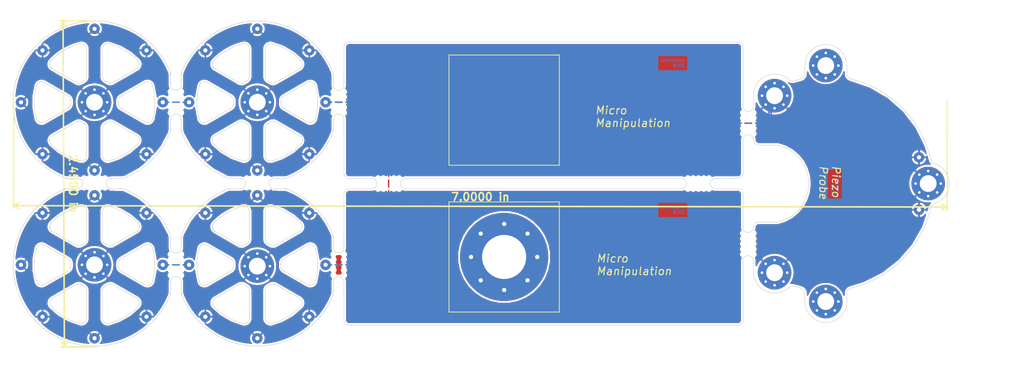
<source format=kicad_pcb>
(kicad_pcb (version 20171130) (host pcbnew "(2018-01-19 revision 673f03e59)-master")
  (layers (0 F.Cu signal) (31 B.Cu signal) (34 B.Paste user) (35 F.Paste user) (36 B.SilkS user) (37 F.SilkS user) (38 B.Mask user hide) (39 F.Mask user hide) (44 Edge.Cuts user))
  (net 0 "")
  (net 1 GND)
  (net 2 +3V3)
  (module Wire_Pads:SolderWirePad_single_0-8mmDrill (layer F.Cu) (at 290 110 225)
    (fp_text reference J1 hide)
    (fp_text value Conn_01x01 hide)
    (pad 1 thru_hole circle (at 0 0 225) (size 1.99898 1.99898) (drill 0.8001) (layers *.Cu *.Mask) (net 1 GND))
  )
  (module Wire_Pads:SolderWirePad_single_0-8mmDrill (layer F.Cu) (at 290 100 225)
    (fp_text reference J1 hide)
    (fp_text value Conn_01x01 hide)
    (pad 1 thru_hole circle (at 0 0 225) (size 1.99898 1.99898) (drill 0.8001) (layers *.Cu *.Mask) (net 1 GND))
  )
  (module microman-kit:Mousebites_5_5mm_0-5mm (layer F.Cu) (at 248 106 180)
    (fp_text reference REF** hide)
    (fp_text value Mousebites_5_5mm_0-5mm hide)
    (pad "" np_thru_hole circle (at -2 0 180) (size 0.5 0.5) (drill 0.5) (layers *.Cu *.Mask F.SilkS))
    (pad "" np_thru_hole circle (at -1 0 180) (size 0.5 0.5) (drill 0.5) (layers *.Cu *.Mask F.SilkS))
    (pad "" np_thru_hole circle (at 2 0 180) (size 0.5 0.5) (drill 0.5) (layers *.Cu *.Mask F.SilkS))
    (pad "" np_thru_hole circle (at 1 0 180) (size 0.5 0.5) (drill 0.5) (layers *.Cu *.Mask F.SilkS))
    (pad "" np_thru_hole circle (at 0 0 180) (size 0.5 0.5) (drill 0.5) (layers *.Cu *.Mask F.SilkS))
  )
  (module microman-kit:Mousebites_5_5mm_0-5mm (layer F.Cu) (at 248 104 180)
    (fp_text reference REF** hide)
    (fp_text value Mousebites_5_5mm_0-5mm hide)
    (pad "" np_thru_hole circle (at 0 0 180) (size 0.5 0.5) (drill 0.5) (layers *.Cu *.Mask F.SilkS))
    (pad "" np_thru_hole circle (at 1 0 180) (size 0.5 0.5) (drill 0.5) (layers *.Cu *.Mask F.SilkS))
    (pad "" np_thru_hole circle (at 2 0 180) (size 0.5 0.5) (drill 0.5) (layers *.Cu *.Mask F.SilkS))
    (pad "" np_thru_hole circle (at -1 0 180) (size 0.5 0.5) (drill 0.5) (layers *.Cu *.Mask F.SilkS))
    (pad "" np_thru_hole circle (at -2 0 180) (size 0.5 0.5) (drill 0.5) (layers *.Cu *.Mask F.SilkS))
  )
  (module microman-kit:Mousebites_5_5mm_0-5mm (layer F.Cu) (at 189 106 180)
    (fp_text reference REF** hide)
    (fp_text value Mousebites_5_5mm_0-5mm hide)
    (pad "" np_thru_hole circle (at 0 0 180) (size 0.5 0.5) (drill 0.5) (layers *.Cu *.Mask F.SilkS))
    (pad "" np_thru_hole circle (at 1 0 180) (size 0.5 0.5) (drill 0.5) (layers *.Cu *.Mask F.SilkS))
    (pad "" np_thru_hole circle (at 2 0 180) (size 0.5 0.5) (drill 0.5) (layers *.Cu *.Mask F.SilkS))
    (pad "" np_thru_hole circle (at -1 0 180) (size 0.5 0.5) (drill 0.5) (layers *.Cu *.Mask F.SilkS))
    (pad "" np_thru_hole circle (at -2 0 180) (size 0.5 0.5) (drill 0.5) (layers *.Cu *.Mask F.SilkS))
  )
  (module microman-kit:Mousebites_5_5mm_0-5mm (layer F.Cu) (at 189 104 180)
    (fp_text reference REF** hide)
    (fp_text value Mousebites_5_5mm_0-5mm hide)
    (pad "" np_thru_hole circle (at -2 0 180) (size 0.5 0.5) (drill 0.5) (layers *.Cu *.Mask F.SilkS))
    (pad "" np_thru_hole circle (at -1 0 180) (size 0.5 0.5) (drill 0.5) (layers *.Cu *.Mask F.SilkS))
    (pad "" np_thru_hole circle (at 2 0 180) (size 0.5 0.5) (drill 0.5) (layers *.Cu *.Mask F.SilkS))
    (pad "" np_thru_hole circle (at 1 0 180) (size 0.5 0.5) (drill 0.5) (layers *.Cu *.Mask F.SilkS))
    (pad "" np_thru_hole circle (at 0 0 180) (size 0.5 0.5) (drill 0.5) (layers *.Cu *.Mask F.SilkS))
  )
  (module microman-kit:Mousebites_5_5mm_0-5mm (layer F.Cu) (at 164 104 180)
    (fp_text reference REF** hide)
    (fp_text value Mousebites_5_5mm_0-5mm hide)
    (pad "" np_thru_hole circle (at 0 0 180) (size 0.5 0.5) (drill 0.5) (layers *.Cu *.Mask F.SilkS))
    (pad "" np_thru_hole circle (at 1 0 180) (size 0.5 0.5) (drill 0.5) (layers *.Cu *.Mask F.SilkS))
    (pad "" np_thru_hole circle (at 2 0 180) (size 0.5 0.5) (drill 0.5) (layers *.Cu *.Mask F.SilkS))
    (pad "" np_thru_hole circle (at -1 0 180) (size 0.5 0.5) (drill 0.5) (layers *.Cu *.Mask F.SilkS))
    (pad "" np_thru_hole circle (at -2 0 180) (size 0.5 0.5) (drill 0.5) (layers *.Cu *.Mask F.SilkS))
  )
  (module microman-kit:Mousebites_5_5mm_0-5mm (layer F.Cu) (at 164 105.75 180)
    (fp_text reference REF** hide)
    (fp_text value Mousebites_5_5mm_0-5mm hide)
    (pad "" np_thru_hole circle (at -2 0 180) (size 0.5 0.5) (drill 0.5) (layers *.Cu *.Mask F.SilkS))
    (pad "" np_thru_hole circle (at -1 0 180) (size 0.5 0.5) (drill 0.5) (layers *.Cu *.Mask F.SilkS))
    (pad "" np_thru_hole circle (at 2 0 180) (size 0.5 0.5) (drill 0.5) (layers *.Cu *.Mask F.SilkS))
    (pad "" np_thru_hole circle (at 1 0 180) (size 0.5 0.5) (drill 0.5) (layers *.Cu *.Mask F.SilkS))
    (pad "" np_thru_hole circle (at 0 0 180) (size 0.5 0.5) (drill 0.5) (layers *.Cu *.Mask F.SilkS))
  )
  (module microman-kit:Mousebites_5_5mm_0-5mm (layer F.Cu) (at 133 105.75 180)
    (fp_text reference REF** hide)
    (fp_text value Mousebites_5_5mm_0-5mm hide)
    (pad "" np_thru_hole circle (at 0 0 180) (size 0.5 0.5) (drill 0.5) (layers *.Cu *.Mask F.SilkS))
    (pad "" np_thru_hole circle (at 1 0 180) (size 0.5 0.5) (drill 0.5) (layers *.Cu *.Mask F.SilkS))
    (pad "" np_thru_hole circle (at 2 0 180) (size 0.5 0.5) (drill 0.5) (layers *.Cu *.Mask F.SilkS))
    (pad "" np_thru_hole circle (at -1 0 180) (size 0.5 0.5) (drill 0.5) (layers *.Cu *.Mask F.SilkS))
    (pad "" np_thru_hole circle (at -2 0 180) (size 0.5 0.5) (drill 0.5) (layers *.Cu *.Mask F.SilkS))
  )
  (module microman-kit:Mousebites_5_5mm_0-5mm (layer F.Cu) (at 133 104 180)
    (fp_text reference REF** hide)
    (fp_text value Mousebites_5_5mm_0-5mm hide)
    (pad "" np_thru_hole circle (at -2 0 180) (size 0.5 0.5) (drill 0.5) (layers *.Cu *.Mask F.SilkS))
    (pad "" np_thru_hole circle (at -1 0 180) (size 0.5 0.5) (drill 0.5) (layers *.Cu *.Mask F.SilkS))
    (pad "" np_thru_hole circle (at 2 0 180) (size 0.5 0.5) (drill 0.5) (layers *.Cu *.Mask F.SilkS))
    (pad "" np_thru_hole circle (at 1 0 180) (size 0.5 0.5) (drill 0.5) (layers *.Cu *.Mask F.SilkS))
    (pad "" np_thru_hole circle (at 0 0 180) (size 0.5 0.5) (drill 0.5) (layers *.Cu *.Mask F.SilkS))
  )
  (module microman-kit:Mousebites_5_5mm_0-5mm (layer F.Cu) (at 147.5 120.5 90)
    (fp_text reference REF** hide)
    (fp_text value Mousebites_5_5mm_0-5mm hide)
    (pad "" np_thru_hole circle (at 0 0 90) (size 0.5 0.5) (drill 0.5) (layers *.Cu *.Mask F.SilkS))
    (pad "" np_thru_hole circle (at 1 0 90) (size 0.5 0.5) (drill 0.5) (layers *.Cu *.Mask F.SilkS))
    (pad "" np_thru_hole circle (at 2 0 90) (size 0.5 0.5) (drill 0.5) (layers *.Cu *.Mask F.SilkS))
    (pad "" np_thru_hole circle (at -1 0 90) (size 0.5 0.5) (drill 0.5) (layers *.Cu *.Mask F.SilkS))
    (pad "" np_thru_hole circle (at -2 0 90) (size 0.5 0.5) (drill 0.5) (layers *.Cu *.Mask F.SilkS))
  )
  (module microman-kit:Mousebites_5_5mm_0-5mm (layer F.Cu) (at 149.5 120.5 90)
    (fp_text reference REF** hide)
    (fp_text value Mousebites_5_5mm_0-5mm hide)
    (pad "" np_thru_hole circle (at -2 0 90) (size 0.5 0.5) (drill 0.5) (layers *.Cu *.Mask F.SilkS))
    (pad "" np_thru_hole circle (at -1 0 90) (size 0.5 0.5) (drill 0.5) (layers *.Cu *.Mask F.SilkS))
    (pad "" np_thru_hole circle (at 2 0 90) (size 0.5 0.5) (drill 0.5) (layers *.Cu *.Mask F.SilkS))
    (pad "" np_thru_hole circle (at 1 0 90) (size 0.5 0.5) (drill 0.5) (layers *.Cu *.Mask F.SilkS))
    (pad "" np_thru_hole circle (at 0 0 90) (size 0.5 0.5) (drill 0.5) (layers *.Cu *.Mask F.SilkS))
  )
  (module microman-kit:Mousebites_5_5mm_0-5mm (layer F.Cu) (at 147.5 89.5 90)
    (fp_text reference REF** hide)
    (fp_text value Mousebites_5_5mm_0-5mm hide)
    (pad "" np_thru_hole circle (at -2 0 90) (size 0.5 0.5) (drill 0.5) (layers *.Cu *.Mask F.SilkS))
    (pad "" np_thru_hole circle (at -1 0 90) (size 0.5 0.5) (drill 0.5) (layers *.Cu *.Mask F.SilkS))
    (pad "" np_thru_hole circle (at 2 0 90) (size 0.5 0.5) (drill 0.5) (layers *.Cu *.Mask F.SilkS))
    (pad "" np_thru_hole circle (at 1 0 90) (size 0.5 0.5) (drill 0.5) (layers *.Cu *.Mask F.SilkS))
    (pad "" np_thru_hole circle (at 0 0 90) (size 0.5 0.5) (drill 0.5) (layers *.Cu *.Mask F.SilkS))
  )
  (module microman-kit:Mousebites_5_5mm_0-5mm (layer F.Cu) (at 149.5 89.5 90)
    (fp_text reference REF** hide)
    (fp_text value Mousebites_5_5mm_0-5mm hide)
    (pad "" np_thru_hole circle (at 0 0 90) (size 0.5 0.5) (drill 0.5) (layers *.Cu *.Mask F.SilkS))
    (pad "" np_thru_hole circle (at 1 0 90) (size 0.5 0.5) (drill 0.5) (layers *.Cu *.Mask F.SilkS))
    (pad "" np_thru_hole circle (at 2 0 90) (size 0.5 0.5) (drill 0.5) (layers *.Cu *.Mask F.SilkS))
    (pad "" np_thru_hole circle (at -1 0 90) (size 0.5 0.5) (drill 0.5) (layers *.Cu *.Mask F.SilkS))
    (pad "" np_thru_hole circle (at -2 0 90) (size 0.5 0.5) (drill 0.5) (layers *.Cu *.Mask F.SilkS))
  )
  (module microman-kit:Mousebites_5_5mm_0-5mm (layer F.Cu) (at 178.5 120.5 90)
    (fp_text reference REF** hide)
    (fp_text value Mousebites_5_5mm_0-5mm hide)
    (pad "" np_thru_hole circle (at -2 0 90) (size 0.5 0.5) (drill 0.5) (layers *.Cu *.Mask F.SilkS))
    (pad "" np_thru_hole circle (at -1 0 90) (size 0.5 0.5) (drill 0.5) (layers *.Cu *.Mask F.SilkS))
    (pad "" np_thru_hole circle (at 2 0 90) (size 0.5 0.5) (drill 0.5) (layers *.Cu *.Mask F.SilkS))
    (pad "" np_thru_hole circle (at 1 0 90) (size 0.5 0.5) (drill 0.5) (layers *.Cu *.Mask F.SilkS))
    (pad "" np_thru_hole circle (at 0 0 90) (size 0.5 0.5) (drill 0.5) (layers *.Cu *.Mask F.SilkS))
  )
  (module microman-kit:Mousebites_5_5mm_0-5mm (layer F.Cu) (at 180.5 120.5 90)
    (fp_text reference REF** hide)
    (fp_text value Mousebites_5_5mm_0-5mm hide)
    (pad "" np_thru_hole circle (at 0 0 90) (size 0.5 0.5) (drill 0.5) (layers *.Cu *.Mask F.SilkS))
    (pad "" np_thru_hole circle (at 1 0 90) (size 0.5 0.5) (drill 0.5) (layers *.Cu *.Mask F.SilkS))
    (pad "" np_thru_hole circle (at 2 0 90) (size 0.5 0.5) (drill 0.5) (layers *.Cu *.Mask F.SilkS))
    (pad "" np_thru_hole circle (at -1 0 90) (size 0.5 0.5) (drill 0.5) (layers *.Cu *.Mask F.SilkS))
    (pad "" np_thru_hole circle (at -2 0 90) (size 0.5 0.5) (drill 0.5) (layers *.Cu *.Mask F.SilkS))
  )
  (module microman-kit:Mousebites_5_5mm_0-5mm (layer F.Cu) (at 178.5 89.5 90)
    (fp_text reference REF** hide)
    (fp_text value Mousebites_5_5mm_0-5mm hide)
    (pad "" np_thru_hole circle (at 0 0 90) (size 0.5 0.5) (drill 0.5) (layers *.Cu *.Mask F.SilkS))
    (pad "" np_thru_hole circle (at 1 0 90) (size 0.5 0.5) (drill 0.5) (layers *.Cu *.Mask F.SilkS))
    (pad "" np_thru_hole circle (at 2 0 90) (size 0.5 0.5) (drill 0.5) (layers *.Cu *.Mask F.SilkS))
    (pad "" np_thru_hole circle (at -1 0 90) (size 0.5 0.5) (drill 0.5) (layers *.Cu *.Mask F.SilkS))
    (pad "" np_thru_hole circle (at -2 0 90) (size 0.5 0.5) (drill 0.5) (layers *.Cu *.Mask F.SilkS))
  )
  (module microman-kit:Mousebites_5_5mm_0-5mm (layer F.Cu) (at 180.5 89.5 90)
    (fp_text reference REF** hide)
    (fp_text value Mousebites_5_5mm_0-5mm hide)
    (pad "" np_thru_hole circle (at -2 0 90) (size 0.5 0.5) (drill 0.5) (layers *.Cu *.Mask F.SilkS))
    (pad "" np_thru_hole circle (at -1 0 90) (size 0.5 0.5) (drill 0.5) (layers *.Cu *.Mask F.SilkS))
    (pad "" np_thru_hole circle (at 2 0 90) (size 0.5 0.5) (drill 0.5) (layers *.Cu *.Mask F.SilkS))
    (pad "" np_thru_hole circle (at 1 0 90) (size 0.5 0.5) (drill 0.5) (layers *.Cu *.Mask F.SilkS))
    (pad "" np_thru_hole circle (at 0 0 90) (size 0.5 0.5) (drill 0.5) (layers *.Cu *.Mask F.SilkS))
  )
  (module microman-kit:Mousebites_5_5mm_0-5mm (layer F.Cu) (at 256.5 116.5 90)
    (fp_text reference REF** hide)
    (fp_text value Mousebites_5_5mm_0-5mm hide)
    (pad "" np_thru_hole circle (at 0 0 90) (size 0.5 0.5) (drill 0.5) (layers *.Cu *.Mask F.SilkS))
    (pad "" np_thru_hole circle (at 1 0 90) (size 0.5 0.5) (drill 0.5) (layers *.Cu *.Mask F.SilkS))
    (pad "" np_thru_hole circle (at 2 0 90) (size 0.5 0.5) (drill 0.5) (layers *.Cu *.Mask F.SilkS))
    (pad "" np_thru_hole circle (at -1 0 90) (size 0.5 0.5) (drill 0.5) (layers *.Cu *.Mask F.SilkS))
    (pad "" np_thru_hole circle (at -2 0 90) (size 0.5 0.5) (drill 0.5) (layers *.Cu *.Mask F.SilkS))
  )
  (module microman-kit:Mousebites_5_5mm_0-5mm (layer F.Cu) (at 258.5 116.5 90)
    (fp_text reference REF** hide)
    (fp_text value Mousebites_5_5mm_0-5mm hide)
    (pad "" np_thru_hole circle (at -2 0 90) (size 0.5 0.5) (drill 0.5) (layers *.Cu *.Mask F.SilkS))
    (pad "" np_thru_hole circle (at -1 0 90) (size 0.5 0.5) (drill 0.5) (layers *.Cu *.Mask F.SilkS))
    (pad "" np_thru_hole circle (at 2 0 90) (size 0.5 0.5) (drill 0.5) (layers *.Cu *.Mask F.SilkS))
    (pad "" np_thru_hole circle (at 1 0 90) (size 0.5 0.5) (drill 0.5) (layers *.Cu *.Mask F.SilkS))
    (pad "" np_thru_hole circle (at 0 0 90) (size 0.5 0.5) (drill 0.5) (layers *.Cu *.Mask F.SilkS))
  )
  (module microman-kit:Mousebites_5_5mm_0-5mm (layer F.Cu) (at 258.5 93.5 90)
    (fp_text reference REF** hide)
    (fp_text value Mousebites_5_5mm_0-5mm hide)
    (pad "" np_thru_hole circle (at -2 0 90) (size 0.5 0.5) (drill 0.5) (layers *.Cu *.Mask F.SilkS))
    (pad "" np_thru_hole circle (at -1 0 90) (size 0.5 0.5) (drill 0.5) (layers *.Cu *.Mask F.SilkS))
    (pad "" np_thru_hole circle (at 2 0 90) (size 0.5 0.5) (drill 0.5) (layers *.Cu *.Mask F.SilkS))
    (pad "" np_thru_hole circle (at 1 0 90) (size 0.5 0.5) (drill 0.5) (layers *.Cu *.Mask F.SilkS))
    (pad "" np_thru_hole circle (at 0 0 90) (size 0.5 0.5) (drill 0.5) (layers *.Cu *.Mask F.SilkS))
  )
  (module Wire_Pads:SolderWirePad_single_0-8mmDrill (layer F.Cu) (at 119 120.5)
    (fp_text reference J1 hide)
    (fp_text value Conn_01x01 hide)
    (pad 1 thru_hole circle (at 0 0) (size 1.99898 1.99898) (drill 0.8001) (layers *.Cu *.Mask) (net 1 GND))
  )
  (module Wire_Pads:SolderWirePad_single_0-8mmDrill (layer F.Cu) (at 123.100505 130.399495 45)
    (fp_text reference J1 hide)
    (fp_text value Conn_01x01 hide)
    (pad 1 thru_hole circle (at 0 0 45) (size 1.99898 1.99898) (drill 0.8001) (layers *.Cu *.Mask) (net 1 GND))
  )
  (module Wire_Pads:SolderWirePad_single_0-8mmDrill (layer F.Cu) (at 133 134.5 90)
    (fp_text reference J1 hide)
    (fp_text value Conn_01x01 hide)
    (pad 1 thru_hole circle (at 0 0 90) (size 1.99898 1.99898) (drill 0.8001) (layers *.Cu *.Mask) (net 1 GND))
  )
  (module Wire_Pads:SolderWirePad_single_0-8mmDrill (layer F.Cu) (at 142.899495 130.399495 135)
    (fp_text reference J1 hide)
    (fp_text value Conn_01x01 hide)
    (pad 1 thru_hole circle (at 0 0 135) (size 1.99898 1.99898) (drill 0.8001) (layers *.Cu *.Mask) (net 1 GND))
  )
  (module Wire_Pads:SolderWirePad_single_0-8mmDrill (layer F.Cu) (at 146 120.5 180)
    (fp_text reference J1 hide)
    (fp_text value Conn_01x01 hide)
    (pad 1 thru_hole circle (at 0 0 180) (size 1.99898 1.99898) (drill 0.8001) (layers *.Cu *.Mask) (net 1 GND))
  )
  (module Wire_Pads:SolderWirePad_single_0-8mmDrill (layer F.Cu) (at 142.899495 110.600505 225)
    (fp_text reference J1 hide)
    (fp_text value Conn_01x01 hide)
    (pad 1 thru_hole circle (at 0 0 225) (size 1.99898 1.99898) (drill 0.8001) (layers *.Cu *.Mask) (net 1 GND))
  )
  (module Wire_Pads:SolderWirePad_single_0-8mmDrill (layer F.Cu) (at 133 107.25 270)
    (fp_text reference J1 hide)
    (fp_text value Conn_01x01 hide)
    (pad 1 thru_hole circle (at 0 0 270) (size 1.99898 1.99898) (drill 0.8001) (layers *.Cu *.Mask) (net 1 GND))
  )
  (module Wire_Pads:SolderWirePad_single_0-8mmDrill (layer F.Cu) (at 123.100505 110.600505 315)
    (fp_text reference J1 hide)
    (fp_text value Conn_01x01 hide)
    (pad 1 thru_hole circle (at 0 0 315) (size 1.99898 1.99898) (drill 0.8001) (layers *.Cu *.Mask) (net 1 GND))
  )
  (module Wire_Pads:SolderWirePad_single_0-8mmDrill (layer F.Cu) (at 123.100505 79.600505 315)
    (fp_text reference J1 hide)
    (fp_text value Conn_01x01 hide)
    (pad 1 thru_hole circle (at 0 0 315) (size 1.99898 1.99898) (drill 0.8001) (layers *.Cu *.Mask) (net 1 GND))
  )
  (module Wire_Pads:SolderWirePad_single_0-8mmDrill (layer F.Cu) (at 133 75.5 270)
    (fp_text reference J1 hide)
    (fp_text value Conn_01x01 hide)
    (pad 1 thru_hole circle (at 0 0 270) (size 1.99898 1.99898) (drill 0.8001) (layers *.Cu *.Mask) (net 1 GND))
  )
  (module Wire_Pads:SolderWirePad_single_0-8mmDrill (layer F.Cu) (at 123.100505 99.399495 45)
    (fp_text reference J1 hide)
    (fp_text value Conn_01x01 hide)
    (pad 1 thru_hole circle (at 0 0 45) (size 1.99898 1.99898) (drill 0.8001) (layers *.Cu *.Mask) (net 1 GND))
  )
  (module Wire_Pads:SolderWirePad_single_0-8mmDrill (layer F.Cu) (at 119 89.5)
    (fp_text reference J1 hide)
    (fp_text value Conn_01x01 hide)
    (pad 1 thru_hole circle (at 0 0) (size 1.99898 1.99898) (drill 0.8001) (layers *.Cu *.Mask) (net 1 GND))
  )
  (module Wire_Pads:SolderWirePad_single_0-8mmDrill (layer F.Cu) (at 133 102.5 90)
    (fp_text reference J1 hide)
    (fp_text value Conn_01x01 hide)
    (pad 1 thru_hole circle (at 0 0 90) (size 1.99898 1.99898) (drill 0.8001) (layers *.Cu *.Mask) (net 1 GND))
  )
  (module Wire_Pads:SolderWirePad_single_0-8mmDrill (layer F.Cu) (at 142.899495 99.399495 135)
    (fp_text reference J1 hide)
    (fp_text value Conn_01x01 hide)
    (pad 1 thru_hole circle (at 0 0 135) (size 1.99898 1.99898) (drill 0.8001) (layers *.Cu *.Mask) (net 1 GND))
  )
  (module Wire_Pads:SolderWirePad_single_0-8mmDrill (layer F.Cu) (at 142.899495 79.600505 225)
    (fp_text reference J1 hide)
    (fp_text value Conn_01x01 hide)
    (pad 1 thru_hole circle (at 0 0 225) (size 1.99898 1.99898) (drill 0.8001) (layers *.Cu *.Mask) (net 1 GND))
  )
  (module Wire_Pads:SolderWirePad_single_0-8mmDrill (layer F.Cu) (at 146 89.5 180)
    (fp_text reference J1 hide)
    (fp_text value Conn_01x01 hide)
    (pad 1 thru_hole circle (at 0 0 180) (size 1.99898 1.99898) (drill 0.8001) (layers *.Cu *.Mask) (net 1 GND))
  )
  (module Wire_Pads:SolderWirePad_single_0-8mmDrill (layer F.Cu) (at 164 102.5 90)
    (fp_text reference J1 hide)
    (fp_text value Conn_01x01 hide)
    (pad 1 thru_hole circle (at 0 0 90) (size 1.99898 1.99898) (drill 0.8001) (layers *.Cu *.Mask) (net 1 GND))
  )
  (module Wire_Pads:SolderWirePad_single_0-8mmDrill (layer F.Cu) (at 164 75.5 270)
    (fp_text reference J1 hide)
    (fp_text value Conn_01x01 hide)
    (pad 1 thru_hole circle (at 0 0 270) (size 1.99898 1.99898) (drill 0.8001) (layers *.Cu *.Mask) (net 1 GND))
  )
  (module Wire_Pads:SolderWirePad_single_0-8mmDrill (layer F.Cu) (at 173.899495 79.600505 225)
    (fp_text reference J1 hide)
    (fp_text value Conn_01x01 hide)
    (pad 1 thru_hole circle (at 0 0 225) (size 1.99898 1.99898) (drill 0.8001) (layers *.Cu *.Mask) (net 1 GND))
  )
  (module Wire_Pads:SolderWirePad_single_0-8mmDrill (layer F.Cu) (at 154.100505 79.600505 315)
    (fp_text reference J1 hide)
    (fp_text value Conn_01x01 hide)
    (pad 1 thru_hole circle (at 0 0 315) (size 1.99898 1.99898) (drill 0.8001) (layers *.Cu *.Mask) (net 1 GND))
  )
  (module Wire_Pads:SolderWirePad_single_0-8mmDrill (layer F.Cu) (at 151 89.5)
    (fp_text reference J1 hide)
    (fp_text value Conn_01x01 hide)
    (pad 1 thru_hole circle (at 0 0) (size 1.99898 1.99898) (drill 0.8001) (layers *.Cu *.Mask) (net 1 GND))
  )
  (module Wire_Pads:SolderWirePad_single_0-8mmDrill (layer F.Cu) (at 173.899495 99.399495 135)
    (fp_text reference J1 hide)
    (fp_text value Conn_01x01 hide)
    (pad 1 thru_hole circle (at 0 0 135) (size 1.99898 1.99898) (drill 0.8001) (layers *.Cu *.Mask) (net 1 GND))
  )
  (module Wire_Pads:SolderWirePad_single_0-8mmDrill (layer F.Cu) (at 177 89.5 180)
    (fp_text reference J1 hide)
    (fp_text value Conn_01x01 hide)
    (pad 1 thru_hole circle (at 0 0 180) (size 1.99898 1.99898) (drill 0.8001) (layers *.Cu *.Mask) (net 1 GND))
  )
  (module Wire_Pads:SolderWirePad_single_0-8mmDrill (layer F.Cu) (at 154.100505 99.399495 45)
    (fp_text reference J1 hide)
    (fp_text value Conn_01x01 hide)
    (pad 1 thru_hole circle (at 0 0 45) (size 1.99898 1.99898) (drill 0.8001) (layers *.Cu *.Mask) (net 1 GND))
  )
  (module Wire_Pads:SolderWirePad_single_0-8mmDrill (layer F.Cu) (at 177 120.5 180)
    (fp_text reference J1 hide)
    (fp_text value Conn_01x01 hide)
    (pad 1 thru_hole circle (at 0 0 180) (size 1.99898 1.99898) (drill 0.8001) (layers *.Cu *.Mask) (net 1 GND))
  )
  (module Wire_Pads:SolderWirePad_single_0-8mmDrill (layer F.Cu) (at 154.100505 130.399495 45)
    (fp_text reference J1 hide)
    (fp_text value Conn_01x01 hide)
    (pad 1 thru_hole circle (at 0 0 45) (size 1.99898 1.99898) (drill 0.8001) (layers *.Cu *.Mask) (net 1 GND))
  )
  (module Wire_Pads:SolderWirePad_single_0-8mmDrill (layer F.Cu) (at 173.899495 110.600505 225)
    (fp_text reference J1 hide)
    (fp_text value Conn_01x01 hide)
    (pad 1 thru_hole circle (at 0 0 225) (size 1.99898 1.99898) (drill 0.8001) (layers *.Cu *.Mask) (net 1 GND))
  )
  (module Wire_Pads:SolderWirePad_single_0-8mmDrill (layer F.Cu) (at 154.100505 110.600505 315)
    (fp_text reference J1 hide)
    (fp_text value Conn_01x01 hide)
    (pad 1 thru_hole circle (at 0 0 315) (size 1.99898 1.99898) (drill 0.8001) (layers *.Cu *.Mask) (net 1 GND))
  )
  (module Wire_Pads:SolderWirePad_single_0-8mmDrill (layer F.Cu) (at 164 134.5 90)
    (fp_text reference J1 hide)
    (fp_text value Conn_01x01 hide)
    (pad 1 thru_hole circle (at 0 0 90) (size 1.99898 1.99898) (drill 0.8001) (layers *.Cu *.Mask) (net 1 GND))
  )
  (module Wire_Pads:SolderWirePad_single_0-8mmDrill (layer F.Cu) (at 164 107.25 270)
    (fp_text reference J1 hide)
    (fp_text value Conn_01x01 hide)
    (pad 1 thru_hole circle (at 0 0 270) (size 1.99898 1.99898) (drill 0.8001) (layers *.Cu *.Mask) (net 1 GND))
  )
  (module Wire_Pads:SolderWirePad_single_0-8mmDrill (layer F.Cu) (at 151 120.5)
    (fp_text reference J1 hide)
    (fp_text value Conn_01x01 hide)
    (pad 1 thru_hole circle (at 0 0) (size 1.99898 1.99898) (drill 0.8001) (layers *.Cu *.Mask) (net 1 GND))
  )
  (module Wire_Pads:SolderWirePad_single_0-8mmDrill (layer F.Cu) (at 173.899495 130.399495 135)
    (fp_text reference J1 hide)
    (fp_text value Conn_01x01 hide)
    (pad 1 thru_hole circle (at 0 0 135) (size 1.99898 1.99898) (drill 0.8001) (layers *.Cu *.Mask) (net 1 GND))
  )
  (module Mounting_Holes:MountingHole_3.2mm_M3_Pad_Via (layer F.Cu) (at 133 120.5)
    (fp_text reference MK9 hide)
    (fp_text value Mounting_Hole hide)
    (pad "" thru_hole circle (at 1.697056 -1.697056) (size 0.6 0.6) (drill 0.5) (layers *.Cu *.Mask))
    (pad "" thru_hole circle (at 0 -2.4) (size 0.6 0.6) (drill 0.5) (layers *.Cu *.Mask))
    (pad "" thru_hole circle (at -1.697056 -1.697056) (size 0.6 0.6) (drill 0.5) (layers *.Cu *.Mask))
    (pad "" thru_hole circle (at -2.4 0) (size 0.6 0.6) (drill 0.5) (layers *.Cu *.Mask))
    (pad "" thru_hole circle (at -1.697056 1.697056) (size 0.6 0.6) (drill 0.5) (layers *.Cu *.Mask))
    (pad "" thru_hole circle (at 0 2.4) (size 0.6 0.6) (drill 0.5) (layers *.Cu *.Mask))
    (pad "" thru_hole circle (at 1.697056 1.697056) (size 0.6 0.6) (drill 0.5) (layers *.Cu *.Mask))
    (pad "" thru_hole circle (at 2.4 0) (size 0.6 0.6) (drill 0.5) (layers *.Cu *.Mask))
    (pad 1 thru_hole circle (at 0 0) (size 6.4 6.4) (drill 3.2) (layers *.Cu *.Mask) (net 1 GND))
  )
  (module Mounting_Holes:MountingHole_3.2mm_M3_Pad_Via (layer F.Cu) (at 133 89.5)
    (fp_text reference MK8 hide)
    (fp_text value Mounting_Hole hide)
    (pad 1 thru_hole circle (at 0 0) (size 6.4 6.4) (drill 3.2) (layers *.Cu *.Mask) (net 1 GND))
    (pad "" thru_hole circle (at 2.4 0) (size 0.6 0.6) (drill 0.5) (layers *.Cu *.Mask))
    (pad "" thru_hole circle (at 1.697056 1.697056) (size 0.6 0.6) (drill 0.5) (layers *.Cu *.Mask))
    (pad "" thru_hole circle (at 0 2.4) (size 0.6 0.6) (drill 0.5) (layers *.Cu *.Mask))
    (pad "" thru_hole circle (at -1.697056 1.697056) (size 0.6 0.6) (drill 0.5) (layers *.Cu *.Mask))
    (pad "" thru_hole circle (at -2.4 0) (size 0.6 0.6) (drill 0.5) (layers *.Cu *.Mask))
    (pad "" thru_hole circle (at -1.697056 -1.697056) (size 0.6 0.6) (drill 0.5) (layers *.Cu *.Mask))
    (pad "" thru_hole circle (at 0 -2.4) (size 0.6 0.6) (drill 0.5) (layers *.Cu *.Mask))
    (pad "" thru_hole circle (at 1.697056 -1.697056) (size 0.6 0.6) (drill 0.5) (layers *.Cu *.Mask))
  )
  (module Mounting_Holes:MountingHole_3.2mm_M3_Pad_Via (layer F.Cu) (at 291.75 105)
    (fp_text reference MK7 hide)
    (fp_text value Mounting_Hole hide)
    (pad 1 thru_hole circle (at 0 0) (size 6.4 6.4) (drill 3.2) (layers *.Cu *.Mask) (net 1 GND))
    (pad "" thru_hole circle (at 2.4 0) (size 0.6 0.6) (drill 0.5) (layers *.Cu *.Mask))
    (pad "" thru_hole circle (at 1.697056 1.697056) (size 0.6 0.6) (drill 0.5) (layers *.Cu *.Mask))
    (pad "" thru_hole circle (at 0 2.4) (size 0.6 0.6) (drill 0.5) (layers *.Cu *.Mask))
    (pad "" thru_hole circle (at -1.697056 1.697056) (size 0.6 0.6) (drill 0.5) (layers *.Cu *.Mask))
    (pad "" thru_hole circle (at -2.4 0) (size 0.6 0.6) (drill 0.5) (layers *.Cu *.Mask))
    (pad "" thru_hole circle (at -1.697056 -1.697056) (size 0.6 0.6) (drill 0.5) (layers *.Cu *.Mask))
    (pad "" thru_hole circle (at 0 -2.4) (size 0.6 0.6) (drill 0.5) (layers *.Cu *.Mask))
    (pad "" thru_hole circle (at 1.697056 -1.697056) (size 0.6 0.6) (drill 0.5) (layers *.Cu *.Mask))
  )
  (module Mounting_Holes:MountingHole_3.2mm_M3_Pad_Via (layer F.Cu) (at 262.5 88.25)
    (fp_text reference MK6 hide)
    (fp_text value Mounting_Hole hide)
    (pad "" thru_hole circle (at 1.697056 -1.697056) (size 0.6 0.6) (drill 0.5) (layers *.Cu *.Mask))
    (pad "" thru_hole circle (at 0 -2.4) (size 0.6 0.6) (drill 0.5) (layers *.Cu *.Mask))
    (pad "" thru_hole circle (at -1.697056 -1.697056) (size 0.6 0.6) (drill 0.5) (layers *.Cu *.Mask))
    (pad "" thru_hole circle (at -2.4 0) (size 0.6 0.6) (drill 0.5) (layers *.Cu *.Mask))
    (pad "" thru_hole circle (at -1.697056 1.697056) (size 0.6 0.6) (drill 0.5) (layers *.Cu *.Mask))
    (pad "" thru_hole circle (at 0 2.4) (size 0.6 0.6) (drill 0.5) (layers *.Cu *.Mask))
    (pad "" thru_hole circle (at 1.697056 1.697056) (size 0.6 0.6) (drill 0.5) (layers *.Cu *.Mask))
    (pad "" thru_hole circle (at 2.4 0) (size 0.6 0.6) (drill 0.5) (layers *.Cu *.Mask))
    (pad 1 thru_hole circle (at 0 0) (size 6.4 6.4) (drill 3.2) (layers *.Cu *.Mask) (net 1 GND))
  )
  (module Mounting_Holes:MountingHole_3.2mm_M3_Pad_Via (layer F.Cu) (at 262.5 122)
    (fp_text reference MK5 hide)
    (fp_text value Mounting_Hole hide)
    (pad 1 thru_hole circle (at 0 0) (size 6.4 6.4) (drill 3.2) (layers *.Cu *.Mask) (net 1 GND))
    (pad "" thru_hole circle (at 2.4 0) (size 0.6 0.6) (drill 0.5) (layers *.Cu *.Mask))
    (pad "" thru_hole circle (at 1.697056 1.697056) (size 0.6 0.6) (drill 0.5) (layers *.Cu *.Mask))
    (pad "" thru_hole circle (at 0 2.4) (size 0.6 0.6) (drill 0.5) (layers *.Cu *.Mask))
    (pad "" thru_hole circle (at -1.697056 1.697056) (size 0.6 0.6) (drill 0.5) (layers *.Cu *.Mask))
    (pad "" thru_hole circle (at -2.4 0) (size 0.6 0.6) (drill 0.5) (layers *.Cu *.Mask))
    (pad "" thru_hole circle (at -1.697056 -1.697056) (size 0.6 0.6) (drill 0.5) (layers *.Cu *.Mask))
    (pad "" thru_hole circle (at 0 -2.4) (size 0.6 0.6) (drill 0.5) (layers *.Cu *.Mask))
    (pad "" thru_hole circle (at 1.697056 -1.697056) (size 0.6 0.6) (drill 0.5) (layers *.Cu *.Mask))
  )
  (module Mounting_Holes:MountingHole_3.2mm_M3_Pad_Via (layer F.Cu) (at 272.25 127.5)
    (fp_text reference MK4 hide)
    (fp_text value Mounting_Hole hide)
    (pad "" thru_hole circle (at 1.697056 -1.697056) (size 0.6 0.6) (drill 0.5) (layers *.Cu *.Mask))
    (pad "" thru_hole circle (at 0 -2.4) (size 0.6 0.6) (drill 0.5) (layers *.Cu *.Mask))
    (pad "" thru_hole circle (at -1.697056 -1.697056) (size 0.6 0.6) (drill 0.5) (layers *.Cu *.Mask))
    (pad "" thru_hole circle (at -2.4 0) (size 0.6 0.6) (drill 0.5) (layers *.Cu *.Mask))
    (pad "" thru_hole circle (at -1.697056 1.697056) (size 0.6 0.6) (drill 0.5) (layers *.Cu *.Mask))
    (pad "" thru_hole circle (at 0 2.4) (size 0.6 0.6) (drill 0.5) (layers *.Cu *.Mask))
    (pad "" thru_hole circle (at 1.697056 1.697056) (size 0.6 0.6) (drill 0.5) (layers *.Cu *.Mask))
    (pad "" thru_hole circle (at 2.4 0) (size 0.6 0.6) (drill 0.5) (layers *.Cu *.Mask))
    (pad 1 thru_hole circle (at 0 0) (size 6.4 6.4) (drill 3.2) (layers *.Cu *.Mask) (net 2 +3V3))
  )
  (module Mounting_Holes:MountingHole_3.2mm_M3_Pad_Via (layer F.Cu) (at 272.25 82.5)
    (fp_text reference MK3 hide)
    (fp_text value Mounting_Hole hide)
    (pad 1 thru_hole circle (at 0 0) (size 6.4 6.4) (drill 3.2) (layers *.Cu *.Mask) (net 2 +3V3))
    (pad "" thru_hole circle (at 2.4 0) (size 0.6 0.6) (drill 0.5) (layers *.Cu *.Mask))
    (pad "" thru_hole circle (at 1.697056 1.697056) (size 0.6 0.6) (drill 0.5) (layers *.Cu *.Mask))
    (pad "" thru_hole circle (at 0 2.4) (size 0.6 0.6) (drill 0.5) (layers *.Cu *.Mask))
    (pad "" thru_hole circle (at -1.697056 1.697056) (size 0.6 0.6) (drill 0.5) (layers *.Cu *.Mask))
    (pad "" thru_hole circle (at -2.4 0) (size 0.6 0.6) (drill 0.5) (layers *.Cu *.Mask))
    (pad "" thru_hole circle (at -1.697056 -1.697056) (size 0.6 0.6) (drill 0.5) (layers *.Cu *.Mask))
    (pad "" thru_hole circle (at 0 -2.4) (size 0.6 0.6) (drill 0.5) (layers *.Cu *.Mask))
    (pad "" thru_hole circle (at 1.697056 -1.697056) (size 0.6 0.6) (drill 0.5) (layers *.Cu *.Mask))
  )
  (module Mounting_Holes:MountingHole_3.2mm_M3_Pad_Via (layer F.Cu) (at 164 120.75)
    (fp_text reference MK2 hide)
    (fp_text value Mounting_Hole hide)
    (pad "" thru_hole circle (at 1.697056 -1.697056) (size 0.6 0.6) (drill 0.5) (layers *.Cu *.Mask))
    (pad "" thru_hole circle (at 0 -2.4) (size 0.6 0.6) (drill 0.5) (layers *.Cu *.Mask))
    (pad "" thru_hole circle (at -1.697056 -1.697056) (size 0.6 0.6) (drill 0.5) (layers *.Cu *.Mask))
    (pad "" thru_hole circle (at -2.4 0) (size 0.6 0.6) (drill 0.5) (layers *.Cu *.Mask))
    (pad "" thru_hole circle (at -1.697056 1.697056) (size 0.6 0.6) (drill 0.5) (layers *.Cu *.Mask))
    (pad "" thru_hole circle (at 0 2.4) (size 0.6 0.6) (drill 0.5) (layers *.Cu *.Mask))
    (pad "" thru_hole circle (at 1.697056 1.697056) (size 0.6 0.6) (drill 0.5) (layers *.Cu *.Mask))
    (pad "" thru_hole circle (at 2.4 0) (size 0.6 0.6) (drill 0.5) (layers *.Cu *.Mask))
    (pad 1 thru_hole circle (at 0 0) (size 6.4 6.4) (drill 3.2) (layers *.Cu *.Mask) (net 1 GND))
  )
  (module Mounting_Holes:MountingHole_3.2mm_M3_Pad_Via (layer F.Cu) (at 164 89.5)
    (fp_text reference MK1 hide)
    (fp_text value Mounting_Hole hide)
    (pad 1 thru_hole circle (at 0 0) (size 6.4 6.4) (drill 3.2) (layers *.Cu *.Mask) (net 1 GND))
    (pad "" thru_hole circle (at 2.4 0) (size 0.6 0.6) (drill 0.5) (layers *.Cu *.Mask))
    (pad "" thru_hole circle (at 1.697056 1.697056) (size 0.6 0.6) (drill 0.5) (layers *.Cu *.Mask))
    (pad "" thru_hole circle (at 0 2.4) (size 0.6 0.6) (drill 0.5) (layers *.Cu *.Mask))
    (pad "" thru_hole circle (at -1.697056 1.697056) (size 0.6 0.6) (drill 0.5) (layers *.Cu *.Mask))
    (pad "" thru_hole circle (at -2.4 0) (size 0.6 0.6) (drill 0.5) (layers *.Cu *.Mask))
    (pad "" thru_hole circle (at -1.697056 -1.697056) (size 0.6 0.6) (drill 0.5) (layers *.Cu *.Mask))
    (pad "" thru_hole circle (at 0 -2.4) (size 0.6 0.6) (drill 0.5) (layers *.Cu *.Mask))
    (pad "" thru_hole circle (at 1.697056 -1.697056) (size 0.6 0.6) (drill 0.5) (layers *.Cu *.Mask))
  )
  (module microman-kit:Mousebites_5_5mm_0-5mm (layer F.Cu) (at 256.5 93.5 90)
    (fp_text reference REF** hide)
    (fp_text value Mousebites_5_5mm_0-5mm hide)
    (pad "" np_thru_hole circle (at 0 0 90) (size 0.5 0.5) (drill 0.5) (layers *.Cu *.Mask F.SilkS))
    (pad "" np_thru_hole circle (at 1 0 90) (size 0.5 0.5) (drill 0.5) (layers *.Cu *.Mask F.SilkS))
    (pad "" np_thru_hole circle (at 2 0 90) (size 0.5 0.5) (drill 0.5) (layers *.Cu *.Mask F.SilkS))
    (pad "" np_thru_hole circle (at -1 0 90) (size 0.5 0.5) (drill 0.5) (layers *.Cu *.Mask F.SilkS))
    (pad "" np_thru_hole circle (at -2 0 90) (size 0.5 0.5) (drill 0.5) (layers *.Cu *.Mask F.SilkS))
  )
  (module Mounting_Holes:MountingHole_8.4mm_M8_Pad_Via (layer F.Cu) (at 211 119)
    (fp_text reference REF** hide)
    (fp_text value MountingHole_8.4mm_M8_Pad_Via hide)
    (pad "" thru_hole circle (at 4.454773 -4.454773) (size 0.9 0.9) (drill 0.8) (layers *.Cu *.Mask))
    (pad "" thru_hole circle (at 0 -6.3) (size 0.9 0.9) (drill 0.8) (layers *.Cu *.Mask))
    (pad "" thru_hole circle (at -4.454773 -4.454773) (size 0.9 0.9) (drill 0.8) (layers *.Cu *.Mask))
    (pad "" thru_hole circle (at -6.3 0) (size 0.9 0.9) (drill 0.8) (layers *.Cu *.Mask))
    (pad "" thru_hole circle (at -4.454773 4.454773) (size 0.9 0.9) (drill 0.8) (layers *.Cu *.Mask))
    (pad "" thru_hole circle (at 0 6.3) (size 0.9 0.9) (drill 0.8) (layers *.Cu *.Mask))
    (pad "" thru_hole circle (at 4.454773 4.454773) (size 0.9 0.9) (drill 0.8) (layers *.Cu *.Mask))
    (pad "" thru_hole circle (at 6.3 0) (size 0.9 0.9) (drill 0.8) (layers *.Cu *.Mask))
    (pad 1 thru_hole circle (at 0 0) (size 16.8 16.8) (drill 8.4) (layers *.Cu *.Mask))
  )
  (dimension 62.230518 (width 0.3) (layer F.SilkS) (gr_text "62.231 mm" (at 125.780223 105.059379 270.233859) (layer F.SilkS) (effects (font (size 1.5 1.5) (thickness 0.3)))) (feature1 (pts (xy 133.35 136.144) (xy 124.557234 136.179889))) (feature2 (pts (xy 133.096 73.914) (xy 124.303234 73.949889))) (crossbar (pts (xy 127.003212 73.938869) (xy 127.257212 136.168869))) (arrow1a (pts (xy 127.257212 136.168869) (xy 126.666198 135.044768))) (arrow1b (pts (xy 127.257212 136.168869) (xy 127.83903 135.039981))) (arrow2a (pts (xy 127.003212 73.938869) (xy 126.421394 75.067757))) (arrow2b (pts (xy 127.003212 73.938869) (xy 127.594226 75.06297))))
  (dimension 177.800181 (width 0.3) (layer F.SilkS) (gr_text "177.800 mm" (at 206.471042 110.696956 359.9181489) (layer F.SilkS) (effects (font (size 1.5 1.5) (thickness 0.3)))) (feature1 (pts (xy 295.402 89.154) (xy 295.369114 112.173955))) (feature2 (pts (xy 117.602 88.9) (xy 117.569114 111.919955))) (crossbar (pts (xy 117.572971 109.219958) (xy 295.372971 109.473958))) (arrow1a (pts (xy 295.372971 109.473958) (xy 294.245631 110.058769))) (arrow1b (pts (xy 295.372971 109.473958) (xy 294.247306 108.885929))) (arrow2a (pts (xy 117.572971 109.219958) (xy 118.698636 109.807987))) (arrow2b (pts (xy 117.572971 109.219958) (xy 118.700311 108.635147))))
  (gr_line (start 200.5 129.5) (end 221.5 129.5) (layer F.SilkS) (width 0.15))
  (gr_line (start 200.5 108.5) (end 200.5 129.5) (layer F.SilkS) (width 0.15))
  (gr_line (start 221.5 108.5) (end 200.5 108.5) (layer F.SilkS) (width 0.15))
  (gr_line (start 221.5 129.5) (end 221.5 108.5) (layer F.SilkS) (width 0.15))
  (gr_text "allesblinkt\n2018" (at 274 107.5 270) (layer B.Cu) (effects (font (size 0.6 0.6) (thickness 0.1)) (justify left mirror)))
  (gr_text "allesblinkt\n2018" (at 245.5 110) (layer B.Cu) (effects (font (size 0.6 0.6) (thickness 0.1)) (justify left mirror)))
  (gr_text "allesblinkt\n2018" (at 245.5 82) (layer B.Cu) (effects (font (size 0.6 0.6) (thickness 0.1)) (justify left mirror)))
  (gr_line (start 221.5 80.5) (end 200.5 80.5) (layer F.SilkS) (width 0.15))
  (gr_line (start 221.5 101.5) (end 221.5 80.5) (layer F.SilkS) (width 0.15))
  (gr_line (start 200.5 101.5) (end 221.5 101.5) (layer F.SilkS) (width 0.15))
  (gr_line (start 200.5 80.5) (end 200.5 101.5) (layer F.SilkS) (width 0.15))
  (gr_text "Actuator\nMiddle" (at 166.1 106.8 -12) (layer F.Cu) (effects (font (size 0.6 0.6) (thickness 0.1) italic) (justify left)))
  (gr_text "Actuator\nMiddle" (at 135.1 106.8 -12) (layer F.Cu) (effects (font (size 0.6 0.6) (thickness 0.1) italic) (justify left)))
  (gr_text "Actuator\nMiddle" (at 165.6 75.3 -12) (layer F.Cu) (effects (font (size 0.6 0.6) (thickness 0.1) italic) (justify left)))
  (gr_text "Actuator\nMiddle" (at 134.6 75.3 -12) (layer F.Cu) (effects (font (size 0.6 0.6) (thickness 0.1) italic) (justify left)))
  (gr_text "Piezo\nProbe" (at 273 101.5 270) (layer F.SilkS) (effects (font (size 1.5 1.5) (thickness 0.2) italic) (justify left)))
  (gr_text "Micro\nManipulation" (at 228.5 120.5) (layer F.SilkS) (effects (font (size 1.5 1.5) (thickness 0.2) italic) (justify left)))
  (gr_text "Micro\nManipulation" (at 228.25 92.25) (layer F.SilkS) (effects (font (size 1.5 1.5) (thickness 0.2) italic) (justify left)))
  (gr_arc (start 167.25 105) (end 167.25 104) (angle -180) (layer Edge.Cuts) (width 0.1))
  (gr_arc (start 160.75 105) (end 160.75 106) (angle -180) (layer Edge.Cuts) (width 0.1))
  (gr_arc (start 148.5 123.75) (end 149.5 123.75) (angle -180) (layer Edge.Cuts) (width 0.1))
  (gr_arc (start 148.5 117.25) (end 147.5 117.25) (angle -180) (layer Edge.Cuts) (width 0.1))
  (gr_arc (start 148.5 86.25) (end 147.5 86.25) (angle -180) (layer Edge.Cuts) (width 0.1))
  (gr_arc (start 148.5 92.75) (end 149.5 92.75) (angle -180) (layer Edge.Cuts) (width 0.1))
  (gr_arc (start 158.90208 102.0036) (end 158.14667 103.855452) (angle -22.19160657) (layer Edge.Cuts) (width 0.1))
  (gr_line (start 160.75 104) (end 158.90208 104.0036) (layer Edge.Cuts) (width 0.1))
  (gr_line (start 158.90208 106.0036) (end 160.75 106) (layer Edge.Cuts) (width 0.1))
  (gr_arc (start 158.90208 108.0036) (end 158.90208 106.0036) (angle -22.19160727) (layer Edge.Cuts) (width 0.1))
  (gr_arc (start 164.001103 120.503603) (end 158.14667 106.151748) (angle -45.61677516) (layer Edge.Cuts) (width 0.1))
  (gr_arc (start 151.5011 115.40458) (end 149.649248 114.64917) (angle -22.19160657) (layer Edge.Cuts) (width 0.1))
  (gr_line (start 149.5 117.25) (end 149.5011 115.40458) (layer Edge.Cuts) (width 0.1))
  (gr_line (start 147.5011 115.40458) (end 147.5 117.25) (layer Edge.Cuts) (width 0.1))
  (gr_arc (start 145.5011 115.40458) (end 147.5011 115.40458) (angle -22.19160657) (layer Edge.Cuts) (width 0.1))
  (gr_arc (start 133.0011 120.5036) (end 147.352952 114.64917) (angle -45.61678687) (layer Edge.Cuts) (width 0.1))
  (gr_arc (start 138.10012 108.0036) (end 138.85553 106.151748) (angle -22.19160657) (layer Edge.Cuts) (width 0.1))
  (gr_line (start 136.25 106) (end 138.10012 106.0036) (layer Edge.Cuts) (width 0.1))
  (gr_arc (start 136.25 105) (end 136.25 104) (angle -180) (layer Edge.Cuts) (width 0.1))
  (gr_line (start 138.10012 104.0036) (end 136.25 104) (layer Edge.Cuts) (width 0.1))
  (gr_arc (start 138.10012 102.0036) (end 138.10012 104.0036) (angle -22.19160657) (layer Edge.Cuts) (width 0.1))
  (gr_arc (start 133.001097 89.503597) (end 138.85553 103.855452) (angle -45.61677628) (layer Edge.Cuts) (width 0.1))
  (gr_arc (start 145.5011 94.60262) (end 147.352952 95.35803) (angle -22.19160657) (layer Edge.Cuts) (width 0.1))
  (gr_line (start 147.5 92.75) (end 147.5011 94.60262) (layer Edge.Cuts) (width 0.1))
  (gr_line (start 149.5011 94.60262) (end 149.5 92.75) (layer Edge.Cuts) (width 0.1))
  (gr_arc (start 151.5011 94.60262) (end 149.5011 94.60262) (angle -22.19160657) (layer Edge.Cuts) (width 0.1))
  (gr_arc (start 164.0011 89.5036) (end 149.649248 95.35803) (angle -45.61678687) (layer Edge.Cuts) (width 0.1))
  (gr_arc (start 166.5011 84.604621) (end 165.5011 84.604621) (angle -62.96430769) (layer Edge.Cuts) (width 0.1))
  (gr_line (start 165.5011 79.305561) (end 165.5011 84.604621) (layer Edge.Cuts) (width 0.1))
  (gr_arc (start 166.5011 79.305561) (end 166.739195 78.334319) (angle -103.774147) (layer Edge.Cuts) (width 0.1))
  (gr_arc (start 164.0011 89.5036) (end 172.304933 81.5477) (angle -32.45170601) (layer Edge.Cuts) (width 0.1))
  (gr_arc (start 171.582861 82.239517) (end 172.082861 83.105542) (angle -103.774147) (layer Edge.Cuts) (width 0.1))
  (gr_line (start 167.493741 85.755072) (end 172.082861 83.105542) (layer Edge.Cuts) (width 0.1))
  (gr_arc (start 166.993741 84.889047) (end 166.449624 85.728056) (angle -62.96430821) (layer Edge.Cuts) (width 0.1))
  (gr_line (start 166.046555 85.495344) (end 166.449624 85.728056) (layer Edge.Cuts) (width 0.1))
  (gr_arc (start 174.082861 92.437556) (end 173.582861 93.303581) (angle -103.774147) (layer Edge.Cuts) (width 0.1))
  (gr_line (start 168.993741 90.654052) (end 173.582861 93.303581) (layer Edge.Cuts) (width 0.1))
  (gr_arc (start 169.493741 89.788026) (end 168.495079 89.736312) (angle -62.96430821) (layer Edge.Cuts) (width 0.1))
  (gr_line (start 168.5011 89.5036) (end 168.495079 89.736312) (layer Edge.Cuts) (width 0.1))
  (gr_line (start 168.495079 89.270888) (end 168.5011 89.5036) (layer Edge.Cuts) (width 0.1))
  (gr_arc (start 169.493741 89.219174) (end 168.993741 88.353148) (angle -62.96430821) (layer Edge.Cuts) (width 0.1))
  (gr_line (start 173.582861 85.703619) (end 168.993741 88.353148) (layer Edge.Cuts) (width 0.1))
  (gr_arc (start 174.082861 86.569644) (end 175.043029 86.29022) (angle -103.774147) (layer Edge.Cuts) (width 0.1))
  (gr_arc (start 164.0011 89.5036) (end 175.043029 92.71698) (angle -32.451706) (layer Edge.Cuts) (width 0.1))
  (gr_line (start 172.082861 95.901658) (end 167.493741 93.252128) (layer Edge.Cuts) (width 0.1))
  (gr_arc (start 171.582861 96.767683) (end 172.304933 97.4595) (angle -103.774147) (layer Edge.Cuts) (width 0.1))
  (gr_arc (start 164.001097 89.503595) (end 166.739195 100.672881) (angle -32.45169074) (layer Edge.Cuts) (width 0.1))
  (gr_arc (start 166.5011 99.701639) (end 165.5011 99.701639) (angle -103.774147) (layer Edge.Cuts) (width 0.1))
  (gr_line (start 165.5011 94.402579) (end 165.5011 99.701639) (layer Edge.Cuts) (width 0.1))
  (gr_arc (start 166.5011 94.402579) (end 166.046555 93.511856) (angle -62.96430752) (layer Edge.Cuts) (width 0.1))
  (gr_line (start 166.449624 93.279144) (end 166.046555 93.511856) (layer Edge.Cuts) (width 0.1))
  (gr_arc (start 166.993741 94.118153) (end 167.493741 93.252128) (angle -62.96430821) (layer Edge.Cuts) (width 0.1))
  (gr_line (start 160.508459 93.252128) (end 155.919339 95.901658) (layer Edge.Cuts) (width 0.1))
  (gr_arc (start 161.008459 94.118153) (end 161.552576 93.279144) (angle -62.96430821) (layer Edge.Cuts) (width 0.1))
  (gr_line (start 161.955645 93.511856) (end 161.552576 93.279144) (layer Edge.Cuts) (width 0.1))
  (gr_arc (start 161.5011 94.402579) (end 162.5011 94.402579) (angle -62.96430821) (layer Edge.Cuts) (width 0.1))
  (gr_line (start 162.5011 99.701639) (end 162.5011 94.402579) (layer Edge.Cuts) (width 0.1))
  (gr_arc (start 161.5011 99.701639) (end 161.263005 100.672881) (angle -103.774147) (layer Edge.Cuts) (width 0.1))
  (gr_arc (start 164.001101 89.503598) (end 155.697267 97.4595) (angle -32.45169851) (layer Edge.Cuts) (width 0.1))
  (gr_arc (start 156.419339 96.767683) (end 155.919339 95.901658) (angle -103.774147) (layer Edge.Cuts) (width 0.1))
  (gr_line (start 154.419339 93.303581) (end 159.008459 90.654052) (layer Edge.Cuts) (width 0.1))
  (gr_arc (start 153.919339 92.437556) (end 152.959171 92.71698) (angle -103.774147) (layer Edge.Cuts) (width 0.1))
  (gr_arc (start 164.0011 89.5036) (end 152.959171 86.29022) (angle -32.451706) (layer Edge.Cuts) (width 0.1))
  (gr_arc (start 153.919339 86.569644) (end 154.419339 85.703619) (angle -103.774147) (layer Edge.Cuts) (width 0.1))
  (gr_line (start 159.008459 88.353148) (end 154.419339 85.703619) (layer Edge.Cuts) (width 0.1))
  (gr_arc (start 158.508459 89.219174) (end 159.507121 89.270888) (angle -62.96430821) (layer Edge.Cuts) (width 0.1))
  (gr_line (start 159.507121 89.736312) (end 159.507121 89.270888) (layer Edge.Cuts) (width 0.1))
  (gr_arc (start 158.508459 89.788026) (end 159.008459 90.654052) (angle -62.96430821) (layer Edge.Cuts) (width 0.1))
  (gr_arc (start 161.5011 79.305561) (end 162.5011 79.305561) (angle -103.7741496) (layer Edge.Cuts) (width 0.1))
  (gr_line (start 162.5011 84.604621) (end 162.5011 79.305561) (layer Edge.Cuts) (width 0.1))
  (gr_arc (start 161.5011 84.604621) (end 161.955645 85.495344) (angle -62.96430821) (layer Edge.Cuts) (width 0.1))
  (gr_line (start 161.552576 85.728056) (end 161.955645 85.495344) (layer Edge.Cuts) (width 0.1))
  (gr_arc (start 161.008459 84.889047) (end 160.508459 85.755072) (angle -62.96430821) (layer Edge.Cuts) (width 0.1))
  (gr_line (start 155.919339 83.105542) (end 160.508459 85.755072) (layer Edge.Cuts) (width 0.1))
  (gr_line (start 155.895777 83.091505) (end 155.919339 83.105542) (layer Edge.Cuts) (width 0.1))
  (gr_line (start 155.872472 83.076737) (end 155.895777 83.091505) (layer Edge.Cuts) (width 0.1))
  (gr_line (start 155.849457 83.061243) (end 155.872472 83.076737) (layer Edge.Cuts) (width 0.1))
  (gr_line (start 155.826764 83.045032) (end 155.849457 83.061243) (layer Edge.Cuts) (width 0.1))
  (gr_line (start 155.804425 83.028111) (end 155.826764 83.045032) (layer Edge.Cuts) (width 0.1))
  (gr_line (start 155.782472 83.010491) (end 155.804425 83.028111) (layer Edge.Cuts) (width 0.1))
  (gr_line (start 155.760939 82.992185) (end 155.782472 83.010491) (layer Edge.Cuts) (width 0.1))
  (gr_line (start 155.739854 82.973207) (end 155.760939 82.992185) (layer Edge.Cuts) (width 0.1))
  (gr_line (start 155.719251 82.953573) (end 155.739854 82.973207) (layer Edge.Cuts) (width 0.1))
  (gr_line (start 155.699157 82.933302) (end 155.719251 82.953573) (layer Edge.Cuts) (width 0.1))
  (gr_line (start 155.679603 82.912414) (end 155.699157 82.933302) (layer Edge.Cuts) (width 0.1))
  (gr_line (start 155.660616 82.89093) (end 155.679603 82.912414) (layer Edge.Cuts) (width 0.1))
  (gr_line (start 155.642222 82.868873) (end 155.660616 82.89093) (layer Edge.Cuts) (width 0.1))
  (gr_line (start 155.624448 82.84627) (end 155.642222 82.868873) (layer Edge.Cuts) (width 0.1))
  (gr_line (start 155.607318 82.823145) (end 155.624448 82.84627) (layer Edge.Cuts) (width 0.1))
  (gr_line (start 155.590853 82.799527) (end 155.607318 82.823145) (layer Edge.Cuts) (width 0.1))
  (gr_line (start 155.575075 82.775444) (end 155.590853 82.799527) (layer Edge.Cuts) (width 0.1))
  (gr_line (start 155.560003 82.750928) (end 155.575075 82.775444) (layer Edge.Cuts) (width 0.1))
  (gr_line (start 155.545654 82.726009) (end 155.560003 82.750928) (layer Edge.Cuts) (width 0.1))
  (gr_line (start 155.532044 82.700719) (end 155.545654 82.726009) (layer Edge.Cuts) (width 0.1))
  (gr_line (start 155.519187 82.675092) (end 155.532044 82.700719) (layer Edge.Cuts) (width 0.1))
  (gr_line (start 155.507093 82.649161) (end 155.519187 82.675092) (layer Edge.Cuts) (width 0.1))
  (gr_line (start 155.495774 82.622959) (end 155.507093 82.649161) (layer Edge.Cuts) (width 0.1))
  (gr_line (start 155.485236 82.596521) (end 155.495774 82.622959) (layer Edge.Cuts) (width 0.1))
  (gr_line (start 155.475486 82.569882) (end 155.485236 82.596521) (layer Edge.Cuts) (width 0.1))
  (gr_line (start 155.466527 82.543076) (end 155.475486 82.569882) (layer Edge.Cuts) (width 0.1))
  (gr_line (start 155.45836 82.516138) (end 155.466527 82.543076) (layer Edge.Cuts) (width 0.1))
  (gr_line (start 155.450986 82.489101) (end 155.45836 82.516138) (layer Edge.Cuts) (width 0.1))
  (gr_line (start 155.444403 82.462) (end 155.450986 82.489101) (layer Edge.Cuts) (width 0.1))
  (gr_line (start 155.438606 82.434868) (end 155.444403 82.462) (layer Edge.Cuts) (width 0.1))
  (gr_line (start 155.43359 82.407738) (end 155.438606 82.434868) (layer Edge.Cuts) (width 0.1))
  (gr_line (start 155.429347 82.380642) (end 155.43359 82.407738) (layer Edge.Cuts) (width 0.1))
  (gr_line (start 155.425849 82.353439) (end 155.429347 82.380642) (layer Edge.Cuts) (width 0.1))
  (gr_line (start 155.423085 82.325988) (end 155.425849 82.353439) (layer Edge.Cuts) (width 0.1))
  (gr_line (start 155.421069 82.298317) (end 155.423085 82.325988) (layer Edge.Cuts) (width 0.1))
  (gr_line (start 155.419818 82.270456) (end 155.421069 82.298317) (layer Edge.Cuts) (width 0.1))
  (gr_line (start 155.419343 82.242436) (end 155.419818 82.270456) (layer Edge.Cuts) (width 0.1))
  (gr_line (start 155.419657 82.214288) (end 155.419343 82.242436) (layer Edge.Cuts) (width 0.1))
  (gr_line (start 155.42077 82.186047) (end 155.419657 82.214288) (layer Edge.Cuts) (width 0.1))
  (gr_line (start 155.422688 82.157744) (end 155.42077 82.186047) (layer Edge.Cuts) (width 0.1))
  (gr_line (start 155.425419 82.129415) (end 155.422688 82.157744) (layer Edge.Cuts) (width 0.1))
  (gr_line (start 155.428966 82.101094) (end 155.425419 82.129415) (layer Edge.Cuts) (width 0.1))
  (gr_line (start 155.433332 82.072816) (end 155.428966 82.101094) (layer Edge.Cuts) (width 0.1))
  (gr_line (start 155.438516 82.044617) (end 155.433332 82.072816) (layer Edge.Cuts) (width 0.1))
  (gr_line (start 155.444517 82.016532) (end 155.438516 82.044617) (layer Edge.Cuts) (width 0.1))
  (gr_line (start 155.451332 81.988596) (end 155.444517 82.016532) (layer Edge.Cuts) (width 0.1))
  (gr_line (start 155.458953 81.960845) (end 155.451332 81.988596) (layer Edge.Cuts) (width 0.1))
  (gr_line (start 155.467373 81.933313) (end 155.458953 81.960845) (layer Edge.Cuts) (width 0.1))
  (gr_line (start 155.476583 81.906035) (end 155.467373 81.933313) (layer Edge.Cuts) (width 0.1))
  (gr_line (start 155.486569 81.879045) (end 155.476583 81.906035) (layer Edge.Cuts) (width 0.1))
  (gr_line (start 155.497319 81.852375) (end 155.486569 81.879045) (layer Edge.Cuts) (width 0.1))
  (gr_line (start 155.508817 81.826057) (end 155.497319 81.852375) (layer Edge.Cuts) (width 0.1))
  (gr_line (start 155.521044 81.800124) (end 155.508817 81.826057) (layer Edge.Cuts) (width 0.1))
  (gr_line (start 155.533983 81.774603) (end 155.521044 81.800124) (layer Edge.Cuts) (width 0.1))
  (gr_line (start 155.547612 81.749525) (end 155.533983 81.774603) (layer Edge.Cuts) (width 0.1))
  (gr_line (start 155.561909 81.724917) (end 155.547612 81.749525) (layer Edge.Cuts) (width 0.1))
  (gr_line (start 155.57685 81.700803) (end 155.561909 81.724917) (layer Edge.Cuts) (width 0.1))
  (gr_line (start 155.592411 81.677209) (end 155.57685 81.700803) (layer Edge.Cuts) (width 0.1))
  (gr_line (start 155.608566 81.654157) (end 155.592411 81.677209) (layer Edge.Cuts) (width 0.1))
  (gr_line (start 155.625287 81.631668) (end 155.608566 81.654157) (layer Edge.Cuts) (width 0.1))
  (gr_line (start 155.642546 81.609761) (end 155.625287 81.631668) (layer Edge.Cuts) (width 0.1))
  (gr_line (start 155.660316 81.588454) (end 155.642546 81.609761) (layer Edge.Cuts) (width 0.1))
  (gr_line (start 155.678566 81.567762) (end 155.660316 81.588454) (layer Edge.Cuts) (width 0.1))
  (gr_line (start 155.697267 81.5477) (end 155.678566 81.567762) (layer Edge.Cuts) (width 0.1))
  (gr_line (start 155.842891 81.39844) (end 155.697267 81.5477) (layer Edge.Cuts) (width 0.1))
  (gr_line (start 155.991202 81.251841) (end 155.842891 81.39844) (layer Edge.Cuts) (width 0.1))
  (gr_line (start 156.142127 81.107974) (end 155.991202 81.251841) (layer Edge.Cuts) (width 0.1))
  (gr_line (start 156.295588 80.966909) (end 156.142127 81.107974) (layer Edge.Cuts) (width 0.1))
  (gr_line (start 156.451509 80.828713) (end 156.295588 80.966909) (layer Edge.Cuts) (width 0.1))
  (gr_line (start 156.609807 80.693447) (end 156.451509 80.828713) (layer Edge.Cuts) (width 0.1))
  (gr_line (start 156.770401 80.561174) (end 156.609807 80.693447) (layer Edge.Cuts) (width 0.1))
  (gr_line (start 156.933205 80.431949) (end 156.770401 80.561174) (layer Edge.Cuts) (width 0.1))
  (gr_line (start 157.098132 80.305827) (end 156.933205 80.431949) (layer Edge.Cuts) (width 0.1))
  (gr_line (start 157.265093 80.182859) (end 157.098132 80.305827) (layer Edge.Cuts) (width 0.1))
  (gr_line (start 157.434 80.063092) (end 157.265093 80.182859) (layer Edge.Cuts) (width 0.1))
  (gr_line (start 157.604761 79.946569) (end 157.434 80.063092) (layer Edge.Cuts) (width 0.1))
  (gr_line (start 157.777282 79.833332) (end 157.604761 79.946569) (layer Edge.Cuts) (width 0.1))
  (gr_line (start 157.95147 79.723417) (end 157.777282 79.833332) (layer Edge.Cuts) (width 0.1))
  (gr_line (start 158.127232 79.616858) (end 157.95147 79.723417) (layer Edge.Cuts) (width 0.1))
  (gr_line (start 158.30447 79.513685) (end 158.127232 79.616858) (layer Edge.Cuts) (width 0.1))
  (gr_line (start 158.48309 79.413924) (end 158.30447 79.513685) (layer Edge.Cuts) (width 0.1))
  (gr_line (start 158.662996 79.317598) (end 158.48309 79.413924) (layer Edge.Cuts) (width 0.1))
  (gr_line (start 158.84409 79.224726) (end 158.662996 79.317598) (layer Edge.Cuts) (width 0.1))
  (gr_line (start 159.026276 79.135325) (end 158.84409 79.224726) (layer Edge.Cuts) (width 0.1))
  (gr_line (start 159.209457 79.049407) (end 159.026276 79.135325) (layer Edge.Cuts) (width 0.1))
  (gr_line (start 159.393537 78.96698) (end 159.209457 79.049407) (layer Edge.Cuts) (width 0.1))
  (gr_line (start 159.76401 78.812619) (end 159.393537 78.96698) (layer Edge.Cuts) (width 0.1))
  (gr_line (start 160.136934 78.672246) (end 159.76401 78.812619) (layer Edge.Cuts) (width 0.1))
  (gr_line (start 160.51156 78.545813) (end 160.136934 78.672246) (layer Edge.Cuts) (width 0.1))
  (gr_line (start 160.887154 78.433219) (end 160.51156 78.545813) (layer Edge.Cuts) (width 0.1))
  (gr_line (start 161.263005 78.334319) (end 160.887154 78.433219) (layer Edge.Cuts) (width 0.1))
  (gr_arc (start 161.5011 110.305561) (end 162.5011 110.305561) (angle -103.7741496) (layer Edge.Cuts) (width 0.1))
  (gr_line (start 162.5011 115.604621) (end 162.5011 110.305561) (layer Edge.Cuts) (width 0.1))
  (gr_arc (start 161.5011 115.604621) (end 161.955645 116.495344) (angle -62.96430821) (layer Edge.Cuts) (width 0.1))
  (gr_line (start 161.552576 116.728056) (end 161.955645 116.495344) (layer Edge.Cuts) (width 0.1))
  (gr_arc (start 161.008459 115.889047) (end 160.508459 116.755072) (angle -62.96430821) (layer Edge.Cuts) (width 0.1))
  (gr_line (start 155.919339 114.105542) (end 160.508459 116.755072) (layer Edge.Cuts) (width 0.1))
  (gr_line (start 155.895777 114.091505) (end 155.919339 114.105542) (layer Edge.Cuts) (width 0.1))
  (gr_line (start 155.872472 114.076737) (end 155.895777 114.091505) (layer Edge.Cuts) (width 0.1))
  (gr_line (start 155.849457 114.061243) (end 155.872472 114.076737) (layer Edge.Cuts) (width 0.1))
  (gr_line (start 155.826764 114.045032) (end 155.849457 114.061243) (layer Edge.Cuts) (width 0.1))
  (gr_line (start 155.804425 114.028111) (end 155.826764 114.045032) (layer Edge.Cuts) (width 0.1))
  (gr_line (start 155.782472 114.010491) (end 155.804425 114.028111) (layer Edge.Cuts) (width 0.1))
  (gr_line (start 155.760939 113.992185) (end 155.782472 114.010491) (layer Edge.Cuts) (width 0.1))
  (gr_line (start 155.739854 113.973207) (end 155.760939 113.992185) (layer Edge.Cuts) (width 0.1))
  (gr_line (start 155.719251 113.953573) (end 155.739854 113.973207) (layer Edge.Cuts) (width 0.1))
  (gr_line (start 155.699157 113.933302) (end 155.719251 113.953573) (layer Edge.Cuts) (width 0.1))
  (gr_line (start 155.679603 113.912414) (end 155.699157 113.933302) (layer Edge.Cuts) (width 0.1))
  (gr_line (start 155.660616 113.89093) (end 155.679603 113.912414) (layer Edge.Cuts) (width 0.1))
  (gr_line (start 155.642222 113.868873) (end 155.660616 113.89093) (layer Edge.Cuts) (width 0.1))
  (gr_line (start 155.624448 113.84627) (end 155.642222 113.868873) (layer Edge.Cuts) (width 0.1))
  (gr_line (start 155.607318 113.823145) (end 155.624448 113.84627) (layer Edge.Cuts) (width 0.1))
  (gr_line (start 155.590853 113.799527) (end 155.607318 113.823145) (layer Edge.Cuts) (width 0.1))
  (gr_line (start 155.575075 113.775444) (end 155.590853 113.799527) (layer Edge.Cuts) (width 0.1))
  (gr_line (start 155.560003 113.750928) (end 155.575075 113.775444) (layer Edge.Cuts) (width 0.1))
  (gr_line (start 155.545654 113.726009) (end 155.560003 113.750928) (layer Edge.Cuts) (width 0.1))
  (gr_line (start 155.532044 113.700719) (end 155.545654 113.726009) (layer Edge.Cuts) (width 0.1))
  (gr_line (start 155.519187 113.675092) (end 155.532044 113.700719) (layer Edge.Cuts) (width 0.1))
  (gr_line (start 155.507093 113.649161) (end 155.519187 113.675092) (layer Edge.Cuts) (width 0.1))
  (gr_line (start 155.495774 113.622959) (end 155.507093 113.649161) (layer Edge.Cuts) (width 0.1))
  (gr_line (start 155.485236 113.596521) (end 155.495774 113.622959) (layer Edge.Cuts) (width 0.1))
  (gr_line (start 155.475486 113.569882) (end 155.485236 113.596521) (layer Edge.Cuts) (width 0.1))
  (gr_line (start 155.466527 113.543076) (end 155.475486 113.569882) (layer Edge.Cuts) (width 0.1))
  (gr_line (start 155.45836 113.516138) (end 155.466527 113.543076) (layer Edge.Cuts) (width 0.1))
  (gr_line (start 155.450986 113.489101) (end 155.45836 113.516138) (layer Edge.Cuts) (width 0.1))
  (gr_line (start 155.444403 113.462) (end 155.450986 113.489101) (layer Edge.Cuts) (width 0.1))
  (gr_line (start 155.438606 113.434868) (end 155.444403 113.462) (layer Edge.Cuts) (width 0.1))
  (gr_line (start 155.43359 113.407738) (end 155.438606 113.434868) (layer Edge.Cuts) (width 0.1))
  (gr_line (start 155.429347 113.380642) (end 155.43359 113.407738) (layer Edge.Cuts) (width 0.1))
  (gr_line (start 155.425849 113.353439) (end 155.429347 113.380642) (layer Edge.Cuts) (width 0.1))
  (gr_line (start 155.423085 113.325988) (end 155.425849 113.353439) (layer Edge.Cuts) (width 0.1))
  (gr_line (start 155.421069 113.298317) (end 155.423085 113.325988) (layer Edge.Cuts) (width 0.1))
  (gr_line (start 155.419818 113.270456) (end 155.421069 113.298317) (layer Edge.Cuts) (width 0.1))
  (gr_line (start 155.419343 113.242436) (end 155.419818 113.270456) (layer Edge.Cuts) (width 0.1))
  (gr_line (start 155.419657 113.214288) (end 155.419343 113.242436) (layer Edge.Cuts) (width 0.1))
  (gr_line (start 155.42077 113.186047) (end 155.419657 113.214288) (layer Edge.Cuts) (width 0.1))
  (gr_line (start 155.422688 113.157744) (end 155.42077 113.186047) (layer Edge.Cuts) (width 0.1))
  (gr_line (start 155.425419 113.129415) (end 155.422688 113.157744) (layer Edge.Cuts) (width 0.1))
  (gr_line (start 155.428966 113.101094) (end 155.425419 113.129415) (layer Edge.Cuts) (width 0.1))
  (gr_line (start 155.433332 113.072816) (end 155.428966 113.101094) (layer Edge.Cuts) (width 0.1))
  (gr_line (start 155.438516 113.044617) (end 155.433332 113.072816) (layer Edge.Cuts) (width 0.1))
  (gr_line (start 155.444517 113.016532) (end 155.438516 113.044617) (layer Edge.Cuts) (width 0.1))
  (gr_line (start 155.451332 112.988596) (end 155.444517 113.016532) (layer Edge.Cuts) (width 0.1))
  (gr_line (start 155.458953 112.960845) (end 155.451332 112.988596) (layer Edge.Cuts) (width 0.1))
  (gr_line (start 155.467373 112.933313) (end 155.458953 112.960845) (layer Edge.Cuts) (width 0.1))
  (gr_line (start 155.476583 112.906035) (end 155.467373 112.933313) (layer Edge.Cuts) (width 0.1))
  (gr_line (start 155.486569 112.879045) (end 155.476583 112.906035) (layer Edge.Cuts) (width 0.1))
  (gr_line (start 155.497319 112.852375) (end 155.486569 112.879045) (layer Edge.Cuts) (width 0.1))
  (gr_line (start 155.508817 112.826057) (end 155.497319 112.852375) (layer Edge.Cuts) (width 0.1))
  (gr_line (start 155.521044 112.800124) (end 155.508817 112.826057) (layer Edge.Cuts) (width 0.1))
  (gr_line (start 155.533983 112.774603) (end 155.521044 112.800124) (layer Edge.Cuts) (width 0.1))
  (gr_line (start 155.547612 112.749525) (end 155.533983 112.774603) (layer Edge.Cuts) (width 0.1))
  (gr_line (start 155.561909 112.724917) (end 155.547612 112.749525) (layer Edge.Cuts) (width 0.1))
  (gr_line (start 155.57685 112.700803) (end 155.561909 112.724917) (layer Edge.Cuts) (width 0.1))
  (gr_line (start 155.592411 112.677209) (end 155.57685 112.700803) (layer Edge.Cuts) (width 0.1))
  (gr_line (start 155.608566 112.654157) (end 155.592411 112.677209) (layer Edge.Cuts) (width 0.1))
  (gr_line (start 155.625287 112.631668) (end 155.608566 112.654157) (layer Edge.Cuts) (width 0.1))
  (gr_line (start 155.642546 112.609761) (end 155.625287 112.631668) (layer Edge.Cuts) (width 0.1))
  (gr_line (start 155.660316 112.588454) (end 155.642546 112.609761) (layer Edge.Cuts) (width 0.1))
  (gr_line (start 155.678566 112.567762) (end 155.660316 112.588454) (layer Edge.Cuts) (width 0.1))
  (gr_line (start 155.697267 112.5477) (end 155.678566 112.567762) (layer Edge.Cuts) (width 0.1))
  (gr_line (start 155.842891 112.39844) (end 155.697267 112.5477) (layer Edge.Cuts) (width 0.1))
  (gr_line (start 155.991202 112.251841) (end 155.842891 112.39844) (layer Edge.Cuts) (width 0.1))
  (gr_line (start 156.142127 112.107974) (end 155.991202 112.251841) (layer Edge.Cuts) (width 0.1))
  (gr_line (start 156.295588 111.966909) (end 156.142127 112.107974) (layer Edge.Cuts) (width 0.1))
  (gr_line (start 156.451509 111.828713) (end 156.295588 111.966909) (layer Edge.Cuts) (width 0.1))
  (gr_line (start 156.609807 111.693447) (end 156.451509 111.828713) (layer Edge.Cuts) (width 0.1))
  (gr_line (start 156.770401 111.561174) (end 156.609807 111.693447) (layer Edge.Cuts) (width 0.1))
  (gr_line (start 156.933205 111.431949) (end 156.770401 111.561174) (layer Edge.Cuts) (width 0.1))
  (gr_line (start 157.098132 111.305827) (end 156.933205 111.431949) (layer Edge.Cuts) (width 0.1))
  (gr_line (start 157.265093 111.182859) (end 157.098132 111.305827) (layer Edge.Cuts) (width 0.1))
  (gr_line (start 157.434 111.063092) (end 157.265093 111.182859) (layer Edge.Cuts) (width 0.1))
  (gr_line (start 157.604761 110.946569) (end 157.434 111.063092) (layer Edge.Cuts) (width 0.1))
  (gr_line (start 157.777282 110.833332) (end 157.604761 110.946569) (layer Edge.Cuts) (width 0.1))
  (gr_line (start 157.95147 110.723417) (end 157.777282 110.833332) (layer Edge.Cuts) (width 0.1))
  (gr_line (start 158.127232 110.616858) (end 157.95147 110.723417) (layer Edge.Cuts) (width 0.1))
  (gr_line (start 158.30447 110.513685) (end 158.127232 110.616858) (layer Edge.Cuts) (width 0.1))
  (gr_line (start 158.48309 110.413924) (end 158.30447 110.513685) (layer Edge.Cuts) (width 0.1))
  (gr_line (start 158.662996 110.317598) (end 158.48309 110.413924) (layer Edge.Cuts) (width 0.1))
  (gr_line (start 158.84409 110.224726) (end 158.662996 110.317598) (layer Edge.Cuts) (width 0.1))
  (gr_line (start 159.026276 110.135325) (end 158.84409 110.224726) (layer Edge.Cuts) (width 0.1))
  (gr_line (start 159.209457 110.049407) (end 159.026276 110.135325) (layer Edge.Cuts) (width 0.1))
  (gr_line (start 159.393537 109.96698) (end 159.209457 110.049407) (layer Edge.Cuts) (width 0.1))
  (gr_line (start 159.76401 109.812619) (end 159.393537 109.96698) (layer Edge.Cuts) (width 0.1))
  (gr_line (start 160.136934 109.672246) (end 159.76401 109.812619) (layer Edge.Cuts) (width 0.1))
  (gr_line (start 160.51156 109.545813) (end 160.136934 109.672246) (layer Edge.Cuts) (width 0.1))
  (gr_line (start 160.887154 109.433219) (end 160.51156 109.545813) (layer Edge.Cuts) (width 0.1))
  (gr_line (start 161.263005 109.334319) (end 160.887154 109.433219) (layer Edge.Cuts) (width 0.1))
  (gr_line (start 154.419339 124.303581) (end 159.008459 121.654052) (layer Edge.Cuts) (width 0.1))
  (gr_arc (start 153.919339 123.437556) (end 152.959171 123.71698) (angle -103.774147) (layer Edge.Cuts) (width 0.1))
  (gr_arc (start 164.0011 120.5036) (end 152.959171 117.29022) (angle -32.451706) (layer Edge.Cuts) (width 0.1))
  (gr_arc (start 153.919339 117.569644) (end 154.419339 116.703619) (angle -103.774147) (layer Edge.Cuts) (width 0.1))
  (gr_line (start 159.008459 119.353148) (end 154.419339 116.703619) (layer Edge.Cuts) (width 0.1))
  (gr_arc (start 158.508459 120.219174) (end 159.507121 120.270888) (angle -62.96430821) (layer Edge.Cuts) (width 0.1))
  (gr_line (start 159.507121 120.736312) (end 159.507121 120.270888) (layer Edge.Cuts) (width 0.1))
  (gr_arc (start 158.508459 120.788026) (end 159.008459 121.654052) (angle -62.96430821) (layer Edge.Cuts) (width 0.1))
  (gr_line (start 160.508459 124.252128) (end 155.919339 126.901658) (layer Edge.Cuts) (width 0.1))
  (gr_arc (start 161.008459 125.118153) (end 161.552576 124.279144) (angle -62.96430821) (layer Edge.Cuts) (width 0.1))
  (gr_line (start 161.955645 124.511856) (end 161.552576 124.279144) (layer Edge.Cuts) (width 0.1))
  (gr_arc (start 161.5011 125.402579) (end 162.5011 125.402579) (angle -62.96430821) (layer Edge.Cuts) (width 0.1))
  (gr_line (start 162.5011 130.701639) (end 162.5011 125.402579) (layer Edge.Cuts) (width 0.1))
  (gr_arc (start 161.5011 130.701639) (end 161.263005 131.672881) (angle -103.774147) (layer Edge.Cuts) (width 0.1))
  (gr_arc (start 164.001101 120.503598) (end 155.697267 128.4595) (angle -32.45169851) (layer Edge.Cuts) (width 0.1))
  (gr_arc (start 156.419339 127.767683) (end 155.919339 126.901658) (angle -103.774147) (layer Edge.Cuts) (width 0.1))
  (gr_line (start 172.082861 126.901658) (end 167.493741 124.252128) (layer Edge.Cuts) (width 0.1))
  (gr_arc (start 171.582861 127.767683) (end 172.304933 128.4595) (angle -103.774147) (layer Edge.Cuts) (width 0.1))
  (gr_arc (start 164.001097 120.503595) (end 166.739195 131.672881) (angle -32.45169074) (layer Edge.Cuts) (width 0.1))
  (gr_arc (start 166.5011 130.701639) (end 165.5011 130.701639) (angle -103.774147) (layer Edge.Cuts) (width 0.1))
  (gr_line (start 165.5011 125.402579) (end 165.5011 130.701639) (layer Edge.Cuts) (width 0.1))
  (gr_arc (start 166.5011 125.402579) (end 166.046555 124.511856) (angle -62.96430752) (layer Edge.Cuts) (width 0.1))
  (gr_line (start 166.449624 124.279144) (end 166.046555 124.511856) (layer Edge.Cuts) (width 0.1))
  (gr_arc (start 166.993741 125.118153) (end 167.493741 124.252128) (angle -62.96430821) (layer Edge.Cuts) (width 0.1))
  (gr_arc (start 174.082861 123.437556) (end 173.582861 124.303581) (angle -103.774147) (layer Edge.Cuts) (width 0.1))
  (gr_line (start 168.993741 121.654052) (end 173.582861 124.303581) (layer Edge.Cuts) (width 0.1))
  (gr_arc (start 169.493741 120.788026) (end 168.495079 120.736312) (angle -62.96430821) (layer Edge.Cuts) (width 0.1))
  (gr_line (start 168.5011 120.5036) (end 168.495079 120.736312) (layer Edge.Cuts) (width 0.1))
  (gr_line (start 168.495079 120.270888) (end 168.5011 120.5036) (layer Edge.Cuts) (width 0.1))
  (gr_arc (start 169.493741 120.219174) (end 168.993741 119.353148) (angle -62.96430821) (layer Edge.Cuts) (width 0.1))
  (gr_line (start 173.582861 116.703619) (end 168.993741 119.353148) (layer Edge.Cuts) (width 0.1))
  (gr_arc (start 174.082861 117.569644) (end 175.043029 117.29022) (angle -103.774147) (layer Edge.Cuts) (width 0.1))
  (gr_arc (start 164.0011 120.5036) (end 175.043029 123.71698) (angle -32.451706) (layer Edge.Cuts) (width 0.1))
  (gr_arc (start 166.5011 115.604621) (end 165.5011 115.604621) (angle -62.96430769) (layer Edge.Cuts) (width 0.1))
  (gr_line (start 165.5011 110.305561) (end 165.5011 115.604621) (layer Edge.Cuts) (width 0.1))
  (gr_arc (start 166.5011 110.305561) (end 166.739195 109.334319) (angle -103.774147) (layer Edge.Cuts) (width 0.1))
  (gr_arc (start 164.0011 120.5036) (end 172.304933 112.5477) (angle -32.45170601) (layer Edge.Cuts) (width 0.1))
  (gr_arc (start 171.582861 113.239517) (end 172.082861 114.105542) (angle -103.774147) (layer Edge.Cuts) (width 0.1))
  (gr_line (start 167.493741 116.755072) (end 172.082861 114.105542) (layer Edge.Cuts) (width 0.1))
  (gr_arc (start 166.993741 115.889047) (end 166.449624 116.728056) (angle -62.96430821) (layer Edge.Cuts) (width 0.1))
  (gr_line (start 166.046555 116.495344) (end 166.449624 116.728056) (layer Edge.Cuts) (width 0.1))
  (gr_arc (start 135.5011 115.604621) (end 134.5011 115.604621) (angle -62.96430769) (layer Edge.Cuts) (width 0.1))
  (gr_line (start 134.5011 110.305561) (end 134.5011 115.604621) (layer Edge.Cuts) (width 0.1))
  (gr_arc (start 135.5011 110.305561) (end 135.739195 109.334319) (angle -103.774147) (layer Edge.Cuts) (width 0.1))
  (gr_arc (start 133.0011 120.5036) (end 141.304933 112.5477) (angle -32.45170601) (layer Edge.Cuts) (width 0.1))
  (gr_arc (start 140.582861 113.239517) (end 141.082861 114.105542) (angle -103.774147) (layer Edge.Cuts) (width 0.1))
  (gr_line (start 136.493741 116.755072) (end 141.082861 114.105542) (layer Edge.Cuts) (width 0.1))
  (gr_arc (start 135.993741 115.889047) (end 135.449624 116.728056) (angle -62.96430821) (layer Edge.Cuts) (width 0.1))
  (gr_line (start 135.046555 116.495344) (end 135.449624 116.728056) (layer Edge.Cuts) (width 0.1))
  (gr_arc (start 143.082861 123.437556) (end 142.582861 124.303581) (angle -103.774147) (layer Edge.Cuts) (width 0.1))
  (gr_line (start 137.993741 121.654052) (end 142.582861 124.303581) (layer Edge.Cuts) (width 0.1))
  (gr_arc (start 138.493741 120.788026) (end 137.495079 120.736312) (angle -62.96430821) (layer Edge.Cuts) (width 0.1))
  (gr_line (start 137.5011 120.5036) (end 137.495079 120.736312) (layer Edge.Cuts) (width 0.1))
  (gr_line (start 137.495079 120.270888) (end 137.5011 120.5036) (layer Edge.Cuts) (width 0.1))
  (gr_arc (start 138.493741 120.219174) (end 137.993741 119.353148) (angle -62.96430821) (layer Edge.Cuts) (width 0.1))
  (gr_line (start 142.582861 116.703619) (end 137.993741 119.353148) (layer Edge.Cuts) (width 0.1))
  (gr_arc (start 143.082861 117.569644) (end 144.043029 117.29022) (angle -103.774147) (layer Edge.Cuts) (width 0.1))
  (gr_arc (start 133.0011 120.5036) (end 144.043029 123.71698) (angle -32.451706) (layer Edge.Cuts) (width 0.1))
  (gr_line (start 141.082861 126.901658) (end 136.493741 124.252128) (layer Edge.Cuts) (width 0.1))
  (gr_arc (start 140.582861 127.767683) (end 141.304933 128.4595) (angle -103.774147) (layer Edge.Cuts) (width 0.1))
  (gr_arc (start 133.001097 120.503595) (end 135.739195 131.672881) (angle -32.45169074) (layer Edge.Cuts) (width 0.1))
  (gr_arc (start 135.5011 130.701639) (end 134.5011 130.701639) (angle -103.774147) (layer Edge.Cuts) (width 0.1))
  (gr_line (start 134.5011 125.402579) (end 134.5011 130.701639) (layer Edge.Cuts) (width 0.1))
  (gr_arc (start 135.5011 125.402579) (end 135.046555 124.511856) (angle -62.96430752) (layer Edge.Cuts) (width 0.1))
  (gr_line (start 135.449624 124.279144) (end 135.046555 124.511856) (layer Edge.Cuts) (width 0.1))
  (gr_arc (start 135.993741 125.118153) (end 136.493741 124.252128) (angle -62.96430821) (layer Edge.Cuts) (width 0.1))
  (gr_line (start 129.508459 124.252128) (end 124.919339 126.901658) (layer Edge.Cuts) (width 0.1))
  (gr_arc (start 130.008459 125.118153) (end 130.552576 124.279144) (angle -62.96430821) (layer Edge.Cuts) (width 0.1))
  (gr_line (start 130.955645 124.511856) (end 130.552576 124.279144) (layer Edge.Cuts) (width 0.1))
  (gr_arc (start 130.5011 125.402579) (end 131.5011 125.402579) (angle -62.96430821) (layer Edge.Cuts) (width 0.1))
  (gr_line (start 131.5011 130.701639) (end 131.5011 125.402579) (layer Edge.Cuts) (width 0.1))
  (gr_arc (start 130.5011 130.701639) (end 130.263005 131.672881) (angle -103.774147) (layer Edge.Cuts) (width 0.1))
  (gr_arc (start 133.001101 120.503598) (end 124.697267 128.4595) (angle -32.45169851) (layer Edge.Cuts) (width 0.1))
  (gr_arc (start 125.419339 127.767683) (end 124.919339 126.901658) (angle -103.774147) (layer Edge.Cuts) (width 0.1))
  (gr_line (start 123.419339 124.303581) (end 128.008459 121.654052) (layer Edge.Cuts) (width 0.1))
  (gr_arc (start 122.919339 123.437556) (end 121.959171 123.71698) (angle -103.774147) (layer Edge.Cuts) (width 0.1))
  (gr_arc (start 133.0011 120.5036) (end 121.959171 117.29022) (angle -32.451706) (layer Edge.Cuts) (width 0.1))
  (gr_arc (start 122.919339 117.569644) (end 123.419339 116.703619) (angle -103.774147) (layer Edge.Cuts) (width 0.1))
  (gr_line (start 128.008459 119.353148) (end 123.419339 116.703619) (layer Edge.Cuts) (width 0.1))
  (gr_arc (start 127.508459 120.219174) (end 128.507121 120.270888) (angle -62.96430821) (layer Edge.Cuts) (width 0.1))
  (gr_line (start 128.507121 120.736312) (end 128.507121 120.270888) (layer Edge.Cuts) (width 0.1))
  (gr_arc (start 127.508459 120.788026) (end 128.008459 121.654052) (angle -62.96430821) (layer Edge.Cuts) (width 0.1))
  (gr_arc (start 130.5011 110.305561) (end 131.5011 110.305561) (angle -103.7741496) (layer Edge.Cuts) (width 0.1))
  (gr_line (start 131.5011 115.604621) (end 131.5011 110.305561) (layer Edge.Cuts) (width 0.1))
  (gr_arc (start 130.5011 115.604621) (end 130.955645 116.495344) (angle -62.96430821) (layer Edge.Cuts) (width 0.1))
  (gr_line (start 130.552576 116.728056) (end 130.955645 116.495344) (layer Edge.Cuts) (width 0.1))
  (gr_arc (start 130.008459 115.889047) (end 129.508459 116.755072) (angle -62.96430821) (layer Edge.Cuts) (width 0.1))
  (gr_line (start 124.919339 114.105542) (end 129.508459 116.755072) (layer Edge.Cuts) (width 0.1))
  (gr_line (start 124.895777 114.091505) (end 124.919339 114.105542) (layer Edge.Cuts) (width 0.1))
  (gr_line (start 124.872472 114.076737) (end 124.895777 114.091505) (layer Edge.Cuts) (width 0.1))
  (gr_line (start 124.849457 114.061243) (end 124.872472 114.076737) (layer Edge.Cuts) (width 0.1))
  (gr_line (start 124.826764 114.045032) (end 124.849457 114.061243) (layer Edge.Cuts) (width 0.1))
  (gr_line (start 124.804425 114.028111) (end 124.826764 114.045032) (layer Edge.Cuts) (width 0.1))
  (gr_line (start 124.782472 114.010491) (end 124.804425 114.028111) (layer Edge.Cuts) (width 0.1))
  (gr_line (start 124.760939 113.992185) (end 124.782472 114.010491) (layer Edge.Cuts) (width 0.1))
  (gr_line (start 124.739854 113.973207) (end 124.760939 113.992185) (layer Edge.Cuts) (width 0.1))
  (gr_line (start 124.719251 113.953573) (end 124.739854 113.973207) (layer Edge.Cuts) (width 0.1))
  (gr_line (start 124.699157 113.933302) (end 124.719251 113.953573) (layer Edge.Cuts) (width 0.1))
  (gr_line (start 124.679603 113.912414) (end 124.699157 113.933302) (layer Edge.Cuts) (width 0.1))
  (gr_line (start 124.660616 113.89093) (end 124.679603 113.912414) (layer Edge.Cuts) (width 0.1))
  (gr_line (start 124.642222 113.868873) (end 124.660616 113.89093) (layer Edge.Cuts) (width 0.1))
  (gr_line (start 124.624448 113.84627) (end 124.642222 113.868873) (layer Edge.Cuts) (width 0.1))
  (gr_line (start 124.607318 113.823145) (end 124.624448 113.84627) (layer Edge.Cuts) (width 0.1))
  (gr_line (start 124.590853 113.799527) (end 124.607318 113.823145) (layer Edge.Cuts) (width 0.1))
  (gr_line (start 124.575075 113.775444) (end 124.590853 113.799527) (layer Edge.Cuts) (width 0.1))
  (gr_line (start 124.560003 113.750928) (end 124.575075 113.775444) (layer Edge.Cuts) (width 0.1))
  (gr_line (start 124.545654 113.726009) (end 124.560003 113.750928) (layer Edge.Cuts) (width 0.1))
  (gr_line (start 124.532044 113.700719) (end 124.545654 113.726009) (layer Edge.Cuts) (width 0.1))
  (gr_line (start 124.519187 113.675092) (end 124.532044 113.700719) (layer Edge.Cuts) (width 0.1))
  (gr_line (start 124.507093 113.649161) (end 124.519187 113.675092) (layer Edge.Cuts) (width 0.1))
  (gr_line (start 124.495774 113.622959) (end 124.507093 113.649161) (layer Edge.Cuts) (width 0.1))
  (gr_line (start 124.485236 113.596521) (end 124.495774 113.622959) (layer Edge.Cuts) (width 0.1))
  (gr_line (start 124.475486 113.569882) (end 124.485236 113.596521) (layer Edge.Cuts) (width 0.1))
  (gr_line (start 124.466527 113.543076) (end 124.475486 113.569882) (layer Edge.Cuts) (width 0.1))
  (gr_line (start 124.45836 113.516138) (end 124.466527 113.543076) (layer Edge.Cuts) (width 0.1))
  (gr_line (start 124.450986 113.489101) (end 124.45836 113.516138) (layer Edge.Cuts) (width 0.1))
  (gr_line (start 124.444403 113.462) (end 124.450986 113.489101) (layer Edge.Cuts) (width 0.1))
  (gr_line (start 124.438606 113.434868) (end 124.444403 113.462) (layer Edge.Cuts) (width 0.1))
  (gr_line (start 124.43359 113.407738) (end 124.438606 113.434868) (layer Edge.Cuts) (width 0.1))
  (gr_line (start 124.429347 113.380642) (end 124.43359 113.407738) (layer Edge.Cuts) (width 0.1))
  (gr_line (start 124.425849 113.353439) (end 124.429347 113.380642) (layer Edge.Cuts) (width 0.1))
  (gr_line (start 124.423085 113.325988) (end 124.425849 113.353439) (layer Edge.Cuts) (width 0.1))
  (gr_line (start 124.421069 113.298317) (end 124.423085 113.325988) (layer Edge.Cuts) (width 0.1))
  (gr_line (start 124.419818 113.270456) (end 124.421069 113.298317) (layer Edge.Cuts) (width 0.1))
  (gr_line (start 124.419343 113.242436) (end 124.419818 113.270456) (layer Edge.Cuts) (width 0.1))
  (gr_line (start 124.419657 113.214288) (end 124.419343 113.242436) (layer Edge.Cuts) (width 0.1))
  (gr_line (start 124.42077 113.186047) (end 124.419657 113.214288) (layer Edge.Cuts) (width 0.1))
  (gr_line (start 124.422688 113.157744) (end 124.42077 113.186047) (layer Edge.Cuts) (width 0.1))
  (gr_line (start 124.425419 113.129415) (end 124.422688 113.157744) (layer Edge.Cuts) (width 0.1))
  (gr_line (start 124.428966 113.101094) (end 124.425419 113.129415) (layer Edge.Cuts) (width 0.1))
  (gr_line (start 124.433332 113.072816) (end 124.428966 113.101094) (layer Edge.Cuts) (width 0.1))
  (gr_line (start 124.438516 113.044617) (end 124.433332 113.072816) (layer Edge.Cuts) (width 0.1))
  (gr_line (start 124.444517 113.016532) (end 124.438516 113.044617) (layer Edge.Cuts) (width 0.1))
  (gr_line (start 124.451332 112.988596) (end 124.444517 113.016532) (layer Edge.Cuts) (width 0.1))
  (gr_line (start 124.458953 112.960845) (end 124.451332 112.988596) (layer Edge.Cuts) (width 0.1))
  (gr_line (start 124.467373 112.933313) (end 124.458953 112.960845) (layer Edge.Cuts) (width 0.1))
  (gr_line (start 124.476583 112.906035) (end 124.467373 112.933313) (layer Edge.Cuts) (width 0.1))
  (gr_line (start 124.486569 112.879045) (end 124.476583 112.906035) (layer Edge.Cuts) (width 0.1))
  (gr_line (start 124.497319 112.852375) (end 124.486569 112.879045) (layer Edge.Cuts) (width 0.1))
  (gr_line (start 124.508817 112.826057) (end 124.497319 112.852375) (layer Edge.Cuts) (width 0.1))
  (gr_line (start 124.521044 112.800124) (end 124.508817 112.826057) (layer Edge.Cuts) (width 0.1))
  (gr_line (start 124.533983 112.774603) (end 124.521044 112.800124) (layer Edge.Cuts) (width 0.1))
  (gr_line (start 124.547612 112.749525) (end 124.533983 112.774603) (layer Edge.Cuts) (width 0.1))
  (gr_line (start 124.561909 112.724917) (end 124.547612 112.749525) (layer Edge.Cuts) (width 0.1))
  (gr_line (start 124.57685 112.700803) (end 124.561909 112.724917) (layer Edge.Cuts) (width 0.1))
  (gr_line (start 124.592411 112.677209) (end 124.57685 112.700803) (layer Edge.Cuts) (width 0.1))
  (gr_line (start 124.608566 112.654157) (end 124.592411 112.677209) (layer Edge.Cuts) (width 0.1))
  (gr_line (start 124.625287 112.631668) (end 124.608566 112.654157) (layer Edge.Cuts) (width 0.1))
  (gr_line (start 124.642546 112.609761) (end 124.625287 112.631668) (layer Edge.Cuts) (width 0.1))
  (gr_line (start 124.660316 112.588454) (end 124.642546 112.609761) (layer Edge.Cuts) (width 0.1))
  (gr_line (start 124.678566 112.567762) (end 124.660316 112.588454) (layer Edge.Cuts) (width 0.1))
  (gr_line (start 124.697267 112.5477) (end 124.678566 112.567762) (layer Edge.Cuts) (width 0.1))
  (gr_line (start 124.842891 112.39844) (end 124.697267 112.5477) (layer Edge.Cuts) (width 0.1))
  (gr_line (start 124.991202 112.251841) (end 124.842891 112.39844) (layer Edge.Cuts) (width 0.1))
  (gr_line (start 125.142127 112.107974) (end 124.991202 112.251841) (layer Edge.Cuts) (width 0.1))
  (gr_line (start 125.295588 111.966909) (end 125.142127 112.107974) (layer Edge.Cuts) (width 0.1))
  (gr_line (start 125.451509 111.828713) (end 125.295588 111.966909) (layer Edge.Cuts) (width 0.1))
  (gr_line (start 125.609807 111.693447) (end 125.451509 111.828713) (layer Edge.Cuts) (width 0.1))
  (gr_line (start 125.770401 111.561174) (end 125.609807 111.693447) (layer Edge.Cuts) (width 0.1))
  (gr_line (start 125.933205 111.431949) (end 125.770401 111.561174) (layer Edge.Cuts) (width 0.1))
  (gr_line (start 126.098132 111.305827) (end 125.933205 111.431949) (layer Edge.Cuts) (width 0.1))
  (gr_line (start 126.265093 111.182859) (end 126.098132 111.305827) (layer Edge.Cuts) (width 0.1))
  (gr_line (start 126.434 111.063092) (end 126.265093 111.182859) (layer Edge.Cuts) (width 0.1))
  (gr_line (start 126.604761 110.946569) (end 126.434 111.063092) (layer Edge.Cuts) (width 0.1))
  (gr_line (start 126.777282 110.833332) (end 126.604761 110.946569) (layer Edge.Cuts) (width 0.1))
  (gr_line (start 126.95147 110.723417) (end 126.777282 110.833332) (layer Edge.Cuts) (width 0.1))
  (gr_line (start 127.127232 110.616858) (end 126.95147 110.723417) (layer Edge.Cuts) (width 0.1))
  (gr_line (start 127.30447 110.513685) (end 127.127232 110.616858) (layer Edge.Cuts) (width 0.1))
  (gr_line (start 127.48309 110.413924) (end 127.30447 110.513685) (layer Edge.Cuts) (width 0.1))
  (gr_line (start 127.662996 110.317598) (end 127.48309 110.413924) (layer Edge.Cuts) (width 0.1))
  (gr_line (start 127.84409 110.224726) (end 127.662996 110.317598) (layer Edge.Cuts) (width 0.1))
  (gr_line (start 128.026276 110.135325) (end 127.84409 110.224726) (layer Edge.Cuts) (width 0.1))
  (gr_line (start 128.209457 110.049407) (end 128.026276 110.135325) (layer Edge.Cuts) (width 0.1))
  (gr_line (start 128.393537 109.96698) (end 128.209457 110.049407) (layer Edge.Cuts) (width 0.1))
  (gr_line (start 128.76401 109.812619) (end 128.393537 109.96698) (layer Edge.Cuts) (width 0.1))
  (gr_line (start 129.136934 109.672246) (end 128.76401 109.812619) (layer Edge.Cuts) (width 0.1))
  (gr_line (start 129.51156 109.545813) (end 129.136934 109.672246) (layer Edge.Cuts) (width 0.1))
  (gr_line (start 129.887154 109.433219) (end 129.51156 109.545813) (layer Edge.Cuts) (width 0.1))
  (gr_line (start 130.263005 109.334319) (end 129.887154 109.433219) (layer Edge.Cuts) (width 0.1))
  (gr_arc (start 130.5011 79.305561) (end 131.5011 79.305561) (angle -103.7741496) (layer Edge.Cuts) (width 0.1))
  (gr_line (start 131.5011 84.604621) (end 131.5011 79.305561) (layer Edge.Cuts) (width 0.1))
  (gr_arc (start 130.5011 84.604621) (end 130.955645 85.495344) (angle -62.96430821) (layer Edge.Cuts) (width 0.1))
  (gr_line (start 130.552576 85.728056) (end 130.955645 85.495344) (layer Edge.Cuts) (width 0.1))
  (gr_arc (start 130.008459 84.889047) (end 129.508459 85.755072) (angle -62.96430821) (layer Edge.Cuts) (width 0.1))
  (gr_line (start 124.919339 83.105542) (end 129.508459 85.755072) (layer Edge.Cuts) (width 0.1))
  (gr_line (start 124.895777 83.091505) (end 124.919339 83.105542) (layer Edge.Cuts) (width 0.1))
  (gr_line (start 124.872472 83.076737) (end 124.895777 83.091505) (layer Edge.Cuts) (width 0.1))
  (gr_line (start 124.849457 83.061243) (end 124.872472 83.076737) (layer Edge.Cuts) (width 0.1))
  (gr_line (start 124.826764 83.045032) (end 124.849457 83.061243) (layer Edge.Cuts) (width 0.1))
  (gr_line (start 124.804425 83.028111) (end 124.826764 83.045032) (layer Edge.Cuts) (width 0.1))
  (gr_line (start 124.782472 83.010491) (end 124.804425 83.028111) (layer Edge.Cuts) (width 0.1))
  (gr_line (start 124.760939 82.992185) (end 124.782472 83.010491) (layer Edge.Cuts) (width 0.1))
  (gr_line (start 124.739854 82.973207) (end 124.760939 82.992185) (layer Edge.Cuts) (width 0.1))
  (gr_line (start 124.719251 82.953573) (end 124.739854 82.973207) (layer Edge.Cuts) (width 0.1))
  (gr_line (start 124.699157 82.933302) (end 124.719251 82.953573) (layer Edge.Cuts) (width 0.1))
  (gr_line (start 124.679603 82.912414) (end 124.699157 82.933302) (layer Edge.Cuts) (width 0.1))
  (gr_line (start 124.660616 82.89093) (end 124.679603 82.912414) (layer Edge.Cuts) (width 0.1))
  (gr_line (start 124.642222 82.868873) (end 124.660616 82.89093) (layer Edge.Cuts) (width 0.1))
  (gr_line (start 124.624448 82.84627) (end 124.642222 82.868873) (layer Edge.Cuts) (width 0.1))
  (gr_line (start 124.607318 82.823145) (end 124.624448 82.84627) (layer Edge.Cuts) (width 0.1))
  (gr_line (start 124.590853 82.799527) (end 124.607318 82.823145) (layer Edge.Cuts) (width 0.1))
  (gr_line (start 124.575075 82.775444) (end 124.590853 82.799527) (layer Edge.Cuts) (width 0.1))
  (gr_line (start 124.560003 82.750928) (end 124.575075 82.775444) (layer Edge.Cuts) (width 0.1))
  (gr_line (start 124.545654 82.726009) (end 124.560003 82.750928) (layer Edge.Cuts) (width 0.1))
  (gr_line (start 124.532044 82.700719) (end 124.545654 82.726009) (layer Edge.Cuts) (width 0.1))
  (gr_line (start 124.519187 82.675092) (end 124.532044 82.700719) (layer Edge.Cuts) (width 0.1))
  (gr_line (start 124.507093 82.649161) (end 124.519187 82.675092) (layer Edge.Cuts) (width 0.1))
  (gr_line (start 124.495774 82.622959) (end 124.507093 82.649161) (layer Edge.Cuts) (width 0.1))
  (gr_line (start 124.485236 82.596521) (end 124.495774 82.622959) (layer Edge.Cuts) (width 0.1))
  (gr_line (start 124.475486 82.569882) (end 124.485236 82.596521) (layer Edge.Cuts) (width 0.1))
  (gr_line (start 124.466527 82.543076) (end 124.475486 82.569882) (layer Edge.Cuts) (width 0.1))
  (gr_line (start 124.45836 82.516138) (end 124.466527 82.543076) (layer Edge.Cuts) (width 0.1))
  (gr_line (start 124.450986 82.489101) (end 124.45836 82.516138) (layer Edge.Cuts) (width 0.1))
  (gr_line (start 124.444403 82.462) (end 124.450986 82.489101) (layer Edge.Cuts) (width 0.1))
  (gr_line (start 124.438606 82.434868) (end 124.444403 82.462) (layer Edge.Cuts) (width 0.1))
  (gr_line (start 124.43359 82.407738) (end 124.438606 82.434868) (layer Edge.Cuts) (width 0.1))
  (gr_line (start 124.429347 82.380642) (end 124.43359 82.407738) (layer Edge.Cuts) (width 0.1))
  (gr_line (start 124.425849 82.353439) (end 124.429347 82.380642) (layer Edge.Cuts) (width 0.1))
  (gr_line (start 124.423085 82.325988) (end 124.425849 82.353439) (layer Edge.Cuts) (width 0.1))
  (gr_line (start 124.421069 82.298317) (end 124.423085 82.325988) (layer Edge.Cuts) (width 0.1))
  (gr_line (start 124.419818 82.270456) (end 124.421069 82.298317) (layer Edge.Cuts) (width 0.1))
  (gr_line (start 124.419343 82.242436) (end 124.419818 82.270456) (layer Edge.Cuts) (width 0.1))
  (gr_line (start 124.419657 82.214288) (end 124.419343 82.242436) (layer Edge.Cuts) (width 0.1))
  (gr_line (start 124.42077 82.186047) (end 124.419657 82.214288) (layer Edge.Cuts) (width 0.1))
  (gr_line (start 124.422688 82.157744) (end 124.42077 82.186047) (layer Edge.Cuts) (width 0.1))
  (gr_line (start 124.425419 82.129415) (end 124.422688 82.157744) (layer Edge.Cuts) (width 0.1))
  (gr_line (start 124.428966 82.101094) (end 124.425419 82.129415) (layer Edge.Cuts) (width 0.1))
  (gr_line (start 124.433332 82.072816) (end 124.428966 82.101094) (layer Edge.Cuts) (width 0.1))
  (gr_line (start 124.438516 82.044617) (end 124.433332 82.072816) (layer Edge.Cuts) (width 0.1))
  (gr_line (start 124.444517 82.016532) (end 124.438516 82.044617) (layer Edge.Cuts) (width 0.1))
  (gr_line (start 124.451332 81.988596) (end 124.444517 82.016532) (layer Edge.Cuts) (width 0.1))
  (gr_line (start 124.458953 81.960845) (end 124.451332 81.988596) (layer Edge.Cuts) (width 0.1))
  (gr_line (start 124.467373 81.933313) (end 124.458953 81.960845) (layer Edge.Cuts) (width 0.1))
  (gr_line (start 124.476583 81.906035) (end 124.467373 81.933313) (layer Edge.Cuts) (width 0.1))
  (gr_line (start 124.486569 81.879045) (end 124.476583 81.906035) (layer Edge.Cuts) (width 0.1))
  (gr_line (start 124.497319 81.852375) (end 124.486569 81.879045) (layer Edge.Cuts) (width 0.1))
  (gr_line (start 124.508817 81.826057) (end 124.497319 81.852375) (layer Edge.Cuts) (width 0.1))
  (gr_line (start 124.521044 81.800124) (end 124.508817 81.826057) (layer Edge.Cuts) (width 0.1))
  (gr_line (start 124.533983 81.774603) (end 124.521044 81.800124) (layer Edge.Cuts) (width 0.1))
  (gr_line (start 124.547612 81.749525) (end 124.533983 81.774603) (layer Edge.Cuts) (width 0.1))
  (gr_line (start 124.561909 81.724917) (end 124.547612 81.749525) (layer Edge.Cuts) (width 0.1))
  (gr_line (start 124.57685 81.700803) (end 124.561909 81.724917) (layer Edge.Cuts) (width 0.1))
  (gr_line (start 124.592411 81.677209) (end 124.57685 81.700803) (layer Edge.Cuts) (width 0.1))
  (gr_line (start 124.608566 81.654157) (end 124.592411 81.677209) (layer Edge.Cuts) (width 0.1))
  (gr_line (start 124.625287 81.631668) (end 124.608566 81.654157) (layer Edge.Cuts) (width 0.1))
  (gr_line (start 124.642546 81.609761) (end 124.625287 81.631668) (layer Edge.Cuts) (width 0.1))
  (gr_line (start 124.660316 81.588454) (end 124.642546 81.609761) (layer Edge.Cuts) (width 0.1))
  (gr_line (start 124.678566 81.567762) (end 124.660316 81.588454) (layer Edge.Cuts) (width 0.1))
  (gr_line (start 124.697267 81.5477) (end 124.678566 81.567762) (layer Edge.Cuts) (width 0.1))
  (gr_line (start 124.842891 81.39844) (end 124.697267 81.5477) (layer Edge.Cuts) (width 0.1))
  (gr_line (start 124.991202 81.251841) (end 124.842891 81.39844) (layer Edge.Cuts) (width 0.1))
  (gr_line (start 125.142127 81.107974) (end 124.991202 81.251841) (layer Edge.Cuts) (width 0.1))
  (gr_line (start 125.295588 80.966909) (end 125.142127 81.107974) (layer Edge.Cuts) (width 0.1))
  (gr_line (start 125.451509 80.828713) (end 125.295588 80.966909) (layer Edge.Cuts) (width 0.1))
  (gr_line (start 125.609807 80.693447) (end 125.451509 80.828713) (layer Edge.Cuts) (width 0.1))
  (gr_line (start 125.770401 80.561174) (end 125.609807 80.693447) (layer Edge.Cuts) (width 0.1))
  (gr_line (start 125.933205 80.431949) (end 125.770401 80.561174) (layer Edge.Cuts) (width 0.1))
  (gr_line (start 126.098132 80.305827) (end 125.933205 80.431949) (layer Edge.Cuts) (width 0.1))
  (gr_line (start 126.265093 80.182859) (end 126.098132 80.305827) (layer Edge.Cuts) (width 0.1))
  (gr_line (start 126.434 80.063092) (end 126.265093 80.182859) (layer Edge.Cuts) (width 0.1))
  (gr_line (start 126.604761 79.946569) (end 126.434 80.063092) (layer Edge.Cuts) (width 0.1))
  (gr_line (start 126.777282 79.833332) (end 126.604761 79.946569) (layer Edge.Cuts) (width 0.1))
  (gr_line (start 126.95147 79.723417) (end 126.777282 79.833332) (layer Edge.Cuts) (width 0.1))
  (gr_line (start 127.127232 79.616858) (end 126.95147 79.723417) (layer Edge.Cuts) (width 0.1))
  (gr_line (start 127.30447 79.513685) (end 127.127232 79.616858) (layer Edge.Cuts) (width 0.1))
  (gr_line (start 127.48309 79.413924) (end 127.30447 79.513685) (layer Edge.Cuts) (width 0.1))
  (gr_line (start 127.662996 79.317598) (end 127.48309 79.413924) (layer Edge.Cuts) (width 0.1))
  (gr_line (start 127.84409 79.224726) (end 127.662996 79.317598) (layer Edge.Cuts) (width 0.1))
  (gr_line (start 128.026276 79.135325) (end 127.84409 79.224726) (layer Edge.Cuts) (width 0.1))
  (gr_line (start 128.209457 79.049407) (end 128.026276 79.135325) (layer Edge.Cuts) (width 0.1))
  (gr_line (start 128.393537 78.96698) (end 128.209457 79.049407) (layer Edge.Cuts) (width 0.1))
  (gr_line (start 128.76401 78.812619) (end 128.393537 78.96698) (layer Edge.Cuts) (width 0.1))
  (gr_line (start 129.136934 78.672246) (end 128.76401 78.812619) (layer Edge.Cuts) (width 0.1))
  (gr_line (start 129.51156 78.545813) (end 129.136934 78.672246) (layer Edge.Cuts) (width 0.1))
  (gr_line (start 129.887154 78.433219) (end 129.51156 78.545813) (layer Edge.Cuts) (width 0.1))
  (gr_line (start 130.263005 78.334319) (end 129.887154 78.433219) (layer Edge.Cuts) (width 0.1))
  (gr_line (start 123.419339 93.303581) (end 128.008459 90.654052) (layer Edge.Cuts) (width 0.1))
  (gr_arc (start 122.919339 92.437556) (end 121.959171 92.71698) (angle -103.774147) (layer Edge.Cuts) (width 0.1))
  (gr_arc (start 133.0011 89.5036) (end 121.959171 86.29022) (angle -32.451706) (layer Edge.Cuts) (width 0.1))
  (gr_arc (start 122.919339 86.569644) (end 123.419339 85.703619) (angle -103.774147) (layer Edge.Cuts) (width 0.1))
  (gr_line (start 128.008459 88.353148) (end 123.419339 85.703619) (layer Edge.Cuts) (width 0.1))
  (gr_arc (start 127.508459 89.219174) (end 128.507121 89.270888) (angle -62.96430821) (layer Edge.Cuts) (width 0.1))
  (gr_line (start 128.507121 89.736312) (end 128.507121 89.270888) (layer Edge.Cuts) (width 0.1))
  (gr_arc (start 127.508459 89.788026) (end 128.008459 90.654052) (angle -62.96430821) (layer Edge.Cuts) (width 0.1))
  (gr_line (start 129.508459 93.252128) (end 124.919339 95.901658) (layer Edge.Cuts) (width 0.1))
  (gr_arc (start 130.008459 94.118153) (end 130.552576 93.279144) (angle -62.96430821) (layer Edge.Cuts) (width 0.1))
  (gr_line (start 130.955645 93.511856) (end 130.552576 93.279144) (layer Edge.Cuts) (width 0.1))
  (gr_arc (start 130.5011 94.402579) (end 131.5011 94.402579) (angle -62.96430821) (layer Edge.Cuts) (width 0.1))
  (gr_line (start 131.5011 99.701639) (end 131.5011 94.402579) (layer Edge.Cuts) (width 0.1))
  (gr_arc (start 130.5011 99.701639) (end 130.263005 100.672881) (angle -103.774147) (layer Edge.Cuts) (width 0.1))
  (gr_arc (start 133.001101 89.503598) (end 124.697267 97.4595) (angle -32.45169851) (layer Edge.Cuts) (width 0.1))
  (gr_arc (start 125.419339 96.767683) (end 124.919339 95.901658) (angle -103.774147) (layer Edge.Cuts) (width 0.1))
  (gr_line (start 141.082861 95.901658) (end 136.493741 93.252128) (layer Edge.Cuts) (width 0.1))
  (gr_arc (start 140.582861 96.767683) (end 141.304933 97.4595) (angle -103.774147) (layer Edge.Cuts) (width 0.1))
  (gr_arc (start 133.001097 89.503595) (end 135.739195 100.672881) (angle -32.45169074) (layer Edge.Cuts) (width 0.1))
  (gr_arc (start 135.5011 99.701639) (end 134.5011 99.701639) (angle -103.774147) (layer Edge.Cuts) (width 0.1))
  (gr_line (start 134.5011 94.402579) (end 134.5011 99.701639) (layer Edge.Cuts) (width 0.1))
  (gr_arc (start 135.5011 94.402579) (end 135.046555 93.511856) (angle -62.96430752) (layer Edge.Cuts) (width 0.1))
  (gr_line (start 135.449624 93.279144) (end 135.046555 93.511856) (layer Edge.Cuts) (width 0.1))
  (gr_arc (start 135.993741 94.118153) (end 136.493741 93.252128) (angle -62.96430821) (layer Edge.Cuts) (width 0.1))
  (gr_arc (start 143.082861 92.437556) (end 142.582861 93.303581) (angle -103.774147) (layer Edge.Cuts) (width 0.1))
  (gr_line (start 137.993741 90.654052) (end 142.582861 93.303581) (layer Edge.Cuts) (width 0.1))
  (gr_arc (start 138.493741 89.788026) (end 137.495079 89.736312) (angle -62.96430821) (layer Edge.Cuts) (width 0.1))
  (gr_line (start 137.5011 89.5036) (end 137.495079 89.736312) (layer Edge.Cuts) (width 0.1))
  (gr_line (start 137.495079 89.270888) (end 137.5011 89.5036) (layer Edge.Cuts) (width 0.1))
  (gr_arc (start 138.493741 89.219174) (end 137.993741 88.353148) (angle -62.96430821) (layer Edge.Cuts) (width 0.1))
  (gr_line (start 142.582861 85.703619) (end 137.993741 88.353148) (layer Edge.Cuts) (width 0.1))
  (gr_arc (start 143.082861 86.569644) (end 144.043029 86.29022) (angle -103.774147) (layer Edge.Cuts) (width 0.1))
  (gr_arc (start 133.0011 89.5036) (end 144.043029 92.71698) (angle -32.451706) (layer Edge.Cuts) (width 0.1))
  (gr_arc (start 135.5011 84.604621) (end 134.5011 84.604621) (angle -62.96430769) (layer Edge.Cuts) (width 0.1))
  (gr_line (start 134.5011 79.305561) (end 134.5011 84.604621) (layer Edge.Cuts) (width 0.1))
  (gr_arc (start 135.5011 79.305561) (end 135.739195 78.334319) (angle -103.774147) (layer Edge.Cuts) (width 0.1))
  (gr_arc (start 133.0011 89.5036) (end 141.304933 81.5477) (angle -32.45170601) (layer Edge.Cuts) (width 0.1))
  (gr_arc (start 140.582861 82.239517) (end 141.082861 83.105542) (angle -103.774147) (layer Edge.Cuts) (width 0.1))
  (gr_line (start 136.493741 85.755072) (end 141.082861 83.105542) (layer Edge.Cuts) (width 0.1))
  (gr_arc (start 135.993741 84.889047) (end 135.449624 85.728056) (angle -62.96430821) (layer Edge.Cuts) (width 0.1))
  (gr_line (start 135.046555 85.495344) (end 135.449624 85.728056) (layer Edge.Cuts) (width 0.1))
  (gr_line (start 192.25 103.9964) (end 244.75 104) (layer Edge.Cuts) (width 0.1))
  (gr_arc (start 192.25 105) (end 192.25 104) (angle -180) (layer Edge.Cuts) (width 0.1))
  (gr_line (start 244.75 106) (end 192.25 106) (layer Edge.Cuts) (width 0.1))
  (gr_line (start 181.5011 104.0036) (end 185.75 104) (layer Edge.Cuts) (width 0.1))
  (gr_arc (start 181.5011 103.0036) (end 180.5011 103.0036) (angle -90) (layer Edge.Cuts) (width 0.1))
  (gr_line (start 180.5 92.75) (end 180.5011 103.0036) (layer Edge.Cuts) (width 0.1))
  (gr_arc (start 179.5 92.75) (end 180.5 92.75) (angle -180) (layer Edge.Cuts) (width 0.1))
  (gr_line (start 178.5011 94.60262) (end 178.5 92.75) (layer Edge.Cuts) (width 0.1))
  (gr_line (start 178.50052 94.650781) (end 178.5011 94.60262) (layer Edge.Cuts) (width 0.1))
  (gr_line (start 178.498776 94.699014) (end 178.50052 94.650781) (layer Edge.Cuts) (width 0.1))
  (gr_line (start 178.495862 94.747275) (end 178.498776 94.699014) (layer Edge.Cuts) (width 0.1))
  (gr_line (start 178.491775 94.795522) (end 178.495862 94.747275) (layer Edge.Cuts) (width 0.1))
  (gr_line (start 178.486515 94.843713) (end 178.491775 94.795522) (layer Edge.Cuts) (width 0.1))
  (gr_line (start 178.480083 94.891805) (end 178.486515 94.843713) (layer Edge.Cuts) (width 0.1))
  (gr_line (start 178.47248 94.939755) (end 178.480083 94.891805) (layer Edge.Cuts) (width 0.1))
  (gr_line (start 178.463714 94.98752) (end 178.47248 94.939755) (layer Edge.Cuts) (width 0.1))
  (gr_line (start 178.45379 95.035058) (end 178.463714 94.98752) (layer Edge.Cuts) (width 0.1))
  (gr_line (start 178.442718 95.082327) (end 178.45379 95.035058) (layer Edge.Cuts) (width 0.1))
  (gr_line (start 178.43051 95.129286) (end 178.442718 95.082327) (layer Edge.Cuts) (width 0.1))
  (gr_line (start 178.417178 95.175894) (end 178.43051 95.129286) (layer Edge.Cuts) (width 0.1))
  (gr_line (start 178.402739 95.222111) (end 178.417178 95.175894) (layer Edge.Cuts) (width 0.1))
  (gr_line (start 178.387208 95.267898) (end 178.402739 95.222111) (layer Edge.Cuts) (width 0.1))
  (gr_line (start 178.370606 95.313216) (end 178.387208 95.267898) (layer Edge.Cuts) (width 0.1))
  (gr_line (start 178.352952 95.35803) (end 178.370606 95.313216) (layer Edge.Cuts) (width 0.1))
  (gr_line (start 178.206551 95.704823) (end 178.352952 95.35803) (layer Edge.Cuts) (width 0.1))
  (gr_line (start 178.051038 96.049533) (end 178.206551 95.704823) (layer Edge.Cuts) (width 0.1))
  (gr_line (start 177.886436 96.391811) (end 178.051038 96.049533) (layer Edge.Cuts) (width 0.1))
  (gr_line (start 177.712782 96.731309) (end 177.886436 96.391811) (layer Edge.Cuts) (width 0.1))
  (gr_line (start 177.530134 97.067675) (end 177.712782 96.731309) (layer Edge.Cuts) (width 0.1))
  (gr_line (start 177.338566 97.40056) (end 177.530134 97.067675) (layer Edge.Cuts) (width 0.1))
  (gr_line (start 177.138171 97.729617) (end 177.338566 97.40056) (layer Edge.Cuts) (width 0.1))
  (gr_line (start 176.929058 98.054501) (end 177.138171 97.729617) (layer Edge.Cuts) (width 0.1))
  (gr_line (start 176.711354 98.37487) (end 176.929058 98.054501) (layer Edge.Cuts) (width 0.1))
  (gr_line (start 176.485206 98.690388) (end 176.711354 98.37487) (layer Edge.Cuts) (width 0.1))
  (gr_line (start 176.250777 99.000727) (end 176.485206 98.690388) (layer Edge.Cuts) (width 0.1))
  (gr_line (start 176.008244 99.305563) (end 176.250777 99.000727) (layer Edge.Cuts) (width 0.1))
  (gr_line (start 175.757806 99.604583) (end 176.008244 99.305563) (layer Edge.Cuts) (width 0.1))
  (gr_line (start 175.499674 99.897482) (end 175.757806 99.604583) (layer Edge.Cuts) (width 0.1))
  (gr_line (start 175.234076 100.183967) (end 175.499674 99.897482) (layer Edge.Cuts) (width 0.1))
  (gr_line (start 125.192816 76.114026) (end 124.853926 76.317488) (layer Edge.Cuts) (width 0.1))
  (gr_line (start 125.535644 75.919898) (end 125.192816 76.114026) (layer Edge.Cuts) (width 0.1))
  (gr_line (start 125.882034 75.735198) (end 125.535644 75.919898) (layer Edge.Cuts) (width 0.1))
  (gr_line (start 126.231606 75.560001) (end 125.882034 75.735198) (layer Edge.Cuts) (width 0.1))
  (gr_line (start 126.583981 75.394362) (end 126.231606 75.560001) (layer Edge.Cuts) (width 0.1))
  (gr_line (start 126.938782 75.238317) (end 126.583981 75.394362) (layer Edge.Cuts) (width 0.1))
  (gr_line (start 127.295632 75.091881) (end 126.938782 75.238317) (layer Edge.Cuts) (width 0.1))
  (gr_line (start 127.654159 74.955053) (end 127.295632 75.091881) (layer Edge.Cuts) (width 0.1))
  (gr_line (start 128.013995 74.827811) (end 127.654159 74.955053) (layer Edge.Cuts) (width 0.1))
  (gr_line (start 128.374777 74.710117) (end 128.013995 74.827811) (layer Edge.Cuts) (width 0.1))
  (gr_line (start 128.736148 74.601916) (end 128.374777 74.710117) (layer Edge.Cuts) (width 0.1))
  (gr_line (start 129.097759 74.503136) (end 128.736148 74.601916) (layer Edge.Cuts) (width 0.1))
  (gr_line (start 129.45927 74.413688) (end 129.097759 74.503136) (layer Edge.Cuts) (width 0.1))
  (gr_line (start 129.820349 74.333471) (end 129.45927 74.413688) (layer Edge.Cuts) (width 0.1))
  (gr_line (start 130.180673 74.262367) (end 129.820349 74.333471) (layer Edge.Cuts) (width 0.1))
  (gr_line (start 130.539931 74.200246) (end 130.180673 74.262367) (layer Edge.Cuts) (width 0.1))
  (gr_line (start 130.897821 74.146966) (end 130.539931 74.200246) (layer Edge.Cuts) (width 0.1))
  (gr_line (start 131.254056 74.102372) (end 130.897821 74.146966) (layer Edge.Cuts) (width 0.1))
  (gr_line (start 131.608356 74.066299) (end 131.254056 74.102372) (layer Edge.Cuts) (width 0.1))
  (gr_line (start 131.960457 74.038573) (end 131.608356 74.066299) (layer Edge.Cuts) (width 0.1))
  (gr_line (start 132.310106 74.01901) (end 131.960457 74.038573) (layer Edge.Cuts) (width 0.1))
  (gr_line (start 132.657063 74.007419) (end 132.310106 74.01901) (layer Edge.Cuts) (width 0.1))
  (gr_line (start 133.0011 74.0036) (end 132.657063 74.007419) (layer Edge.Cuts) (width 0.1))
  (gr_line (start 133.513745 74.01208) (end 133.0011 74.0036) (layer Edge.Cuts) (width 0.1))
  (gr_line (start 134.032602 74.037961) (end 133.513745 74.01208) (layer Edge.Cuts) (width 0.1))
  (gr_line (start 134.556892 74.081878) (end 134.032602 74.037961) (layer Edge.Cuts) (width 0.1))
  (gr_line (start 135.085775 74.144429) (end 134.556892 74.081878) (layer Edge.Cuts) (width 0.1))
  (gr_line (start 135.618351 74.226166) (end 135.085775 74.144429) (layer Edge.Cuts) (width 0.1))
  (gr_line (start 135.885726 74.274387) (end 135.618351 74.226166) (layer Edge.Cuts) (width 0.1))
  (gr_line (start 136.153661 74.327587) (end 135.885726 74.274387) (layer Edge.Cuts) (width 0.1))
  (gr_line (start 136.422026 74.38582) (end 136.153661 74.327587) (layer Edge.Cuts) (width 0.1))
  (gr_line (start 136.690691 74.449135) (end 136.422026 74.38582) (layer Edge.Cuts) (width 0.1))
  (gr_line (start 136.95952 74.517576) (end 136.690691 74.449135) (layer Edge.Cuts) (width 0.1))
  (gr_line (start 137.228377 74.591185) (end 136.95952 74.517576) (layer Edge.Cuts) (width 0.1))
  (gr_line (start 137.497121 74.669997) (end 137.228377 74.591185) (layer Edge.Cuts) (width 0.1))
  (gr_line (start 137.76561 74.754043) (end 137.497121 74.669997) (layer Edge.Cuts) (width 0.1))
  (gr_line (start 138.033698 74.843349) (end 137.76561 74.754043) (layer Edge.Cuts) (width 0.1))
  (gr_line (start 138.301238 74.937937) (end 138.033698 74.843349) (layer Edge.Cuts) (width 0.1))
  (gr_line (start 138.568081 75.037822) (end 138.301238 74.937937) (layer Edge.Cuts) (width 0.1))
  (gr_line (start 138.834077 75.143016) (end 138.568081 75.037822) (layer Edge.Cuts) (width 0.1))
  (gr_line (start 139.099072 75.253521) (end 138.834077 75.143016) (layer Edge.Cuts) (width 0.1))
  (gr_line (start 139.362913 75.369339) (end 139.099072 75.253521) (layer Edge.Cuts) (width 0.1))
  (gr_line (start 139.625447 75.490462) (end 139.362913 75.369339) (layer Edge.Cuts) (width 0.1))
  (gr_line (start 139.886517 75.616879) (end 139.625447 75.490462) (layer Edge.Cuts) (width 0.1))
  (gr_line (start 140.145969 75.74857) (end 139.886517 75.616879) (layer Edge.Cuts) (width 0.1))
  (gr_line (start 140.403645 75.885512) (end 140.145969 75.74857) (layer Edge.Cuts) (width 0.1))
  (gr_line (start 140.659391 76.027674) (end 140.403645 75.885512) (layer Edge.Cuts) (width 0.1))
  (gr_line (start 140.913052 76.175021) (end 140.659391 76.027674) (layer Edge.Cuts) (width 0.1))
  (gr_line (start 141.164472 76.32751) (end 140.913052 76.175021) (layer Edge.Cuts) (width 0.1))
  (gr_line (start 141.413499 76.485092) (end 141.164472 76.32751) (layer Edge.Cuts) (width 0.1))
  (gr_line (start 141.659979 76.647713) (end 141.413499 76.485092) (layer Edge.Cuts) (width 0.1))
  (gr_line (start 141.903762 76.815314) (end 141.659979 76.647713) (layer Edge.Cuts) (width 0.1))
  (gr_line (start 142.1447 76.987827) (end 141.903762 76.815314) (layer Edge.Cuts) (width 0.1))
  (gr_line (start 142.382645 77.16518) (end 142.1447 76.987827) (layer Edge.Cuts) (width 0.1))
  (gr_line (start 142.617453 77.347295) (end 142.382645 77.16518) (layer Edge.Cuts) (width 0.1))
  (gr_line (start 142.848983 77.534089) (end 142.617453 77.347295) (layer Edge.Cuts) (width 0.1))
  (gr_line (start 143.077096 77.725472) (end 142.848983 77.534089) (layer Edge.Cuts) (width 0.1))
  (gr_line (start 143.301657 77.921349) (end 143.077096 77.725472) (layer Edge.Cuts) (width 0.1))
  (gr_line (start 143.522534 78.121621) (end 143.301657 77.921349) (layer Edge.Cuts) (width 0.1))
  (gr_line (start 143.739599 78.326183) (end 143.522534 78.121621) (layer Edge.Cuts) (width 0.1))
  (gr_line (start 143.952728 78.534925) (end 143.739599 78.326183) (layer Edge.Cuts) (width 0.1))
  (gr_line (start 144.161802 78.747731) (end 143.952728 78.534925) (layer Edge.Cuts) (width 0.1))
  (gr_line (start 144.366706 78.964482) (end 144.161802 78.747731) (layer Edge.Cuts) (width 0.1))
  (gr_line (start 144.567329 79.185056) (end 144.366706 78.964482) (layer Edge.Cuts) (width 0.1))
  (gr_line (start 144.763565 79.409324) (end 144.567329 79.185056) (layer Edge.Cuts) (width 0.1))
  (gr_line (start 144.955315 79.637155) (end 144.763565 79.409324) (layer Edge.Cuts) (width 0.1))
  (gr_line (start 145.142483 79.868414) (end 144.955315 79.637155) (layer Edge.Cuts) (width 0.1))
  (gr_line (start 145.32498 80.102962) (end 145.142483 79.868414) (layer Edge.Cuts) (width 0.1))
  (gr_line (start 145.50272 80.340659) (end 145.32498 80.102962) (layer Edge.Cuts) (width 0.1))
  (gr_line (start 145.675627 80.58136) (end 145.50272 80.340659) (layer Edge.Cuts) (width 0.1))
  (gr_line (start 145.843627 80.824919) (end 145.675627 80.58136) (layer Edge.Cuts) (width 0.1))
  (gr_line (start 146.006653 81.071187) (end 145.843627 80.824919) (layer Edge.Cuts) (width 0.1))
  (gr_line (start 146.164645 81.320013) (end 146.006653 81.071187) (layer Edge.Cuts) (width 0.1))
  (gr_line (start 146.317547 81.571246) (end 146.164645 81.320013) (layer Edge.Cuts) (width 0.1))
  (gr_line (start 146.465311 81.824731) (end 146.317547 81.571246) (layer Edge.Cuts) (width 0.1))
  (gr_line (start 146.607894 82.080314) (end 146.465311 81.824731) (layer Edge.Cuts) (width 0.1))
  (gr_line (start 146.745259 82.337841) (end 146.607894 82.080314) (layer Edge.Cuts) (width 0.1))
  (gr_line (start 146.877375 82.597154) (end 146.745259 82.337841) (layer Edge.Cuts) (width 0.1))
  (gr_line (start 147.004218 82.8581) (end 146.877375 82.597154) (layer Edge.Cuts) (width 0.1))
  (gr_line (start 147.12577 83.120521) (end 147.004218 82.8581) (layer Edge.Cuts) (width 0.1))
  (gr_line (start 147.242017 83.384262) (end 147.12577 83.120521) (layer Edge.Cuts) (width 0.1))
  (gr_line (start 147.352952 83.64917) (end 147.242017 83.384262) (layer Edge.Cuts) (width 0.1))
  (gr_line (start 147.370606 83.693984) (end 147.352952 83.64917) (layer Edge.Cuts) (width 0.1))
  (gr_line (start 147.387208 83.739302) (end 147.370606 83.693984) (layer Edge.Cuts) (width 0.1))
  (gr_line (start 147.402739 83.785089) (end 147.387208 83.739302) (layer Edge.Cuts) (width 0.1))
  (gr_line (start 147.417178 83.831306) (end 147.402739 83.785089) (layer Edge.Cuts) (width 0.1))
  (gr_line (start 147.43051 83.877914) (end 147.417178 83.831306) (layer Edge.Cuts) (width 0.1))
  (gr_line (start 147.442718 83.924873) (end 147.43051 83.877914) (layer Edge.Cuts) (width 0.1))
  (gr_line (start 147.45379 83.972142) (end 147.442718 83.924873) (layer Edge.Cuts) (width 0.1))
  (gr_line (start 147.463714 84.01968) (end 147.45379 83.972142) (layer Edge.Cuts) (width 0.1))
  (gr_line (start 147.47248 84.067445) (end 147.463714 84.01968) (layer Edge.Cuts) (width 0.1))
  (gr_line (start 147.480083 84.115395) (end 147.47248 84.067445) (layer Edge.Cuts) (width 0.1))
  (gr_line (start 147.486515 84.163487) (end 147.480083 84.115395) (layer Edge.Cuts) (width 0.1))
  (gr_line (start 147.491775 84.211678) (end 147.486515 84.163487) (layer Edge.Cuts) (width 0.1))
  (gr_line (start 147.495862 84.259925) (end 147.491775 84.211678) (layer Edge.Cuts) (width 0.1))
  (gr_line (start 147.498776 84.308186) (end 147.495862 84.259925) (layer Edge.Cuts) (width 0.1))
  (gr_line (start 147.50052 84.356419) (end 147.498776 84.308186) (layer Edge.Cuts) (width 0.1))
  (gr_line (start 147.5011 84.40458) (end 147.50052 84.356419) (layer Edge.Cuts) (width 0.1))
  (gr_line (start 147.5 86.25) (end 147.5011 84.40458) (layer Edge.Cuts) (width 0.1))
  (gr_line (start 149.5011 84.40458) (end 149.5 86.25) (layer Edge.Cuts) (width 0.1))
  (gr_line (start 149.50168 84.356419) (end 149.5011 84.40458) (layer Edge.Cuts) (width 0.1))
  (gr_line (start 149.503424 84.308186) (end 149.50168 84.356419) (layer Edge.Cuts) (width 0.1))
  (gr_line (start 149.506338 84.259925) (end 149.503424 84.308186) (layer Edge.Cuts) (width 0.1))
  (gr_line (start 149.510425 84.211678) (end 149.506338 84.259925) (layer Edge.Cuts) (width 0.1))
  (gr_line (start 149.515685 84.163487) (end 149.510425 84.211678) (layer Edge.Cuts) (width 0.1))
  (gr_line (start 149.522117 84.115395) (end 149.515685 84.163487) (layer Edge.Cuts) (width 0.1))
  (gr_line (start 149.52972 84.067445) (end 149.522117 84.115395) (layer Edge.Cuts) (width 0.1))
  (gr_line (start 149.538486 84.01968) (end 149.52972 84.067445) (layer Edge.Cuts) (width 0.1))
  (gr_line (start 149.54841 83.972142) (end 149.538486 84.01968) (layer Edge.Cuts) (width 0.1))
  (gr_line (start 149.559482 83.924873) (end 149.54841 83.972142) (layer Edge.Cuts) (width 0.1))
  (gr_line (start 149.57169 83.877914) (end 149.559482 83.924873) (layer Edge.Cuts) (width 0.1))
  (gr_line (start 149.585022 83.831306) (end 149.57169 83.877914) (layer Edge.Cuts) (width 0.1))
  (gr_line (start 149.599461 83.785089) (end 149.585022 83.831306) (layer Edge.Cuts) (width 0.1))
  (gr_line (start 149.614992 83.739302) (end 149.599461 83.785089) (layer Edge.Cuts) (width 0.1))
  (gr_line (start 149.631594 83.693984) (end 149.614992 83.739302) (layer Edge.Cuts) (width 0.1))
  (gr_line (start 149.649248 83.64917) (end 149.631594 83.693984) (layer Edge.Cuts) (width 0.1))
  (gr_line (start 149.760183 83.384262) (end 149.649248 83.64917) (layer Edge.Cuts) (width 0.1))
  (gr_line (start 149.87643 83.120521) (end 149.760183 83.384262) (layer Edge.Cuts) (width 0.1))
  (gr_line (start 149.997982 82.8581) (end 149.87643 83.120521) (layer Edge.Cuts) (width 0.1))
  (gr_line (start 150.124825 82.597154) (end 149.997982 82.8581) (layer Edge.Cuts) (width 0.1))
  (gr_line (start 150.256941 82.337841) (end 150.124825 82.597154) (layer Edge.Cuts) (width 0.1))
  (gr_line (start 150.394306 82.080314) (end 150.256941 82.337841) (layer Edge.Cuts) (width 0.1))
  (gr_line (start 150.536889 81.824731) (end 150.394306 82.080314) (layer Edge.Cuts) (width 0.1))
  (gr_line (start 150.684653 81.571246) (end 150.536889 81.824731) (layer Edge.Cuts) (width 0.1))
  (gr_line (start 150.837555 81.320013) (end 150.684653 81.571246) (layer Edge.Cuts) (width 0.1))
  (gr_line (start 150.995547 81.071187) (end 150.837555 81.320013) (layer Edge.Cuts) (width 0.1))
  (gr_line (start 151.158573 80.824919) (end 150.995547 81.071187) (layer Edge.Cuts) (width 0.1))
  (gr_line (start 151.326573 80.58136) (end 151.158573 80.824919) (layer Edge.Cuts) (width 0.1))
  (gr_line (start 151.49948 80.340659) (end 151.326573 80.58136) (layer Edge.Cuts) (width 0.1))
  (gr_line (start 151.67722 80.102962) (end 151.49948 80.340659) (layer Edge.Cuts) (width 0.1))
  (gr_line (start 151.859717 79.868414) (end 151.67722 80.102962) (layer Edge.Cuts) (width 0.1))
  (gr_line (start 152.046885 79.637155) (end 151.859717 79.868414) (layer Edge.Cuts) (width 0.1))
  (gr_line (start 152.238635 79.409324) (end 152.046885 79.637155) (layer Edge.Cuts) (width 0.1))
  (gr_line (start 152.434871 79.185056) (end 152.238635 79.409324) (layer Edge.Cuts) (width 0.1))
  (gr_line (start 152.635494 78.964482) (end 152.434871 79.185056) (layer Edge.Cuts) (width 0.1))
  (gr_line (start 152.840398 78.747731) (end 152.635494 78.964482) (layer Edge.Cuts) (width 0.1))
  (gr_line (start 153.049472 78.534925) (end 152.840398 78.747731) (layer Edge.Cuts) (width 0.1))
  (gr_line (start 153.262601 78.326183) (end 153.049472 78.534925) (layer Edge.Cuts) (width 0.1))
  (gr_line (start 153.479666 78.121621) (end 153.262601 78.326183) (layer Edge.Cuts) (width 0.1))
  (gr_line (start 153.700543 77.921349) (end 153.479666 78.121621) (layer Edge.Cuts) (width 0.1))
  (gr_line (start 153.925104 77.725472) (end 153.700543 77.921349) (layer Edge.Cuts) (width 0.1))
  (gr_line (start 154.153217 77.534089) (end 153.925104 77.725472) (layer Edge.Cuts) (width 0.1))
  (gr_line (start 154.384747 77.347295) (end 154.153217 77.534089) (layer Edge.Cuts) (width 0.1))
  (gr_line (start 154.619555 77.16518) (end 154.384747 77.347295) (layer Edge.Cuts) (width 0.1))
  (gr_line (start 154.8575 76.987827) (end 154.619555 77.16518) (layer Edge.Cuts) (width 0.1))
  (gr_line (start 155.098438 76.815314) (end 154.8575 76.987827) (layer Edge.Cuts) (width 0.1))
  (gr_line (start 155.342221 76.647713) (end 155.098438 76.815314) (layer Edge.Cuts) (width 0.1))
  (gr_line (start 155.588701 76.485092) (end 155.342221 76.647713) (layer Edge.Cuts) (width 0.1))
  (gr_line (start 155.837728 76.32751) (end 155.588701 76.485092) (layer Edge.Cuts) (width 0.1))
  (gr_line (start 156.089148 76.175021) (end 155.837728 76.32751) (layer Edge.Cuts) (width 0.1))
  (gr_line (start 156.342809 76.027674) (end 156.089148 76.175021) (layer Edge.Cuts) (width 0.1))
  (gr_line (start 156.598555 75.885512) (end 156.342809 76.027674) (layer Edge.Cuts) (width 0.1))
  (gr_line (start 156.856231 75.74857) (end 156.598555 75.885512) (layer Edge.Cuts) (width 0.1))
  (gr_line (start 157.115683 75.616879) (end 156.856231 75.74857) (layer Edge.Cuts) (width 0.1))
  (gr_line (start 157.376753 75.490462) (end 157.115683 75.616879) (layer Edge.Cuts) (width 0.1))
  (gr_line (start 157.639287 75.369339) (end 157.376753 75.490462) (layer Edge.Cuts) (width 0.1))
  (gr_line (start 157.903128 75.253521) (end 157.639287 75.369339) (layer Edge.Cuts) (width 0.1))
  (gr_line (start 158.168123 75.143016) (end 157.903128 75.253521) (layer Edge.Cuts) (width 0.1))
  (gr_line (start 158.434119 75.037822) (end 158.168123 75.143016) (layer Edge.Cuts) (width 0.1))
  (gr_line (start 158.700962 74.937937) (end 158.434119 75.037822) (layer Edge.Cuts) (width 0.1))
  (gr_line (start 158.968502 74.843349) (end 158.700962 74.937937) (layer Edge.Cuts) (width 0.1))
  (gr_line (start 159.23659 74.754043) (end 158.968502 74.843349) (layer Edge.Cuts) (width 0.1))
  (gr_line (start 159.505079 74.669997) (end 159.23659 74.754043) (layer Edge.Cuts) (width 0.1))
  (gr_line (start 159.773823 74.591185) (end 159.505079 74.669997) (layer Edge.Cuts) (width 0.1))
  (gr_line (start 160.04268 74.517576) (end 159.773823 74.591185) (layer Edge.Cuts) (width 0.1))
  (gr_line (start 160.311509 74.449135) (end 160.04268 74.517576) (layer Edge.Cuts) (width 0.1))
  (gr_line (start 160.580174 74.38582) (end 160.311509 74.449135) (layer Edge.Cuts) (width 0.1))
  (gr_line (start 160.848539 74.327587) (end 160.580174 74.38582) (layer Edge.Cuts) (width 0.1))
  (gr_line (start 161.116474 74.274387) (end 160.848539 74.327587) (layer Edge.Cuts) (width 0.1))
  (gr_line (start 161.383849 74.226166) (end 161.116474 74.274387) (layer Edge.Cuts) (width 0.1))
  (gr_line (start 161.916425 74.144429) (end 161.383849 74.226166) (layer Edge.Cuts) (width 0.1))
  (gr_line (start 162.445308 74.081878) (end 161.916425 74.144429) (layer Edge.Cuts) (width 0.1))
  (gr_line (start 162.969598 74.037961) (end 162.445308 74.081878) (layer Edge.Cuts) (width 0.1))
  (gr_line (start 163.488455 74.01208) (end 162.969598 74.037961) (layer Edge.Cuts) (width 0.1))
  (gr_line (start 164.0011 74.0036) (end 163.488455 74.01208) (layer Edge.Cuts) (width 0.1))
  (gr_line (start 164.513745 74.01208) (end 164.0011 74.0036) (layer Edge.Cuts) (width 0.1))
  (gr_line (start 165.032602 74.037961) (end 164.513745 74.01208) (layer Edge.Cuts) (width 0.1))
  (gr_line (start 165.556892 74.081878) (end 165.032602 74.037961) (layer Edge.Cuts) (width 0.1))
  (gr_line (start 166.085775 74.144429) (end 165.556892 74.081878) (layer Edge.Cuts) (width 0.1))
  (gr_line (start 166.618351 74.226166) (end 166.085775 74.144429) (layer Edge.Cuts) (width 0.1))
  (gr_line (start 166.885726 74.274387) (end 166.618351 74.226166) (layer Edge.Cuts) (width 0.1))
  (gr_line (start 167.153661 74.327587) (end 166.885726 74.274387) (layer Edge.Cuts) (width 0.1))
  (gr_line (start 167.422026 74.38582) (end 167.153661 74.327587) (layer Edge.Cuts) (width 0.1))
  (gr_line (start 167.690691 74.449135) (end 167.422026 74.38582) (layer Edge.Cuts) (width 0.1))
  (gr_line (start 167.95952 74.517576) (end 167.690691 74.449135) (layer Edge.Cuts) (width 0.1))
  (gr_line (start 168.228377 74.591185) (end 167.95952 74.517576) (layer Edge.Cuts) (width 0.1))
  (gr_line (start 168.497121 74.669997) (end 168.228377 74.591185) (layer Edge.Cuts) (width 0.1))
  (gr_line (start 168.76561 74.754043) (end 168.497121 74.669997) (layer Edge.Cuts) (width 0.1))
  (gr_line (start 169.033698 74.843349) (end 168.76561 74.754043) (layer Edge.Cuts) (width 0.1))
  (gr_line (start 169.301238 74.937937) (end 169.033698 74.843349) (layer Edge.Cuts) (width 0.1))
  (gr_line (start 169.568081 75.037822) (end 169.301238 74.937937) (layer Edge.Cuts) (width 0.1))
  (gr_line (start 169.834077 75.143016) (end 169.568081 75.037822) (layer Edge.Cuts) (width 0.1))
  (gr_line (start 170.099072 75.253521) (end 169.834077 75.143016) (layer Edge.Cuts) (width 0.1))
  (gr_line (start 170.362913 75.369339) (end 170.099072 75.253521) (layer Edge.Cuts) (width 0.1))
  (gr_line (start 170.625447 75.490462) (end 170.362913 75.369339) (layer Edge.Cuts) (width 0.1))
  (gr_line (start 170.886517 75.616879) (end 170.625447 75.490462) (layer Edge.Cuts) (width 0.1))
  (gr_line (start 171.145969 75.74857) (end 170.886517 75.616879) (layer Edge.Cuts) (width 0.1))
  (gr_line (start 171.403645 75.885512) (end 171.145969 75.74857) (layer Edge.Cuts) (width 0.1))
  (gr_line (start 171.659391 76.027674) (end 171.403645 75.885512) (layer Edge.Cuts) (width 0.1))
  (gr_line (start 171.913052 76.175021) (end 171.659391 76.027674) (layer Edge.Cuts) (width 0.1))
  (gr_line (start 172.164472 76.32751) (end 171.913052 76.175021) (layer Edge.Cuts) (width 0.1))
  (gr_line (start 172.413499 76.485092) (end 172.164472 76.32751) (layer Edge.Cuts) (width 0.1))
  (gr_line (start 172.659979 76.647713) (end 172.413499 76.485092) (layer Edge.Cuts) (width 0.1))
  (gr_line (start 172.903762 76.815314) (end 172.659979 76.647713) (layer Edge.Cuts) (width 0.1))
  (gr_line (start 173.1447 76.987827) (end 172.903762 76.815314) (layer Edge.Cuts) (width 0.1))
  (gr_line (start 173.382645 77.16518) (end 173.1447 76.987827) (layer Edge.Cuts) (width 0.1))
  (gr_line (start 173.617453 77.347295) (end 173.382645 77.16518) (layer Edge.Cuts) (width 0.1))
  (gr_line (start 173.848983 77.534089) (end 173.617453 77.347295) (layer Edge.Cuts) (width 0.1))
  (gr_line (start 174.077096 77.725472) (end 173.848983 77.534089) (layer Edge.Cuts) (width 0.1))
  (gr_line (start 174.301657 77.921349) (end 174.077096 77.725472) (layer Edge.Cuts) (width 0.1))
  (gr_line (start 174.522534 78.121621) (end 174.301657 77.921349) (layer Edge.Cuts) (width 0.1))
  (gr_line (start 174.739599 78.326183) (end 174.522534 78.121621) (layer Edge.Cuts) (width 0.1))
  (gr_line (start 174.952728 78.534925) (end 174.739599 78.326183) (layer Edge.Cuts) (width 0.1))
  (gr_line (start 175.161802 78.747731) (end 174.952728 78.534925) (layer Edge.Cuts) (width 0.1))
  (gr_line (start 175.366706 78.964482) (end 175.161802 78.747731) (layer Edge.Cuts) (width 0.1))
  (gr_line (start 175.567329 79.185056) (end 175.366706 78.964482) (layer Edge.Cuts) (width 0.1))
  (gr_line (start 175.763565 79.409324) (end 175.567329 79.185056) (layer Edge.Cuts) (width 0.1))
  (gr_line (start 175.955315 79.637155) (end 175.763565 79.409324) (layer Edge.Cuts) (width 0.1))
  (gr_line (start 176.142483 79.868414) (end 175.955315 79.637155) (layer Edge.Cuts) (width 0.1))
  (gr_line (start 176.32498 80.102962) (end 176.142483 79.868414) (layer Edge.Cuts) (width 0.1))
  (gr_line (start 176.50272 80.340659) (end 176.32498 80.102962) (layer Edge.Cuts) (width 0.1))
  (gr_line (start 176.675627 80.58136) (end 176.50272 80.340659) (layer Edge.Cuts) (width 0.1))
  (gr_line (start 176.843627 80.824919) (end 176.675627 80.58136) (layer Edge.Cuts) (width 0.1))
  (gr_line (start 177.006653 81.071187) (end 176.843627 80.824919) (layer Edge.Cuts) (width 0.1))
  (gr_line (start 177.164645 81.320013) (end 177.006653 81.071187) (layer Edge.Cuts) (width 0.1))
  (gr_line (start 177.317547 81.571246) (end 177.164645 81.320013) (layer Edge.Cuts) (width 0.1))
  (gr_line (start 177.465311 81.824731) (end 177.317547 81.571246) (layer Edge.Cuts) (width 0.1))
  (gr_line (start 177.607894 82.080314) (end 177.465311 81.824731) (layer Edge.Cuts) (width 0.1))
  (gr_line (start 177.745259 82.337841) (end 177.607894 82.080314) (layer Edge.Cuts) (width 0.1))
  (gr_line (start 177.877375 82.597154) (end 177.745259 82.337841) (layer Edge.Cuts) (width 0.1))
  (gr_line (start 178.004218 82.8581) (end 177.877375 82.597154) (layer Edge.Cuts) (width 0.1))
  (gr_line (start 178.12577 83.120521) (end 178.004218 82.8581) (layer Edge.Cuts) (width 0.1))
  (gr_line (start 178.242017 83.384262) (end 178.12577 83.120521) (layer Edge.Cuts) (width 0.1))
  (gr_line (start 178.352952 83.64917) (end 178.242017 83.384262) (layer Edge.Cuts) (width 0.1))
  (gr_arc (start 176.5011 84.40458) (end 178.5011 84.40458) (angle -22.19160657) (layer Edge.Cuts) (width 0.1))
  (gr_line (start 178.5 86.25) (end 178.5011 84.40458) (layer Edge.Cuts) (width 0.1))
  (gr_arc (start 179.5 86.25) (end 178.5 86.25) (angle -180) (layer Edge.Cuts) (width 0.1))
  (gr_line (start 180.5011 79.0036) (end 180.5 86.25) (layer Edge.Cuts) (width 0.1))
  (gr_arc (start 181.5011 79.0036) (end 181.5011 78.0036) (angle -90) (layer Edge.Cuts) (width 0.1))
  (gr_line (start 255.5011 78.0036) (end 181.5011 78.0036) (layer Edge.Cuts) (width 0.1))
  (gr_arc (start 255.5011 79.0036) (end 256.5011 79.0036) (angle -90) (layer Edge.Cuts) (width 0.1))
  (gr_line (start 256.5 90.25) (end 256.5011 79.0036) (layer Edge.Cuts) (width 0.1))
  (gr_arc (start 257.5 90.25) (end 256.5 90.25) (angle -180) (layer Edge.Cuts) (width 0.1))
  (gr_line (start 258.5011 88.116111) (end 258.5 90.25) (layer Edge.Cuts) (width 0.1))
  (gr_arc (start 262.5011 88.116111) (end 265.229289 85.190879) (angle -133.0038353) (layer Edge.Cuts) (width 0.1))
  (gr_arc (start 265.911337 84.459571) (end 265.229289 85.190879) (angle -60.15373961) (layer Edge.Cuts) (width 0.1))
  (gr_line (start 267.483658 85.065666) (end 266.206209 85.415108) (layer Edge.Cuts) (width 0.1))
  (gr_arc (start 267.2511 84.093083) (end 267.483658 85.065666) (angle -76.5522726) (layer Edge.Cuts) (width 0.1))
  (gr_line (start 268.2511 82.503607) (end 268.2511 84.093083) (layer Edge.Cuts) (width 0.1))
  (gr_arc (start 272.2511 82.503607) (end 276.2511 82.503607) (angle -180) (layer Edge.Cuts) (width 0.1))
  (gr_line (start 276.2511 84.093083) (end 276.2511 82.503607) (layer Edge.Cuts) (width 0.1))
  (gr_arc (start 277.2511 84.093083) (end 276.2511 84.093083) (angle -76.55227295) (layer Edge.Cuts) (width 0.1))
  (gr_arc (start 272.251097 105.00361) (end 292.237683 100.444386) (angle -63.70216367) (layer Edge.Cuts) (width 0.1))
  (gr_arc (start 293.212639 100.221985) (end 292.237683 100.444386) (angle -60.15374032) (layer Edge.Cuts) (width 0.1))
  (gr_arc (start 291.7511 105.003607) (end 292.920331 108.828904) (angle -146.0076558) (layer Edge.Cuts) (width 0.1))
  (gr_arc (start 293.212639 109.785228) (end 292.920331 108.828904) (angle -60.15374032) (layer Edge.Cuts) (width 0.1))
  (gr_arc (start 272.251097 105.003603) (end 277.018542 124.941548) (angle -63.70216367) (layer Edge.Cuts) (width 0.1))
  (gr_arc (start 277.2511 125.91413) (end 277.018542 124.941548) (angle -76.55227296) (layer Edge.Cuts) (width 0.1))
  (gr_arc (start 255.5011 103.0036) (end 255.5011 104.0036) (angle -90) (layer Edge.Cuts) (width 0.1))
  (gr_line (start 251.25 104) (end 255.5011 104.0036) (layer Edge.Cuts) (width 0.1))
  (gr_arc (start 251.25 105) (end 251.25 104) (angle -180) (layer Edge.Cuts) (width 0.1))
  (gr_line (start 255.5011 106.0036) (end 251.25 106) (layer Edge.Cuts) (width 0.1))
  (gr_arc (start 255.5011 107.0036) (end 256.5011 107.0036) (angle -90) (layer Edge.Cuts) (width 0.1))
  (gr_line (start 256.5011 113.335505) (end 256.5011 107.0036) (layer Edge.Cuts) (width 0.1))
  (gr_arc (start 257.5011 113.335505) (end 256.5011 113.335505) (angle -180) (layer Edge.Cuts) (width 0.1))
  (gr_line (start 174.961254 100.463755) (end 175.234076 100.183967) (layer Edge.Cuts) (width 0.1))
  (gr_line (start 174.681466 100.736577) (end 174.961254 100.463755) (layer Edge.Cuts) (width 0.1))
  (gr_line (start 174.394981 101.002175) (end 174.681466 100.736577) (layer Edge.Cuts) (width 0.1))
  (gr_line (start 174.102082 101.260307) (end 174.394981 101.002175) (layer Edge.Cuts) (width 0.1))
  (gr_line (start 173.803062 101.510745) (end 174.102082 101.260307) (layer Edge.Cuts) (width 0.1))
  (gr_line (start 173.498226 101.753278) (end 173.803062 101.510745) (layer Edge.Cuts) (width 0.1))
  (gr_line (start 173.187887 101.987707) (end 173.498226 101.753278) (layer Edge.Cuts) (width 0.1))
  (gr_line (start 172.872369 102.213855) (end 173.187887 101.987707) (layer Edge.Cuts) (width 0.1))
  (gr_line (start 172.552 102.431558) (end 172.872369 102.213855) (layer Edge.Cuts) (width 0.1))
  (gr_line (start 172.227116 102.640672) (end 172.552 102.431558) (layer Edge.Cuts) (width 0.1))
  (gr_line (start 171.89806 102.841067) (end 172.227116 102.640672) (layer Edge.Cuts) (width 0.1))
  (gr_line (start 171.565174 103.032635) (end 171.89806 102.841067) (layer Edge.Cuts) (width 0.1))
  (gr_line (start 171.228808 103.215282) (end 171.565174 103.032635) (layer Edge.Cuts) (width 0.1))
  (gr_line (start 170.889311 103.388936) (end 171.228808 103.215282) (layer Edge.Cuts) (width 0.1))
  (gr_line (start 170.547032 103.553538) (end 170.889311 103.388936) (layer Edge.Cuts) (width 0.1))
  (gr_line (start 170.202323 103.709051) (end 170.547032 103.553538) (layer Edge.Cuts) (width 0.1))
  (gr_line (start 169.85553 103.855452) (end 170.202323 103.709051) (layer Edge.Cuts) (width 0.1))
  (gr_line (start 169.810716 103.873106) (end 169.85553 103.855452) (layer Edge.Cuts) (width 0.1))
  (gr_line (start 169.765398 103.889708) (end 169.810716 103.873106) (layer Edge.Cuts) (width 0.1))
  (gr_line (start 169.719611 103.905239) (end 169.765398 103.889708) (layer Edge.Cuts) (width 0.1))
  (gr_line (start 169.673394 103.919678) (end 169.719611 103.905239) (layer Edge.Cuts) (width 0.1))
  (gr_line (start 169.626786 103.93301) (end 169.673394 103.919678) (layer Edge.Cuts) (width 0.1))
  (gr_line (start 169.579827 103.945218) (end 169.626786 103.93301) (layer Edge.Cuts) (width 0.1))
  (gr_line (start 169.532558 103.95629) (end 169.579827 103.945218) (layer Edge.Cuts) (width 0.1))
  (gr_line (start 169.48502 103.966214) (end 169.532558 103.95629) (layer Edge.Cuts) (width 0.1))
  (gr_line (start 169.437255 103.97498) (end 169.48502 103.966214) (layer Edge.Cuts) (width 0.1))
  (gr_line (start 169.389305 103.982583) (end 169.437255 103.97498) (layer Edge.Cuts) (width 0.1))
  (gr_line (start 169.341213 103.989015) (end 169.389305 103.982583) (layer Edge.Cuts) (width 0.1))
  (gr_line (start 169.293022 103.994275) (end 169.341213 103.989015) (layer Edge.Cuts) (width 0.1))
  (gr_line (start 169.244775 103.998362) (end 169.293022 103.994275) (layer Edge.Cuts) (width 0.1))
  (gr_line (start 169.196514 104.001276) (end 169.244775 103.998362) (layer Edge.Cuts) (width 0.1))
  (gr_line (start 169.148281 104.00302) (end 169.196514 104.001276) (layer Edge.Cuts) (width 0.1))
  (gr_line (start 169.10012 104.0036) (end 169.148281 104.00302) (layer Edge.Cuts) (width 0.1))
  (gr_line (start 167.25 104) (end 169.10012 104.0036) (layer Edge.Cuts) (width 0.1))
  (gr_line (start 169.10012 106.0036) (end 167.25 106) (layer Edge.Cuts) (width 0.1))
  (gr_line (start 169.148281 106.00418) (end 169.10012 106.0036) (layer Edge.Cuts) (width 0.1))
  (gr_line (start 169.196514 106.005924) (end 169.148281 106.00418) (layer Edge.Cuts) (width 0.1))
  (gr_line (start 169.244775 106.008838) (end 169.196514 106.005924) (layer Edge.Cuts) (width 0.1))
  (gr_line (start 169.293022 106.012925) (end 169.244775 106.008838) (layer Edge.Cuts) (width 0.1))
  (gr_line (start 169.341213 106.018185) (end 169.293022 106.012925) (layer Edge.Cuts) (width 0.1))
  (gr_line (start 169.389305 106.024617) (end 169.341213 106.018185) (layer Edge.Cuts) (width 0.1))
  (gr_line (start 169.437255 106.03222) (end 169.389305 106.024617) (layer Edge.Cuts) (width 0.1))
  (gr_line (start 169.48502 106.040986) (end 169.437255 106.03222) (layer Edge.Cuts) (width 0.1))
  (gr_line (start 169.532558 106.05091) (end 169.48502 106.040986) (layer Edge.Cuts) (width 0.1))
  (gr_line (start 169.579827 106.061982) (end 169.532558 106.05091) (layer Edge.Cuts) (width 0.1))
  (gr_line (start 169.626786 106.07419) (end 169.579827 106.061982) (layer Edge.Cuts) (width 0.1))
  (gr_line (start 169.673394 106.087522) (end 169.626786 106.07419) (layer Edge.Cuts) (width 0.1))
  (gr_line (start 169.719611 106.101961) (end 169.673394 106.087522) (layer Edge.Cuts) (width 0.1))
  (gr_line (start 169.765398 106.117492) (end 169.719611 106.101961) (layer Edge.Cuts) (width 0.1))
  (gr_line (start 169.810716 106.134094) (end 169.765398 106.117492) (layer Edge.Cuts) (width 0.1))
  (gr_line (start 169.85553 106.151748) (end 169.810716 106.134094) (layer Edge.Cuts) (width 0.1))
  (gr_line (start 170.202323 106.298149) (end 169.85553 106.151748) (layer Edge.Cuts) (width 0.1))
  (gr_line (start 170.547032 106.453662) (end 170.202323 106.298149) (layer Edge.Cuts) (width 0.1))
  (gr_line (start 170.889311 106.618264) (end 170.547032 106.453662) (layer Edge.Cuts) (width 0.1))
  (gr_line (start 171.228808 106.791918) (end 170.889311 106.618264) (layer Edge.Cuts) (width 0.1))
  (gr_line (start 171.565175 106.974565) (end 171.228808 106.791918) (layer Edge.Cuts) (width 0.1))
  (gr_line (start 171.89806 107.166133) (end 171.565175 106.974565) (layer Edge.Cuts) (width 0.1))
  (gr_line (start 172.227117 107.366529) (end 171.89806 107.166133) (layer Edge.Cuts) (width 0.1))
  (gr_line (start 172.552 107.575642) (end 172.227117 107.366529) (layer Edge.Cuts) (width 0.1))
  (gr_line (start 172.872369 107.793345) (end 172.552 107.575642) (layer Edge.Cuts) (width 0.1))
  (gr_line (start 173.187888 108.019493) (end 172.872369 107.793345) (layer Edge.Cuts) (width 0.1))
  (gr_line (start 173.498226 108.253923) (end 173.187888 108.019493) (layer Edge.Cuts) (width 0.1))
  (gr_line (start 173.803062 108.496455) (end 173.498226 108.253923) (layer Edge.Cuts) (width 0.1))
  (gr_line (start 174.102082 108.746893) (end 173.803062 108.496455) (layer Edge.Cuts) (width 0.1))
  (gr_line (start 174.394982 109.005025) (end 174.102082 108.746893) (layer Edge.Cuts) (width 0.1))
  (gr_line (start 174.681467 109.270623) (end 174.394982 109.005025) (layer Edge.Cuts) (width 0.1))
  (gr_line (start 174.961255 109.543445) (end 174.681467 109.270623) (layer Edge.Cuts) (width 0.1))
  (gr_line (start 175.234077 109.823233) (end 174.961255 109.543445) (layer Edge.Cuts) (width 0.1))
  (gr_line (start 175.499675 110.109718) (end 175.234077 109.823233) (layer Edge.Cuts) (width 0.1))
  (gr_line (start 175.757807 110.402618) (end 175.499675 110.109718) (layer Edge.Cuts) (width 0.1))
  (gr_line (start 176.008245 110.701638) (end 175.757807 110.402618) (layer Edge.Cuts) (width 0.1))
  (gr_line (start 176.250777 111.006474) (end 176.008245 110.701638) (layer Edge.Cuts) (width 0.1))
  (gr_line (start 176.485207 111.316812) (end 176.250777 111.006474) (layer Edge.Cuts) (width 0.1))
  (gr_line (start 176.711355 111.632331) (end 176.485207 111.316812) (layer Edge.Cuts) (width 0.1))
  (gr_line (start 176.929058 111.9527) (end 176.711355 111.632331) (layer Edge.Cuts) (width 0.1))
  (gr_line (start 177.138171 112.277583) (end 176.929058 111.9527) (layer Edge.Cuts) (width 0.1))
  (gr_line (start 177.338567 112.60664) (end 177.138171 112.277583) (layer Edge.Cuts) (width 0.1))
  (gr_line (start 177.530135 112.939525) (end 177.338567 112.60664) (layer Edge.Cuts) (width 0.1))
  (gr_line (start 177.712782 113.275892) (end 177.530135 112.939525) (layer Edge.Cuts) (width 0.1))
  (gr_line (start 177.886436 113.615389) (end 177.712782 113.275892) (layer Edge.Cuts) (width 0.1))
  (gr_line (start 178.051038 113.957668) (end 177.886436 113.615389) (layer Edge.Cuts) (width 0.1))
  (gr_line (start 178.206551 114.302377) (end 178.051038 113.957668) (layer Edge.Cuts) (width 0.1))
  (gr_line (start 178.352952 114.64917) (end 178.206551 114.302377) (layer Edge.Cuts) (width 0.1))
  (gr_line (start 178.370606 114.693984) (end 178.352952 114.64917) (layer Edge.Cuts) (width 0.1))
  (gr_line (start 178.387208 114.739302) (end 178.370606 114.693984) (layer Edge.Cuts) (width 0.1))
  (gr_line (start 178.402739 114.785089) (end 178.387208 114.739302) (layer Edge.Cuts) (width 0.1))
  (gr_line (start 178.417178 114.831306) (end 178.402739 114.785089) (layer Edge.Cuts) (width 0.1))
  (gr_line (start 178.43051 114.877914) (end 178.417178 114.831306) (layer Edge.Cuts) (width 0.1))
  (gr_line (start 178.442718 114.924873) (end 178.43051 114.877914) (layer Edge.Cuts) (width 0.1))
  (gr_line (start 178.45379 114.972142) (end 178.442718 114.924873) (layer Edge.Cuts) (width 0.1))
  (gr_line (start 178.463714 115.01968) (end 178.45379 114.972142) (layer Edge.Cuts) (width 0.1))
  (gr_line (start 178.47248 115.067445) (end 178.463714 115.01968) (layer Edge.Cuts) (width 0.1))
  (gr_line (start 178.480083 115.115395) (end 178.47248 115.067445) (layer Edge.Cuts) (width 0.1))
  (gr_line (start 178.486515 115.163487) (end 178.480083 115.115395) (layer Edge.Cuts) (width 0.1))
  (gr_line (start 178.491775 115.211678) (end 178.486515 115.163487) (layer Edge.Cuts) (width 0.1))
  (gr_line (start 178.495862 115.259925) (end 178.491775 115.211678) (layer Edge.Cuts) (width 0.1))
  (gr_line (start 178.498776 115.308186) (end 178.495862 115.259925) (layer Edge.Cuts) (width 0.1))
  (gr_line (start 178.50052 115.356419) (end 178.498776 115.308186) (layer Edge.Cuts) (width 0.1))
  (gr_line (start 178.5011 115.40458) (end 178.50052 115.356419) (layer Edge.Cuts) (width 0.1))
  (gr_line (start 178.5 117.25) (end 178.5011 115.40458) (layer Edge.Cuts) (width 0.1))
  (gr_arc (start 179.5 117.25) (end 178.5 117.25) (angle -180) (layer Edge.Cuts) (width 0.1))
  (gr_line (start 180.5011 107.0036) (end 180.5 117.25) (layer Edge.Cuts) (width 0.1))
  (gr_arc (start 181.5011 107.0036) (end 181.5011 106.0036) (angle -90) (layer Edge.Cuts) (width 0.1))
  (gr_line (start 185.75 106) (end 181.5011 106.0036) (layer Edge.Cuts) (width 0.1))
  (gr_arc (start 185.75 105) (end 185.75 106) (angle -180) (layer Edge.Cuts) (width 0.1))
  (gr_arc (start 244.75 105.0036) (end 244.75 106.0036) (angle -180) (layer Edge.Cuts) (width 0.1))
  (gr_arc (start 259.5011 113.335505) (end 259.5011 112.335505) (angle -90) (layer Edge.Cuts) (width 0.1))
  (gr_line (start 263.080047 112.335505) (end 259.5011 112.335505) (layer Edge.Cuts) (width 0.1))
  (gr_line (start 263.080047 112.335518) (end 263.080047 112.335505) (layer Edge.Cuts) (width 0.1))
  (gr_arc (start 261.5011 105.003607) (end 263.080047 112.335518) (angle -155.6936051) (layer Edge.Cuts) (width 0.1))
  (gr_line (start 259.5011 97.671695) (end 263.080047 97.671695) (layer Edge.Cuts) (width 0.1))
  (gr_arc (start 259.5011 96.671695) (end 258.5011 96.671695) (angle -90) (layer Edge.Cuts) (width 0.1))
  (gr_arc (start 257.5011 96.671695) (end 258.5011 96.671695) (angle -180) (layer Edge.Cuts) (width 0.1))
  (gr_line (start 256.5011 103.0036) (end 256.5011 96.671695) (layer Edge.Cuts) (width 0.1))
  (gr_line (start 256.5011 131.0036) (end 256.5 119.75) (layer Edge.Cuts) (width 0.1))
  (gr_arc (start 255.5011 131.0036) (end 255.5011 132.0036) (angle -90) (layer Edge.Cuts) (width 0.1))
  (gr_line (start 181.5011 132.0036) (end 255.5011 132.0036) (layer Edge.Cuts) (width 0.1))
  (gr_arc (start 181.5011 131.0036) (end 180.5011 131.0036) (angle -90) (layer Edge.Cuts) (width 0.1))
  (gr_line (start 180.5 123.75) (end 180.5011 131.0036) (layer Edge.Cuts) (width 0.1))
  (gr_arc (start 179.5 123.75) (end 180.5 123.75) (angle -180) (layer Edge.Cuts) (width 0.1))
  (gr_line (start 178.5011 125.60262) (end 178.5 123.75) (layer Edge.Cuts) (width 0.1))
  (gr_line (start 178.50052 125.650781) (end 178.5011 125.60262) (layer Edge.Cuts) (width 0.1))
  (gr_line (start 178.498776 125.699014) (end 178.50052 125.650781) (layer Edge.Cuts) (width 0.1))
  (gr_line (start 178.495862 125.747275) (end 178.498776 125.699014) (layer Edge.Cuts) (width 0.1))
  (gr_line (start 178.491775 125.795522) (end 178.495862 125.747275) (layer Edge.Cuts) (width 0.1))
  (gr_line (start 178.486515 125.843713) (end 178.491775 125.795522) (layer Edge.Cuts) (width 0.1))
  (gr_line (start 178.480083 125.891805) (end 178.486515 125.843713) (layer Edge.Cuts) (width 0.1))
  (gr_line (start 178.47248 125.939755) (end 178.480083 125.891805) (layer Edge.Cuts) (width 0.1))
  (gr_line (start 178.463714 125.98752) (end 178.47248 125.939755) (layer Edge.Cuts) (width 0.1))
  (gr_line (start 178.45379 126.035058) (end 178.463714 125.98752) (layer Edge.Cuts) (width 0.1))
  (gr_line (start 178.442718 126.082327) (end 178.45379 126.035058) (layer Edge.Cuts) (width 0.1))
  (gr_line (start 178.43051 126.129286) (end 178.442718 126.082327) (layer Edge.Cuts) (width 0.1))
  (gr_line (start 178.417178 126.175894) (end 178.43051 126.129286) (layer Edge.Cuts) (width 0.1))
  (gr_line (start 178.402739 126.222111) (end 178.417178 126.175894) (layer Edge.Cuts) (width 0.1))
  (gr_line (start 178.387208 126.267898) (end 178.402739 126.222111) (layer Edge.Cuts) (width 0.1))
  (gr_line (start 178.370606 126.313216) (end 178.387208 126.267898) (layer Edge.Cuts) (width 0.1))
  (gr_line (start 178.352952 126.35803) (end 178.370606 126.313216) (layer Edge.Cuts) (width 0.1))
  (gr_line (start 178.242017 126.622938) (end 178.352952 126.35803) (layer Edge.Cuts) (width 0.1))
  (gr_line (start 178.12577 126.886679) (end 178.242017 126.622938) (layer Edge.Cuts) (width 0.1))
  (gr_line (start 178.004218 127.1491) (end 178.12577 126.886679) (layer Edge.Cuts) (width 0.1))
  (gr_line (start 177.877375 127.410046) (end 178.004218 127.1491) (layer Edge.Cuts) (width 0.1))
  (gr_line (start 177.745259 127.669359) (end 177.877375 127.410046) (layer Edge.Cuts) (width 0.1))
  (gr_line (start 177.607894 127.926886) (end 177.745259 127.669359) (layer Edge.Cuts) (width 0.1))
  (gr_line (start 177.465311 128.182469) (end 177.607894 127.926886) (layer Edge.Cuts) (width 0.1))
  (gr_line (start 177.317547 128.435954) (end 177.465311 128.182469) (layer Edge.Cuts) (width 0.1))
  (gr_line (start 177.164645 128.687187) (end 177.317547 128.435954) (layer Edge.Cuts) (width 0.1))
  (gr_line (start 177.006653 128.936013) (end 177.164645 128.687187) (layer Edge.Cuts) (width 0.1))
  (gr_line (start 176.843627 129.182281) (end 177.006653 128.936013) (layer Edge.Cuts) (width 0.1))
  (gr_line (start 176.675627 129.42584) (end 176.843627 129.182281) (layer Edge.Cuts) (width 0.1))
  (gr_line (start 176.50272 129.666541) (end 176.675627 129.42584) (layer Edge.Cuts) (width 0.1))
  (gr_line (start 176.32498 129.904238) (end 176.50272 129.666541) (layer Edge.Cuts) (width 0.1))
  (gr_line (start 176.142483 130.138786) (end 176.32498 129.904238) (layer Edge.Cuts) (width 0.1))
  (gr_line (start 175.955315 130.370045) (end 176.142483 130.138786) (layer Edge.Cuts) (width 0.1))
  (gr_line (start 175.763565 130.597876) (end 175.955315 130.370045) (layer Edge.Cuts) (width 0.1))
  (gr_line (start 175.567329 130.822144) (end 175.763565 130.597876) (layer Edge.Cuts) (width 0.1))
  (gr_line (start 175.366706 131.042718) (end 175.567329 130.822144) (layer Edge.Cuts) (width 0.1))
  (gr_line (start 175.161802 131.259469) (end 175.366706 131.042718) (layer Edge.Cuts) (width 0.1))
  (gr_line (start 174.952728 131.472275) (end 175.161802 131.259469) (layer Edge.Cuts) (width 0.1))
  (gr_line (start 174.739599 131.681017) (end 174.952728 131.472275) (layer Edge.Cuts) (width 0.1))
  (gr_line (start 174.522534 131.885579) (end 174.739599 131.681017) (layer Edge.Cuts) (width 0.1))
  (gr_line (start 174.301657 132.085851) (end 174.522534 131.885579) (layer Edge.Cuts) (width 0.1))
  (gr_line (start 174.077096 132.281728) (end 174.301657 132.085851) (layer Edge.Cuts) (width 0.1))
  (gr_line (start 173.848983 132.473111) (end 174.077096 132.281728) (layer Edge.Cuts) (width 0.1))
  (gr_line (start 173.617453 132.659905) (end 173.848983 132.473111) (layer Edge.Cuts) (width 0.1))
  (gr_line (start 173.382645 132.84202) (end 173.617453 132.659905) (layer Edge.Cuts) (width 0.1))
  (gr_line (start 173.1447 133.019373) (end 173.382645 132.84202) (layer Edge.Cuts) (width 0.1))
  (gr_line (start 172.903762 133.191886) (end 173.1447 133.019373) (layer Edge.Cuts) (width 0.1))
  (gr_line (start 172.659979 133.359487) (end 172.903762 133.191886) (layer Edge.Cuts) (width 0.1))
  (gr_line (start 172.413499 133.522108) (end 172.659979 133.359487) (layer Edge.Cuts) (width 0.1))
  (gr_line (start 172.164472 133.67969) (end 172.413499 133.522108) (layer Edge.Cuts) (width 0.1))
  (gr_line (start 171.913052 133.832179) (end 172.164472 133.67969) (layer Edge.Cuts) (width 0.1))
  (gr_line (start 171.659391 133.979526) (end 171.913052 133.832179) (layer Edge.Cuts) (width 0.1))
  (gr_line (start 171.403645 134.121688) (end 171.659391 133.979526) (layer Edge.Cuts) (width 0.1))
  (gr_line (start 171.145969 134.25863) (end 171.403645 134.121688) (layer Edge.Cuts) (width 0.1))
  (gr_line (start 170.886517 134.390321) (end 171.145969 134.25863) (layer Edge.Cuts) (width 0.1))
  (gr_line (start 170.625447 134.516738) (end 170.886517 134.390321) (layer Edge.Cuts) (width 0.1))
  (gr_line (start 170.362913 134.637861) (end 170.625447 134.516738) (layer Edge.Cuts) (width 0.1))
  (gr_line (start 170.099072 134.753679) (end 170.362913 134.637861) (layer Edge.Cuts) (width 0.1))
  (gr_line (start 169.834077 134.864184) (end 170.099072 134.753679) (layer Edge.Cuts) (width 0.1))
  (gr_line (start 169.568081 134.969378) (end 169.834077 134.864184) (layer Edge.Cuts) (width 0.1))
  (gr_line (start 169.301238 135.069263) (end 169.568081 134.969378) (layer Edge.Cuts) (width 0.1))
  (gr_line (start 169.033698 135.163851) (end 169.301238 135.069263) (layer Edge.Cuts) (width 0.1))
  (gr_line (start 168.76561 135.253157) (end 169.033698 135.163851) (layer Edge.Cuts) (width 0.1))
  (gr_line (start 168.497121 135.337203) (end 168.76561 135.253157) (layer Edge.Cuts) (width 0.1))
  (gr_line (start 168.228377 135.416015) (end 168.497121 135.337203) (layer Edge.Cuts) (width 0.1))
  (gr_line (start 167.95952 135.489624) (end 168.228377 135.416015) (layer Edge.Cuts) (width 0.1))
  (gr_line (start 167.690691 135.558065) (end 167.95952 135.489624) (layer Edge.Cuts) (width 0.1))
  (gr_line (start 167.422026 135.62138) (end 167.690691 135.558065) (layer Edge.Cuts) (width 0.1))
  (gr_line (start 167.153661 135.679613) (end 167.422026 135.62138) (layer Edge.Cuts) (width 0.1))
  (gr_line (start 166.885726 135.732813) (end 167.153661 135.679613) (layer Edge.Cuts) (width 0.1))
  (gr_line (start 166.618351 135.781034) (end 166.885726 135.732813) (layer Edge.Cuts) (width 0.1))
  (gr_line (start 166.085775 135.862771) (end 166.618351 135.781034) (layer Edge.Cuts) (width 0.1))
  (gr_line (start 165.556892 135.925322) (end 166.085775 135.862771) (layer Edge.Cuts) (width 0.1))
  (gr_line (start 165.032602 135.969239) (end 165.556892 135.925322) (layer Edge.Cuts) (width 0.1))
  (gr_line (start 164.513745 135.99512) (end 165.032602 135.969239) (layer Edge.Cuts) (width 0.1))
  (gr_line (start 164.0011 136.0036) (end 164.513745 135.99512) (layer Edge.Cuts) (width 0.1))
  (gr_line (start 163.488455 135.99512) (end 164.0011 136.0036) (layer Edge.Cuts) (width 0.1))
  (gr_line (start 162.969598 135.969239) (end 163.488455 135.99512) (layer Edge.Cuts) (width 0.1))
  (gr_line (start 162.445308 135.925322) (end 162.969598 135.969239) (layer Edge.Cuts) (width 0.1))
  (gr_line (start 161.916425 135.862771) (end 162.445308 135.925322) (layer Edge.Cuts) (width 0.1))
  (gr_line (start 161.38385 135.781034) (end 161.916425 135.862771) (layer Edge.Cuts) (width 0.1))
  (gr_line (start 161.116475 135.732813) (end 161.38385 135.781034) (layer Edge.Cuts) (width 0.1))
  (gr_line (start 160.84854 135.679613) (end 161.116475 135.732813) (layer Edge.Cuts) (width 0.1))
  (gr_line (start 160.580175 135.62138) (end 160.84854 135.679613) (layer Edge.Cuts) (width 0.1))
  (gr_line (start 160.31151 135.558065) (end 160.580175 135.62138) (layer Edge.Cuts) (width 0.1))
  (gr_line (start 160.04268 135.489624) (end 160.31151 135.558065) (layer Edge.Cuts) (width 0.1))
  (gr_line (start 159.773824 135.416015) (end 160.04268 135.489624) (layer Edge.Cuts) (width 0.1))
  (gr_line (start 159.50508 135.337203) (end 159.773824 135.416015) (layer Edge.Cuts) (width 0.1))
  (gr_line (start 159.236591 135.253157) (end 159.50508 135.337203) (layer Edge.Cuts) (width 0.1))
  (gr_line (start 158.968503 135.163851) (end 159.236591 135.253157) (layer Edge.Cuts) (width 0.1))
  (gr_line (start 158.700963 135.069263) (end 158.968503 135.163851) (layer Edge.Cuts) (width 0.1))
  (gr_line (start 158.43412 134.969378) (end 158.700963 135.069263) (layer Edge.Cuts) (width 0.1))
  (gr_line (start 158.168125 134.864184) (end 158.43412 134.969378) (layer Edge.Cuts) (width 0.1))
  (gr_line (start 157.903129 134.753679) (end 158.168125 134.864184) (layer Edge.Cuts) (width 0.1))
  (gr_line (start 157.639288 134.637861) (end 157.903129 134.753679) (layer Edge.Cuts) (width 0.1))
  (gr_line (start 157.376754 134.516738) (end 157.639288 134.637861) (layer Edge.Cuts) (width 0.1))
  (gr_line (start 157.115684 134.390321) (end 157.376754 134.516738) (layer Edge.Cuts) (width 0.1))
  (gr_line (start 156.856233 134.25863) (end 157.115684 134.390321) (layer Edge.Cuts) (width 0.1))
  (gr_line (start 156.598556 134.121688) (end 156.856233 134.25863) (layer Edge.Cuts) (width 0.1))
  (gr_line (start 156.34281 133.979526) (end 156.598556 134.121688) (layer Edge.Cuts) (width 0.1))
  (gr_line (start 156.08915 133.832179) (end 156.34281 133.979526) (layer Edge.Cuts) (width 0.1))
  (gr_line (start 155.837729 133.67969) (end 156.08915 133.832179) (layer Edge.Cuts) (width 0.1))
  (gr_line (start 155.588703 133.522108) (end 155.837729 133.67969) (layer Edge.Cuts) (width 0.1))
  (gr_line (start 155.342223 133.359487) (end 155.588703 133.522108) (layer Edge.Cuts) (width 0.1))
  (gr_line (start 155.098439 133.191886) (end 155.342223 133.359487) (layer Edge.Cuts) (width 0.1))
  (gr_line (start 154.857502 133.019374) (end 155.098439 133.191886) (layer Edge.Cuts) (width 0.1))
  (gr_line (start 154.619557 132.842021) (end 154.857502 133.019374) (layer Edge.Cuts) (width 0.1))
  (gr_line (start 154.384749 132.659905) (end 154.619557 132.842021) (layer Edge.Cuts) (width 0.1))
  (gr_line (start 154.153219 132.473112) (end 154.384749 132.659905) (layer Edge.Cuts) (width 0.1))
  (gr_line (start 153.925106 132.281729) (end 154.153219 132.473112) (layer Edge.Cuts) (width 0.1))
  (gr_line (start 153.700545 132.085851) (end 153.925106 132.281729) (layer Edge.Cuts) (width 0.1))
  (gr_line (start 153.479668 131.885579) (end 153.700545 132.085851) (layer Edge.Cuts) (width 0.1))
  (gr_line (start 153.262603 131.681017) (end 153.479668 131.885579) (layer Edge.Cuts) (width 0.1))
  (gr_line (start 153.049473 131.472276) (end 153.262603 131.681017) (layer Edge.Cuts) (width 0.1))
  (gr_line (start 152.840399 131.25947) (end 153.049473 131.472276) (layer Edge.Cuts) (width 0.1))
  (gr_line (start 152.635495 131.042718) (end 152.840399 131.25947) (layer Edge.Cuts) (width 0.1))
  (gr_line (start 152.434873 130.822144) (end 152.635495 131.042718) (layer Edge.Cuts) (width 0.1))
  (gr_line (start 152.238636 130.597876) (end 152.434873 130.822144) (layer Edge.Cuts) (width 0.1))
  (gr_line (start 152.046886 130.370045) (end 152.238636 130.597876) (layer Edge.Cuts) (width 0.1))
  (gr_line (start 151.859718 130.138787) (end 152.046886 130.370045) (layer Edge.Cuts) (width 0.1))
  (gr_line (start 151.677221 129.904238) (end 151.859718 130.138787) (layer Edge.Cuts) (width 0.1))
  (gr_line (start 151.499481 129.666541) (end 151.677221 129.904238) (layer Edge.Cuts) (width 0.1))
  (gr_line (start 151.326574 129.42584) (end 151.499481 129.666541) (layer Edge.Cuts) (width 0.1))
  (gr_line (start 151.158574 129.182281) (end 151.326574 129.42584) (layer Edge.Cuts) (width 0.1))
  (gr_line (start 150.995548 128.936013) (end 151.158574 129.182281) (layer Edge.Cuts) (width 0.1))
  (gr_line (start 150.837556 128.687187) (end 150.995548 128.936013) (layer Edge.Cuts) (width 0.1))
  (gr_line (start 150.684654 128.435954) (end 150.837556 128.687187) (layer Edge.Cuts) (width 0.1))
  (gr_line (start 150.53689 128.182469) (end 150.684654 128.435954) (layer Edge.Cuts) (width 0.1))
  (gr_line (start 150.394307 127.926886) (end 150.53689 128.182469) (layer Edge.Cuts) (width 0.1))
  (gr_line (start 150.256942 127.669359) (end 150.394307 127.926886) (layer Edge.Cuts) (width 0.1))
  (gr_line (start 150.124825 127.410046) (end 150.256942 127.669359) (layer Edge.Cuts) (width 0.1))
  (gr_line (start 149.997982 127.1491) (end 150.124825 127.410046) (layer Edge.Cuts) (width 0.1))
  (gr_line (start 149.87643 126.886679) (end 149.997982 127.1491) (layer Edge.Cuts) (width 0.1))
  (gr_line (start 149.760183 126.622938) (end 149.87643 126.886679) (layer Edge.Cuts) (width 0.1))
  (gr_line (start 149.649248 126.35803) (end 149.760183 126.622938) (layer Edge.Cuts) (width 0.1))
  (gr_line (start 149.631594 126.313216) (end 149.649248 126.35803) (layer Edge.Cuts) (width 0.1))
  (gr_line (start 149.614992 126.267898) (end 149.631594 126.313216) (layer Edge.Cuts) (width 0.1))
  (gr_line (start 149.599461 126.222111) (end 149.614992 126.267898) (layer Edge.Cuts) (width 0.1))
  (gr_line (start 149.585022 126.175894) (end 149.599461 126.222111) (layer Edge.Cuts) (width 0.1))
  (gr_line (start 149.57169 126.129286) (end 149.585022 126.175894) (layer Edge.Cuts) (width 0.1))
  (gr_line (start 149.559482 126.082327) (end 149.57169 126.129286) (layer Edge.Cuts) (width 0.1))
  (gr_line (start 149.54841 126.035058) (end 149.559482 126.082327) (layer Edge.Cuts) (width 0.1))
  (gr_line (start 149.538486 125.98752) (end 149.54841 126.035058) (layer Edge.Cuts) (width 0.1))
  (gr_line (start 149.52972 125.939755) (end 149.538486 125.98752) (layer Edge.Cuts) (width 0.1))
  (gr_line (start 149.522117 125.891805) (end 149.52972 125.939755) (layer Edge.Cuts) (width 0.1))
  (gr_line (start 149.515685 125.843713) (end 149.522117 125.891805) (layer Edge.Cuts) (width 0.1))
  (gr_line (start 149.510425 125.795522) (end 149.515685 125.843713) (layer Edge.Cuts) (width 0.1))
  (gr_line (start 149.506338 125.747275) (end 149.510425 125.795522) (layer Edge.Cuts) (width 0.1))
  (gr_line (start 149.503424 125.699014) (end 149.506338 125.747275) (layer Edge.Cuts) (width 0.1))
  (gr_line (start 149.50168 125.650781) (end 149.503424 125.699014) (layer Edge.Cuts) (width 0.1))
  (gr_line (start 149.5011 125.60262) (end 149.50168 125.650781) (layer Edge.Cuts) (width 0.1))
  (gr_line (start 149.5 123.75) (end 149.5011 125.60262) (layer Edge.Cuts) (width 0.1))
  (gr_line (start 147.5011 125.60262) (end 147.5 123.75) (layer Edge.Cuts) (width 0.1))
  (gr_line (start 147.50052 125.650781) (end 147.5011 125.60262) (layer Edge.Cuts) (width 0.1))
  (gr_line (start 147.498776 125.699014) (end 147.50052 125.650781) (layer Edge.Cuts) (width 0.1))
  (gr_line (start 147.495862 125.747275) (end 147.498776 125.699014) (layer Edge.Cuts) (width 0.1))
  (gr_line (start 147.491775 125.795522) (end 147.495862 125.747275) (layer Edge.Cuts) (width 0.1))
  (gr_line (start 147.486515 125.843713) (end 147.491775 125.795522) (layer Edge.Cuts) (width 0.1))
  (gr_line (start 147.480083 125.891805) (end 147.486515 125.843713) (layer Edge.Cuts) (width 0.1))
  (gr_line (start 147.47248 125.939755) (end 147.480083 125.891805) (layer Edge.Cuts) (width 0.1))
  (gr_line (start 147.463714 125.98752) (end 147.47248 125.939755) (layer Edge.Cuts) (width 0.1))
  (gr_line (start 147.45379 126.035058) (end 147.463714 125.98752) (layer Edge.Cuts) (width 0.1))
  (gr_line (start 147.442718 126.082327) (end 147.45379 126.035058) (layer Edge.Cuts) (width 0.1))
  (gr_line (start 147.43051 126.129286) (end 147.442718 126.082327) (layer Edge.Cuts) (width 0.1))
  (gr_line (start 147.417178 126.175894) (end 147.43051 126.129286) (layer Edge.Cuts) (width 0.1))
  (gr_line (start 147.402739 126.222111) (end 147.417178 126.175894) (layer Edge.Cuts) (width 0.1))
  (gr_line (start 147.387208 126.267898) (end 147.402739 126.222111) (layer Edge.Cuts) (width 0.1))
  (gr_line (start 147.370606 126.313216) (end 147.387208 126.267898) (layer Edge.Cuts) (width 0.1))
  (gr_line (start 147.352952 126.35803) (end 147.370606 126.313216) (layer Edge.Cuts) (width 0.1))
  (gr_line (start 147.242017 126.622938) (end 147.352952 126.35803) (layer Edge.Cuts) (width 0.1))
  (gr_line (start 147.12577 126.886679) (end 147.242017 126.622938) (layer Edge.Cuts) (width 0.1))
  (gr_line (start 147.004218 127.1491) (end 147.12577 126.886679) (layer Edge.Cuts) (width 0.1))
  (gr_line (start 146.877375 127.410046) (end 147.004218 127.1491) (layer Edge.Cuts) (width 0.1))
  (gr_line (start 146.745258 127.669359) (end 146.877375 127.410046) (layer Edge.Cuts) (width 0.1))
  (gr_line (start 146.607893 127.926886) (end 146.745258 127.669359) (layer Edge.Cuts) (width 0.1))
  (gr_line (start 146.46531 128.182469) (end 146.607893 127.926886) (layer Edge.Cuts) (width 0.1))
  (gr_line (start 146.317546 128.435954) (end 146.46531 128.182469) (layer Edge.Cuts) (width 0.1))
  (gr_line (start 146.164644 128.687187) (end 146.317546 128.435954) (layer Edge.Cuts) (width 0.1))
  (gr_line (start 146.006652 128.936013) (end 146.164644 128.687187) (layer Edge.Cuts) (width 0.1))
  (gr_line (start 145.843626 129.182281) (end 146.006652 128.936013) (layer Edge.Cuts) (width 0.1))
  (gr_line (start 145.675626 129.42584) (end 145.843626 129.182281) (layer Edge.Cuts) (width 0.1))
  (gr_line (start 145.502719 129.666541) (end 145.675626 129.42584) (layer Edge.Cuts) (width 0.1))
  (gr_line (start 145.324979 129.904238) (end 145.502719 129.666541) (layer Edge.Cuts) (width 0.1))
  (gr_line (start 145.142482 130.138787) (end 145.324979 129.904238) (layer Edge.Cuts) (width 0.1))
  (gr_line (start 144.955314 130.370045) (end 145.142482 130.138787) (layer Edge.Cuts) (width 0.1))
  (gr_line (start 144.763564 130.597876) (end 144.955314 130.370045) (layer Edge.Cuts) (width 0.1))
  (gr_line (start 144.567327 130.822144) (end 144.763564 130.597876) (layer Edge.Cuts) (width 0.1))
  (gr_line (start 144.366705 131.042718) (end 144.567327 130.822144) (layer Edge.Cuts) (width 0.1))
  (gr_line (start 144.161801 131.25947) (end 144.366705 131.042718) (layer Edge.Cuts) (width 0.1))
  (gr_line (start 143.952727 131.472276) (end 144.161801 131.25947) (layer Edge.Cuts) (width 0.1))
  (gr_line (start 143.739597 131.681017) (end 143.952727 131.472276) (layer Edge.Cuts) (width 0.1))
  (gr_line (start 143.522532 131.885579) (end 143.739597 131.681017) (layer Edge.Cuts) (width 0.1))
  (gr_line (start 143.301655 132.085851) (end 143.522532 131.885579) (layer Edge.Cuts) (width 0.1))
  (gr_line (start 143.077094 132.281729) (end 143.301655 132.085851) (layer Edge.Cuts) (width 0.1))
  (gr_line (start 142.848981 132.473112) (end 143.077094 132.281729) (layer Edge.Cuts) (width 0.1))
  (gr_line (start 142.617451 132.659905) (end 142.848981 132.473112) (layer Edge.Cuts) (width 0.1))
  (gr_line (start 142.382643 132.842021) (end 142.617451 132.659905) (layer Edge.Cuts) (width 0.1))
  (gr_line (start 142.144698 133.019374) (end 142.382643 132.842021) (layer Edge.Cuts) (width 0.1))
  (gr_line (start 141.903761 133.191886) (end 142.144698 133.019374) (layer Edge.Cuts) (width 0.1))
  (gr_line (start 141.659977 133.359487) (end 141.903761 133.191886) (layer Edge.Cuts) (width 0.1))
  (gr_line (start 141.413497 133.522108) (end 141.659977 133.359487) (layer Edge.Cuts) (width 0.1))
  (gr_line (start 141.164471 133.67969) (end 141.413497 133.522108) (layer Edge.Cuts) (width 0.1))
  (gr_line (start 140.91305 133.832179) (end 141.164471 133.67969) (layer Edge.Cuts) (width 0.1))
  (gr_line (start 140.65939 133.979526) (end 140.91305 133.832179) (layer Edge.Cuts) (width 0.1))
  (gr_line (start 140.403644 134.121688) (end 140.65939 133.979526) (layer Edge.Cuts) (width 0.1))
  (gr_line (start 140.145967 134.25863) (end 140.403644 134.121688) (layer Edge.Cuts) (width 0.1))
  (gr_line (start 139.886516 134.390321) (end 140.145967 134.25863) (layer Edge.Cuts) (width 0.1))
  (gr_line (start 139.625446 134.516738) (end 139.886516 134.390321) (layer Edge.Cuts) (width 0.1))
  (gr_line (start 139.362912 134.637861) (end 139.625446 134.516738) (layer Edge.Cuts) (width 0.1))
  (gr_line (start 139.099071 134.753679) (end 139.362912 134.637861) (layer Edge.Cuts) (width 0.1))
  (gr_line (start 138.834075 134.864184) (end 139.099071 134.753679) (layer Edge.Cuts) (width 0.1))
  (gr_line (start 138.56808 134.969378) (end 138.834075 134.864184) (layer Edge.Cuts) (width 0.1))
  (gr_line (start 138.301237 135.069263) (end 138.56808 134.969378) (layer Edge.Cuts) (width 0.1))
  (gr_line (start 138.033697 135.163851) (end 138.301237 135.069263) (layer Edge.Cuts) (width 0.1))
  (gr_line (start 137.765609 135.253157) (end 138.033697 135.163851) (layer Edge.Cuts) (width 0.1))
  (gr_line (start 137.49712 135.337203) (end 137.765609 135.253157) (layer Edge.Cuts) (width 0.1))
  (gr_line (start 137.228376 135.416015) (end 137.49712 135.337203) (layer Edge.Cuts) (width 0.1))
  (gr_line (start 136.95952 135.489624) (end 137.228376 135.416015) (layer Edge.Cuts) (width 0.1))
  (gr_line (start 136.69069 135.558065) (end 136.95952 135.489624) (layer Edge.Cuts) (width 0.1))
  (gr_line (start 136.422025 135.62138) (end 136.69069 135.558065) (layer Edge.Cuts) (width 0.1))
  (gr_line (start 136.15366 135.679613) (end 136.422025 135.62138) (layer Edge.Cuts) (width 0.1))
  (gr_line (start 135.885725 135.732813) (end 136.15366 135.679613) (layer Edge.Cuts) (width 0.1))
  (gr_line (start 135.61835 135.781034) (end 135.885725 135.732813) (layer Edge.Cuts) (width 0.1))
  (gr_line (start 135.085775 135.862771) (end 135.61835 135.781034) (layer Edge.Cuts) (width 0.1))
  (gr_line (start 134.556892 135.925322) (end 135.085775 135.862771) (layer Edge.Cuts) (width 0.1))
  (gr_line (start 134.032602 135.969239) (end 134.556892 135.925322) (layer Edge.Cuts) (width 0.1))
  (gr_line (start 133.513745 135.99512) (end 134.032602 135.969239) (layer Edge.Cuts) (width 0.1))
  (gr_line (start 133.0011 136.0036) (end 133.513745 135.99512) (layer Edge.Cuts) (width 0.1))
  (gr_line (start 132.657063 135.999781) (end 133.0011 136.0036) (layer Edge.Cuts) (width 0.1))
  (gr_line (start 132.310106 135.98819) (end 132.657063 135.999781) (layer Edge.Cuts) (width 0.1))
  (gr_line (start 131.960457 135.968627) (end 132.310106 135.98819) (layer Edge.Cuts) (width 0.1))
  (gr_line (start 131.608356 135.940901) (end 131.960457 135.968627) (layer Edge.Cuts) (width 0.1))
  (gr_line (start 131.254056 135.904828) (end 131.608356 135.940901) (layer Edge.Cuts) (width 0.1))
  (gr_line (start 130.897821 135.860234) (end 131.254056 135.904828) (layer Edge.Cuts) (width 0.1))
  (gr_line (start 130.539931 135.806954) (end 130.897821 135.860234) (layer Edge.Cuts) (width 0.1))
  (gr_line (start 130.180673 135.744833) (end 130.539931 135.806954) (layer Edge.Cuts) (width 0.1))
  (gr_line (start 129.820349 135.673729) (end 130.180673 135.744833) (layer Edge.Cuts) (width 0.1))
  (gr_line (start 129.45927 135.593512) (end 129.820349 135.673729) (layer Edge.Cuts) (width 0.1))
  (gr_line (start 129.097759 135.504064) (end 129.45927 135.593512) (layer Edge.Cuts) (width 0.1))
  (gr_line (start 128.736148 135.405284) (end 129.097759 135.504064) (layer Edge.Cuts) (width 0.1))
  (gr_line (start 128.374777 135.297083) (end 128.736148 135.405284) (layer Edge.Cuts) (width 0.1))
  (gr_line (start 128.013995 135.179389) (end 128.374777 135.297083) (layer Edge.Cuts) (width 0.1))
  (gr_line (start 127.654159 135.052147) (end 128.013995 135.179389) (layer Edge.Cuts) (width 0.1))
  (gr_line (start 127.295632 134.915319) (end 127.654159 135.052147) (layer Edge.Cuts) (width 0.1))
  (gr_line (start 126.938782 134.768883) (end 127.295632 134.915319) (layer Edge.Cuts) (width 0.1))
  (gr_line (start 126.583981 134.612838) (end 126.938782 134.768883) (layer Edge.Cuts) (width 0.1))
  (gr_line (start 126.231606 134.447199) (end 126.583981 134.612838) (layer Edge.Cuts) (width 0.1))
  (gr_line (start 125.882034 134.272002) (end 126.231606 134.447199) (layer Edge.Cuts) (width 0.1))
  (gr_line (start 125.535644 134.087302) (end 125.882034 134.272002) (layer Edge.Cuts) (width 0.1))
  (gr_line (start 125.192816 133.893174) (end 125.535644 134.087302) (layer Edge.Cuts) (width 0.1))
  (gr_line (start 124.853926 133.689712) (end 125.192816 133.893174) (layer Edge.Cuts) (width 0.1))
  (gr_line (start 124.519349 133.47703) (end 124.853926 133.689712) (layer Edge.Cuts) (width 0.1))
  (gr_line (start 124.189454 133.255263) (end 124.519349 133.47703) (layer Edge.Cuts) (width 0.1))
  (gr_line (start 123.864607 133.024562) (end 124.189454 133.255263) (layer Edge.Cuts) (width 0.1))
  (gr_line (start 123.545165 132.785102) (end 123.864607 133.024562) (layer Edge.Cuts) (width 0.1))
  (gr_line (start 123.231479 132.537074) (end 123.545165 132.785102) (layer Edge.Cuts) (width 0.1))
  (gr_line (start 122.923889 132.280689) (end 123.231479 132.537074) (layer Edge.Cuts) (width 0.1))
  (gr_line (start 122.622727 132.016174) (end 122.923889 132.280689) (layer Edge.Cuts) (width 0.1))
  (gr_line (start 122.32831 131.743776) (end 122.622727 132.016174) (layer Edge.Cuts) (width 0.1))
  (gr_line (start 122.040945 131.463755) (end 122.32831 131.743776) (layer Edge.Cuts) (width 0.1))
  (gr_line (start 121.760924 131.17639) (end 122.040945 131.463755) (layer Edge.Cuts) (width 0.1))
  (gr_line (start 121.488526 130.881973) (end 121.760924 131.17639) (layer Edge.Cuts) (width 0.1))
  (gr_line (start 121.224011 130.580811) (end 121.488526 130.881973) (layer Edge.Cuts) (width 0.1))
  (gr_line (start 120.967626 130.273221) (end 121.224011 130.580811) (layer Edge.Cuts) (width 0.1))
  (gr_line (start 120.719598 129.959535) (end 120.967626 130.273221) (layer Edge.Cuts) (width 0.1))
  (gr_line (start 120.480138 129.640093) (end 120.719598 129.959535) (layer Edge.Cuts) (width 0.1))
  (gr_line (start 120.249437 129.315246) (end 120.480138 129.640093) (layer Edge.Cuts) (width 0.1))
  (gr_line (start 120.02767 128.985351) (end 120.249437 129.315246) (layer Edge.Cuts) (width 0.1))
  (gr_line (start 119.814988 128.650774) (end 120.02767 128.985351) (layer Edge.Cuts) (width 0.1))
  (gr_line (start 119.611526 128.311884) (end 119.814988 128.650774) (layer Edge.Cuts) (width 0.1))
  (gr_line (start 119.417398 127.969056) (end 119.611526 128.311884) (layer Edge.Cuts) (width 0.1))
  (gr_line (start 119.232698 127.622666) (end 119.417398 127.969056) (layer Edge.Cuts) (width 0.1))
  (gr_line (start 119.057501 127.273094) (end 119.232698 127.622666) (layer Edge.Cuts) (width 0.1))
  (gr_line (start 118.891862 126.920719) (end 119.057501 127.273094) (layer Edge.Cuts) (width 0.1))
  (gr_line (start 118.735817 126.565918) (end 118.891862 126.920719) (layer Edge.Cuts) (width 0.1))
  (gr_line (start 118.589381 126.209068) (end 118.735817 126.565918) (layer Edge.Cuts) (width 0.1))
  (gr_line (start 118.452553 125.850541) (end 118.589381 126.209068) (layer Edge.Cuts) (width 0.1))
  (gr_line (start 118.325311 125.490705) (end 118.452553 125.850541) (layer Edge.Cuts) (width 0.1))
  (gr_line (start 118.207617 125.129923) (end 118.325311 125.490705) (layer Edge.Cuts) (width 0.1))
  (gr_line (start 118.099416 124.768552) (end 118.207617 125.129923) (layer Edge.Cuts) (width 0.1))
  (gr_line (start 118.000636 124.406941) (end 118.099416 124.768552) (layer Edge.Cuts) (width 0.1))
  (gr_line (start 117.911188 124.04543) (end 118.000636 124.406941) (layer Edge.Cuts) (width 0.1))
  (gr_line (start 117.830971 123.684351) (end 117.911188 124.04543) (layer Edge.Cuts) (width 0.1))
  (gr_line (start 117.759867 123.324027) (end 117.830971 123.684351) (layer Edge.Cuts) (width 0.1))
  (gr_line (start 117.697746 122.964769) (end 117.759867 123.324027) (layer Edge.Cuts) (width 0.1))
  (gr_line (start 117.644466 122.606879) (end 117.697746 122.964769) (layer Edge.Cuts) (width 0.1))
  (gr_line (start 117.599872 122.250644) (end 117.644466 122.606879) (layer Edge.Cuts) (width 0.1))
  (gr_line (start 117.563799 121.896344) (end 117.599872 122.250644) (layer Edge.Cuts) (width 0.1))
  (gr_line (start 117.536073 121.544243) (end 117.563799 121.896344) (layer Edge.Cuts) (width 0.1))
  (gr_line (start 117.51651 121.194594) (end 117.536073 121.544243) (layer Edge.Cuts) (width 0.1))
  (gr_line (start 117.504919 120.847637) (end 117.51651 121.194594) (layer Edge.Cuts) (width 0.1))
  (gr_line (start 117.5011 120.5036) (end 117.504919 120.847637) (layer Edge.Cuts) (width 0.1))
  (gr_line (start 117.50958 119.990955) (end 117.5011 120.5036) (layer Edge.Cuts) (width 0.1))
  (gr_line (start 117.535461 119.472098) (end 117.50958 119.990955) (layer Edge.Cuts) (width 0.1))
  (gr_line (start 117.579378 118.947808) (end 117.535461 119.472098) (layer Edge.Cuts) (width 0.1))
  (gr_line (start 117.641929 118.418925) (end 117.579378 118.947808) (layer Edge.Cuts) (width 0.1))
  (gr_line (start 117.723666 117.886349) (end 117.641929 118.418925) (layer Edge.Cuts) (width 0.1))
  (gr_line (start 117.771887 117.618974) (end 117.723666 117.886349) (layer Edge.Cuts) (width 0.1))
  (gr_line (start 117.825087 117.351039) (end 117.771887 117.618974) (layer Edge.Cuts) (width 0.1))
  (gr_line (start 117.88332 117.082674) (end 117.825087 117.351039) (layer Edge.Cuts) (width 0.1))
  (gr_line (start 117.946635 116.814009) (end 117.88332 117.082674) (layer Edge.Cuts) (width 0.1))
  (gr_line (start 118.015076 116.54518) (end 117.946635 116.814009) (layer Edge.Cuts) (width 0.1))
  (gr_line (start 118.088685 116.276323) (end 118.015076 116.54518) (layer Edge.Cuts) (width 0.1))
  (gr_line (start 118.167497 116.007579) (end 118.088685 116.276323) (layer Edge.Cuts) (width 0.1))
  (gr_line (start 118.251543 115.73909) (end 118.167497 116.007579) (layer Edge.Cuts) (width 0.1))
  (gr_line (start 118.340849 115.471002) (end 118.251543 115.73909) (layer Edge.Cuts) (width 0.1))
  (gr_line (start 118.435437 115.203462) (end 118.340849 115.471002) (layer Edge.Cuts) (width 0.1))
  (gr_line (start 118.535322 114.936619) (end 118.435437 115.203462) (layer Edge.Cuts) (width 0.1))
  (gr_line (start 118.640516 114.670623) (end 118.535322 114.936619) (layer Edge.Cuts) (width 0.1))
  (gr_line (start 118.751021 114.405628) (end 118.640516 114.670623) (layer Edge.Cuts) (width 0.1))
  (gr_line (start 118.866839 114.141787) (end 118.751021 114.405628) (layer Edge.Cuts) (width 0.1))
  (gr_line (start 118.987962 113.879253) (end 118.866839 114.141787) (layer Edge.Cuts) (width 0.1))
  (gr_line (start 119.114379 113.618183) (end 118.987962 113.879253) (layer Edge.Cuts) (width 0.1))
  (gr_line (start 119.24607 113.358731) (end 119.114379 113.618183) (layer Edge.Cuts) (width 0.1))
  (gr_line (start 119.383012 113.101055) (end 119.24607 113.358731) (layer Edge.Cuts) (width 0.1))
  (gr_line (start 119.525174 112.845309) (end 119.383012 113.101055) (layer Edge.Cuts) (width 0.1))
  (gr_line (start 119.672521 112.591648) (end 119.525174 112.845309) (layer Edge.Cuts) (width 0.1))
  (gr_line (start 119.82501 112.340228) (end 119.672521 112.591648) (layer Edge.Cuts) (width 0.1))
  (gr_line (start 119.982592 112.091201) (end 119.82501 112.340228) (layer Edge.Cuts) (width 0.1))
  (gr_line (start 120.145213 111.844721) (end 119.982592 112.091201) (layer Edge.Cuts) (width 0.1))
  (gr_line (start 120.312814 111.600938) (end 120.145213 111.844721) (layer Edge.Cuts) (width 0.1))
  (gr_line (start 120.485327 111.36) (end 120.312814 111.600938) (layer Edge.Cuts) (width 0.1))
  (gr_line (start 120.66268 111.122055) (end 120.485327 111.36) (layer Edge.Cuts) (width 0.1))
  (gr_line (start 120.844795 110.887247) (end 120.66268 111.122055) (layer Edge.Cuts) (width 0.1))
  (gr_line (start 121.031589 110.655717) (end 120.844795 110.887247) (layer Edge.Cuts) (width 0.1))
  (gr_line (start 121.222972 110.427604) (end 121.031589 110.655717) (layer Edge.Cuts) (width 0.1))
  (gr_line (start 121.418849 110.203043) (end 121.222972 110.427604) (layer Edge.Cuts) (width 0.1))
  (gr_line (start 121.619121 109.982166) (end 121.418849 110.203043) (layer Edge.Cuts) (width 0.1))
  (gr_line (start 121.823683 109.765101) (end 121.619121 109.982166) (layer Edge.Cuts) (width 0.1))
  (gr_line (start 122.032425 109.551972) (end 121.823683 109.765101) (layer Edge.Cuts) (width 0.1))
  (gr_line (start 122.245231 109.342898) (end 122.032425 109.551972) (layer Edge.Cuts) (width 0.1))
  (gr_line (start 122.461982 109.137994) (end 122.245231 109.342898) (layer Edge.Cuts) (width 0.1))
  (gr_line (start 122.682556 108.937371) (end 122.461982 109.137994) (layer Edge.Cuts) (width 0.1))
  (gr_line (start 122.906824 108.741135) (end 122.682556 108.937371) (layer Edge.Cuts) (width 0.1))
  (gr_line (start 123.134655 108.549385) (end 122.906824 108.741135) (layer Edge.Cuts) (width 0.1))
  (gr_line (start 123.365914 108.362217) (end 123.134655 108.549385) (layer Edge.Cuts) (width 0.1))
  (gr_line (start 123.600462 108.17972) (end 123.365914 108.362217) (layer Edge.Cuts) (width 0.1))
  (gr_line (start 123.838159 108.00198) (end 123.600462 108.17972) (layer Edge.Cuts) (width 0.1))
  (gr_line (start 124.07886 107.829073) (end 123.838159 108.00198) (layer Edge.Cuts) (width 0.1))
  (gr_line (start 124.322419 107.661073) (end 124.07886 107.829073) (layer Edge.Cuts) (width 0.1))
  (gr_line (start 124.568687 107.498047) (end 124.322419 107.661073) (layer Edge.Cuts) (width 0.1))
  (gr_line (start 124.817513 107.340055) (end 124.568687 107.498047) (layer Edge.Cuts) (width 0.1))
  (gr_line (start 125.068746 107.187153) (end 124.817513 107.340055) (layer Edge.Cuts) (width 0.1))
  (gr_line (start 125.322231 107.039389) (end 125.068746 107.187153) (layer Edge.Cuts) (width 0.1))
  (gr_line (start 125.577814 106.896806) (end 125.322231 107.039389) (layer Edge.Cuts) (width 0.1))
  (gr_line (start 125.835341 106.759441) (end 125.577814 106.896806) (layer Edge.Cuts) (width 0.1))
  (gr_line (start 126.094654 106.627325) (end 125.835341 106.759441) (layer Edge.Cuts) (width 0.1))
  (gr_line (start 126.3556 106.500482) (end 126.094654 106.627325) (layer Edge.Cuts) (width 0.1))
  (gr_line (start 126.618021 106.37893) (end 126.3556 106.500482) (layer Edge.Cuts) (width 0.1))
  (gr_line (start 126.881762 106.262683) (end 126.618021 106.37893) (layer Edge.Cuts) (width 0.1))
  (gr_line (start 127.14667 106.151748) (end 126.881762 106.262683) (layer Edge.Cuts) (width 0.1))
  (gr_line (start 127.191484 106.134094) (end 127.14667 106.151748) (layer Edge.Cuts) (width 0.1))
  (gr_line (start 127.236802 106.117492) (end 127.191484 106.134094) (layer Edge.Cuts) (width 0.1))
  (gr_line (start 127.282589 106.101961) (end 127.236802 106.117492) (layer Edge.Cuts) (width 0.1))
  (gr_line (start 127.328806 106.087522) (end 127.282589 106.101961) (layer Edge.Cuts) (width 0.1))
  (gr_line (start 127.375414 106.07419) (end 127.328806 106.087522) (layer Edge.Cuts) (width 0.1))
  (gr_line (start 127.422373 106.061982) (end 127.375414 106.07419) (layer Edge.Cuts) (width 0.1))
  (gr_line (start 127.469642 106.05091) (end 127.422373 106.061982) (layer Edge.Cuts) (width 0.1))
  (gr_line (start 127.51718 106.040986) (end 127.469642 106.05091) (layer Edge.Cuts) (width 0.1))
  (gr_line (start 127.564945 106.03222) (end 127.51718 106.040986) (layer Edge.Cuts) (width 0.1))
  (gr_line (start 127.612895 106.024617) (end 127.564945 106.03222) (layer Edge.Cuts) (width 0.1))
  (gr_line (start 127.660987 106.018185) (end 127.612895 106.024617) (layer Edge.Cuts) (width 0.1))
  (gr_line (start 127.709178 106.012925) (end 127.660987 106.018185) (layer Edge.Cuts) (width 0.1))
  (gr_line (start 127.757425 106.008838) (end 127.709178 106.012925) (layer Edge.Cuts) (width 0.1))
  (gr_line (start 127.805686 106.005924) (end 127.757425 106.008838) (layer Edge.Cuts) (width 0.1))
  (gr_line (start 127.853919 106.00418) (end 127.805686 106.005924) (layer Edge.Cuts) (width 0.1))
  (gr_line (start 127.90208 106.0036) (end 127.853919 106.00418) (layer Edge.Cuts) (width 0.1))
  (gr_line (start 129.75 106) (end 127.90208 106.0036) (layer Edge.Cuts) (width 0.1))
  (gr_arc (start 129.75 105) (end 129.75 106) (angle -180) (layer Edge.Cuts) (width 0.1))
  (gr_line (start 127.90208 104.0036) (end 129.75 104) (layer Edge.Cuts) (width 0.1))
  (gr_line (start 127.853919 104.00302) (end 127.90208 104.0036) (layer Edge.Cuts) (width 0.1))
  (gr_line (start 127.805686 104.001276) (end 127.853919 104.00302) (layer Edge.Cuts) (width 0.1))
  (gr_line (start 127.757425 103.998362) (end 127.805686 104.001276) (layer Edge.Cuts) (width 0.1))
  (gr_line (start 127.709178 103.994275) (end 127.757425 103.998362) (layer Edge.Cuts) (width 0.1))
  (gr_line (start 127.660987 103.989015) (end 127.709178 103.994275) (layer Edge.Cuts) (width 0.1))
  (gr_line (start 127.612895 103.982583) (end 127.660987 103.989015) (layer Edge.Cuts) (width 0.1))
  (gr_line (start 127.564945 103.97498) (end 127.612895 103.982583) (layer Edge.Cuts) (width 0.1))
  (gr_line (start 127.51718 103.966214) (end 127.564945 103.97498) (layer Edge.Cuts) (width 0.1))
  (gr_line (start 127.469642 103.95629) (end 127.51718 103.966214) (layer Edge.Cuts) (width 0.1))
  (gr_line (start 127.422373 103.945218) (end 127.469642 103.95629) (layer Edge.Cuts) (width 0.1))
  (gr_line (start 127.375414 103.93301) (end 127.422373 103.945218) (layer Edge.Cuts) (width 0.1))
  (gr_line (start 127.328806 103.919678) (end 127.375414 103.93301) (layer Edge.Cuts) (width 0.1))
  (gr_line (start 127.282589 103.905239) (end 127.328806 103.919678) (layer Edge.Cuts) (width 0.1))
  (gr_line (start 127.236802 103.889708) (end 127.282589 103.905239) (layer Edge.Cuts) (width 0.1))
  (gr_line (start 127.191484 103.873106) (end 127.236802 103.889708) (layer Edge.Cuts) (width 0.1))
  (gr_line (start 127.14667 103.855452) (end 127.191484 103.873106) (layer Edge.Cuts) (width 0.1))
  (gr_line (start 126.881762 103.744517) (end 127.14667 103.855452) (layer Edge.Cuts) (width 0.1))
  (gr_line (start 126.618021 103.62827) (end 126.881762 103.744517) (layer Edge.Cuts) (width 0.1))
  (gr_line (start 126.3556 103.506718) (end 126.618021 103.62827) (layer Edge.Cuts) (width 0.1))
  (gr_line (start 126.094654 103.379875) (end 126.3556 103.506718) (layer Edge.Cuts) (width 0.1))
  (gr_line (start 125.835341 103.247759) (end 126.094654 103.379875) (layer Edge.Cuts) (width 0.1))
  (gr_line (start 125.577814 103.110394) (end 125.835341 103.247759) (layer Edge.Cuts) (width 0.1))
  (gr_line (start 125.322231 102.967811) (end 125.577814 103.110394) (layer Edge.Cuts) (width 0.1))
  (gr_line (start 125.068746 102.820047) (end 125.322231 102.967811) (layer Edge.Cuts) (width 0.1))
  (gr_line (start 124.817513 102.667145) (end 125.068746 102.820047) (layer Edge.Cuts) (width 0.1))
  (gr_line (start 124.568687 102.509153) (end 124.817513 102.667145) (layer Edge.Cuts) (width 0.1))
  (gr_line (start 124.322419 102.346127) (end 124.568687 102.509153) (layer Edge.Cuts) (width 0.1))
  (gr_line (start 124.07886 102.178127) (end 124.322419 102.346127) (layer Edge.Cuts) (width 0.1))
  (gr_line (start 123.838159 102.00522) (end 124.07886 102.178127) (layer Edge.Cuts) (width 0.1))
  (gr_line (start 123.600462 101.82748) (end 123.838159 102.00522) (layer Edge.Cuts) (width 0.1))
  (gr_line (start 123.365914 101.644983) (end 123.600462 101.82748) (layer Edge.Cuts) (width 0.1))
  (gr_line (start 123.134655 101.457815) (end 123.365914 101.644983) (layer Edge.Cuts) (width 0.1))
  (gr_line (start 122.906824 101.266065) (end 123.134655 101.457815) (layer Edge.Cuts) (width 0.1))
  (gr_line (start 122.682556 101.069829) (end 122.906824 101.266065) (layer Edge.Cuts) (width 0.1))
  (gr_line (start 122.461982 100.869206) (end 122.682556 101.069829) (layer Edge.Cuts) (width 0.1))
  (gr_line (start 122.245231 100.664302) (end 122.461982 100.869206) (layer Edge.Cuts) (width 0.1))
  (gr_line (start 122.032425 100.455228) (end 122.245231 100.664302) (layer Edge.Cuts) (width 0.1))
  (gr_line (start 121.823683 100.242099) (end 122.032425 100.455228) (layer Edge.Cuts) (width 0.1))
  (gr_line (start 121.619121 100.025034) (end 121.823683 100.242099) (layer Edge.Cuts) (width 0.1))
  (gr_line (start 121.418849 99.804157) (end 121.619121 100.025034) (layer Edge.Cuts) (width 0.1))
  (gr_line (start 121.222972 99.579596) (end 121.418849 99.804157) (layer Edge.Cuts) (width 0.1))
  (gr_line (start 121.031589 99.351483) (end 121.222972 99.579596) (layer Edge.Cuts) (width 0.1))
  (gr_line (start 120.844795 99.119953) (end 121.031589 99.351483) (layer Edge.Cuts) (width 0.1))
  (gr_line (start 120.66268 98.885145) (end 120.844795 99.119953) (layer Edge.Cuts) (width 0.1))
  (gr_line (start 120.485327 98.6472) (end 120.66268 98.885145) (layer Edge.Cuts) (width 0.1))
  (gr_line (start 120.312814 98.406262) (end 120.485327 98.6472) (layer Edge.Cuts) (width 0.1))
  (gr_line (start 120.145213 98.162479) (end 120.312814 98.406262) (layer Edge.Cuts) (width 0.1))
  (gr_line (start 119.982592 97.915999) (end 120.145213 98.162479) (layer Edge.Cuts) (width 0.1))
  (gr_line (start 119.82501 97.666972) (end 119.982592 97.915999) (layer Edge.Cuts) (width 0.1))
  (gr_line (start 119.672521 97.415552) (end 119.82501 97.666972) (layer Edge.Cuts) (width 0.1))
  (gr_line (start 119.525174 97.161891) (end 119.672521 97.415552) (layer Edge.Cuts) (width 0.1))
  (gr_line (start 119.383012 96.906145) (end 119.525174 97.161891) (layer Edge.Cuts) (width 0.1))
  (gr_line (start 119.24607 96.648469) (end 119.383012 96.906145) (layer Edge.Cuts) (width 0.1))
  (gr_line (start 119.114379 96.389017) (end 119.24607 96.648469) (layer Edge.Cuts) (width 0.1))
  (gr_line (start 118.987962 96.127947) (end 119.114379 96.389017) (layer Edge.Cuts) (width 0.1))
  (gr_line (start 118.866839 95.865413) (end 118.987962 96.127947) (layer Edge.Cuts) (width 0.1))
  (gr_line (start 118.751021 95.601572) (end 118.866839 95.865413) (layer Edge.Cuts) (width 0.1))
  (gr_line (start 118.640516 95.336577) (end 118.751021 95.601572) (layer Edge.Cuts) (width 0.1))
  (gr_line (start 118.535322 95.070581) (end 118.640516 95.336577) (layer Edge.Cuts) (width 0.1))
  (gr_line (start 118.435437 94.803738) (end 118.535322 95.070581) (layer Edge.Cuts) (width 0.1))
  (gr_line (start 118.340849 94.536198) (end 118.435437 94.803738) (layer Edge.Cuts) (width 0.1))
  (gr_line (start 118.251543 94.26811) (end 118.340849 94.536198) (layer Edge.Cuts) (width 0.1))
  (gr_line (start 118.167497 93.999621) (end 118.251543 94.26811) (layer Edge.Cuts) (width 0.1))
  (gr_line (start 118.088685 93.730877) (end 118.167497 93.999621) (layer Edge.Cuts) (width 0.1))
  (gr_line (start 118.015076 93.46202) (end 118.088685 93.730877) (layer Edge.Cuts) (width 0.1))
  (gr_line (start 117.946635 93.193191) (end 118.015076 93.46202) (layer Edge.Cuts) (width 0.1))
  (gr_line (start 117.88332 92.924526) (end 117.946635 93.193191) (layer Edge.Cuts) (width 0.1))
  (gr_line (start 117.825087 92.656161) (end 117.88332 92.924526) (layer Edge.Cuts) (width 0.1))
  (gr_line (start 117.771887 92.388226) (end 117.825087 92.656161) (layer Edge.Cuts) (width 0.1))
  (gr_line (start 117.723666 92.120851) (end 117.771887 92.388226) (layer Edge.Cuts) (width 0.1))
  (gr_line (start 117.641929 91.588275) (end 117.723666 92.120851) (layer Edge.Cuts) (width 0.1))
  (gr_line (start 117.579378 91.059392) (end 117.641929 91.588275) (layer Edge.Cuts) (width 0.1))
  (gr_line (start 117.535461 90.535102) (end 117.579378 91.059392) (layer Edge.Cuts) (width 0.1))
  (gr_line (start 117.50958 90.016245) (end 117.535461 90.535102) (layer Edge.Cuts) (width 0.1))
  (gr_line (start 117.5011 89.5036) (end 117.50958 90.016245) (layer Edge.Cuts) (width 0.1))
  (gr_line (start 117.504919 89.159563) (end 117.5011 89.5036) (layer Edge.Cuts) (width 0.1))
  (gr_line (start 117.51651 88.812606) (end 117.504919 89.159563) (layer Edge.Cuts) (width 0.1))
  (gr_line (start 117.536073 88.462957) (end 117.51651 88.812606) (layer Edge.Cuts) (width 0.1))
  (gr_line (start 117.563799 88.110856) (end 117.536073 88.462957) (layer Edge.Cuts) (width 0.1))
  (gr_line (start 117.599872 87.756556) (end 117.563799 88.110856) (layer Edge.Cuts) (width 0.1))
  (gr_line (start 117.644466 87.400321) (end 117.599872 87.756556) (layer Edge.Cuts) (width 0.1))
  (gr_line (start 117.697746 87.042431) (end 117.644466 87.400321) (layer Edge.Cuts) (width 0.1))
  (gr_line (start 117.759867 86.683173) (end 117.697746 87.042431) (layer Edge.Cuts) (width 0.1))
  (gr_line (start 117.830971 86.322849) (end 117.759867 86.683173) (layer Edge.Cuts) (width 0.1))
  (gr_line (start 117.911188 85.96177) (end 117.830971 86.322849) (layer Edge.Cuts) (width 0.1))
  (gr_line (start 118.000636 85.600259) (end 117.911188 85.96177) (layer Edge.Cuts) (width 0.1))
  (gr_line (start 118.099416 85.238648) (end 118.000636 85.600259) (layer Edge.Cuts) (width 0.1))
  (gr_line (start 118.207617 84.877277) (end 118.099416 85.238648) (layer Edge.Cuts) (width 0.1))
  (gr_line (start 118.325311 84.516495) (end 118.207617 84.877277) (layer Edge.Cuts) (width 0.1))
  (gr_line (start 118.452553 84.156659) (end 118.325311 84.516495) (layer Edge.Cuts) (width 0.1))
  (gr_line (start 118.589381 83.798132) (end 118.452553 84.156659) (layer Edge.Cuts) (width 0.1))
  (gr_line (start 118.735817 83.441282) (end 118.589381 83.798132) (layer Edge.Cuts) (width 0.1))
  (gr_line (start 118.891862 83.086481) (end 118.735817 83.441282) (layer Edge.Cuts) (width 0.1))
  (gr_line (start 119.057501 82.734106) (end 118.891862 83.086481) (layer Edge.Cuts) (width 0.1))
  (gr_line (start 119.232698 82.384534) (end 119.057501 82.734106) (layer Edge.Cuts) (width 0.1))
  (gr_line (start 119.417398 82.038144) (end 119.232698 82.384534) (layer Edge.Cuts) (width 0.1))
  (gr_line (start 119.611526 81.695316) (end 119.417398 82.038144) (layer Edge.Cuts) (width 0.1))
  (gr_line (start 119.814988 81.356426) (end 119.611526 81.695316) (layer Edge.Cuts) (width 0.1))
  (gr_line (start 120.02767 81.021849) (end 119.814988 81.356426) (layer Edge.Cuts) (width 0.1))
  (gr_line (start 120.249437 80.691954) (end 120.02767 81.021849) (layer Edge.Cuts) (width 0.1))
  (gr_line (start 120.480138 80.367107) (end 120.249437 80.691954) (layer Edge.Cuts) (width 0.1))
  (gr_line (start 120.719598 80.047665) (end 120.480138 80.367107) (layer Edge.Cuts) (width 0.1))
  (gr_line (start 120.967626 79.733979) (end 120.719598 80.047665) (layer Edge.Cuts) (width 0.1))
  (gr_line (start 121.224011 79.426389) (end 120.967626 79.733979) (layer Edge.Cuts) (width 0.1))
  (gr_line (start 121.488526 79.125227) (end 121.224011 79.426389) (layer Edge.Cuts) (width 0.1))
  (gr_line (start 121.760924 78.83081) (end 121.488526 79.125227) (layer Edge.Cuts) (width 0.1))
  (gr_line (start 122.040945 78.543445) (end 121.760924 78.83081) (layer Edge.Cuts) (width 0.1))
  (gr_line (start 122.32831 78.263424) (end 122.040945 78.543445) (layer Edge.Cuts) (width 0.1))
  (gr_line (start 122.622727 77.991026) (end 122.32831 78.263424) (layer Edge.Cuts) (width 0.1))
  (gr_line (start 122.923889 77.726511) (end 122.622727 77.991026) (layer Edge.Cuts) (width 0.1))
  (gr_line (start 123.231479 77.470126) (end 122.923889 77.726511) (layer Edge.Cuts) (width 0.1))
  (gr_line (start 123.545165 77.222098) (end 123.231479 77.470126) (layer Edge.Cuts) (width 0.1))
  (gr_line (start 123.864607 76.982638) (end 123.545165 77.222098) (layer Edge.Cuts) (width 0.1))
  (gr_line (start 124.189454 76.751937) (end 123.864607 76.982638) (layer Edge.Cuts) (width 0.1))
  (gr_line (start 124.519349 76.53017) (end 124.189454 76.751937) (layer Edge.Cuts) (width 0.1))
  (gr_line (start 124.853926 76.317488) (end 124.519349 76.53017) (layer Edge.Cuts) (width 0.1))
  (gr_line (start 276.2511 127.503607) (end 276.2511 125.91413) (layer Edge.Cuts) (width 0.1))
  (gr_arc (start 262.5011 121.891102) (end 258.5011 121.891089) (angle -133.0040297) (layer Edge.Cuts) (width 0.1))
  (gr_arc (start 257.5 119.75) (end 258.5 119.75) (angle -180) (layer Edge.Cuts) (width 0.1))
  (gr_arc (start 272.2511 127.503607) (end 268.2511 127.503607) (angle -180) (layer Edge.Cuts) (width 0.1))
  (gr_arc (start 265.911337 125.547642) (end 266.206209 124.592106) (angle -60.15373936) (layer Edge.Cuts) (width 0.1))
  (gr_line (start 258.5 119.75) (end 258.5011 121.891089) (layer Edge.Cuts) (width 0.1))
  (gr_line (start 266.206209 124.592106) (end 267.483658 124.941548) (layer Edge.Cuts) (width 0.1))
  (gr_line (start 268.2511 125.91413) (end 268.2511 127.503607) (layer Edge.Cuts) (width 0.1))
  (gr_arc (start 267.2511 125.91413) (end 268.2511 125.91413) (angle -76.5522726) (layer Edge.Cuts) (width 0.1))
  (segment (start 189 103) (end 189 107.75) (width 0.25) (layer F.Cu) (net 1))
  (segment (start 187.5 101.5) (end 189 103) (width 0.25) (layer F.Cu) (net 1))
  (segment (start 187.5 92.25) (end 187.5 101.5) (width 0.25) (layer F.Cu) (net 1))
  (segment (start 188.5 91.25) (end 187.5 92.25) (width 0.25) (layer F.Cu) (net 1))
  (segment (start 188.5 91) (end 188.5 91.25) (width 0.25) (layer F.Cu) (net 1))
  (segment (start 146 120.5) (end 151 120.5) (width 0.25) (layer B.Cu) (net 1))
  (segment (start 146 89.5) (end 151 89.5) (width 0.25) (layer B.Cu) (net 1))
  (segment (start 177 120.5) (end 183 120.5) (width 0.25) (layer B.Cu) (net 1))
  (segment (start 177 89.5) (end 183.5 89.5) (width 0.25) (layer B.Cu) (net 1))
  (segment (start 259.5 93.5) (end 252.25 93.5) (width 0.25) (layer F.Cu) (net 1))
  (segment (start 262.5 90.5) (end 259.5 93.5) (width 0.25) (layer F.Cu) (net 1))
  (segment (start 262.5 88.25) (end 262.5 90.5) (width 0.25) (layer F.Cu) (net 1))
  (segment (start 259.5 93.5) (end 250.75 93.5) (width 0.25) (layer B.Cu) (net 1))
  (segment (start 262.5 90.5) (end 259.5 93.5) (width 0.25) (layer B.Cu) (net 1))
  (segment (start 262.5 88.25) (end 262.5 90.5) (width 0.25) (layer B.Cu) (net 1))
  (segment (start 262.5 88.25) (end 261.427945 89.322055) (width 0.25) (layer B.Cu) (net 1))
  (segment (start 261.427945 89.322055) (end 261.427945 93.322055) (width 0.25) (layer B.Cu) (net 1))
  (segment (start 262.5 88.25) (end 261.874999 88.875001) (width 0.25) (layer B.Cu) (net 1))
  (segment (start 261.874999 88.875001) (end 261.874999 92.375001) (width 0.25) (layer B.Cu) (net 1))
  (segment (start 177 89.5) (end 177.924999 89.5) (width 0.25) (layer F.Cu) (net 1))
  (segment (start 178 120.5) (end 188 120.5) (width 0.25) (layer F.Cu) (net 1))
  (segment (start 178 120.5) (end 179.413492 120.5) (width 0.25) (layer F.Cu) (net 1))
  (segment (start 187 89.5) (end 188.5 91) (width 0.25) (layer F.Cu) (net 1))
  (segment (start 178 89.5) (end 187 89.5) (width 0.25) (layer F.Cu) (net 1))
  (segment (start 164 120.75) (end 163.374999 121.375001) (width 0.25) (layer F.Cu) (net 1))
  (segment (start 198.125001 90.374999) (end 198.5 90.749998) (width 0.25) (layer F.Cu) (net 1))
  (segment (start 188.5 91) (end 189.125001 90.374999) (width 0.25) (layer F.Cu) (net 1))
  (segment (start 189.125001 90.374999) (end 198.125001 90.374999) (width 0.25) (layer F.Cu) (net 1))
  (zone (net 1) (net_name GND) (layer F.Cu) (connect_pads thru_hole_only (clearance 0.35)) (min_thickness 0.254) (fill yes (arc_segments 32) (thermal_gap 0.4) (thermal_bridge_width 0.3))
    (polygon (pts (xy 115 70) (xy 115 140) (xy 305 140) (xy 305 70)))
  )
  (zone (net 1) (net_name GND) (layer B.Cu) (connect_pads thru_hole_only (clearance 0.35)) (min_thickness 0.254) (fill yes (arc_segments 32) (thermal_gap 0.4) (thermal_bridge_width 0.3))
    (polygon (pts (xy 115 70) (xy 115 140) (xy 310 140) (xy 310 70)))
  )
)
</source>
